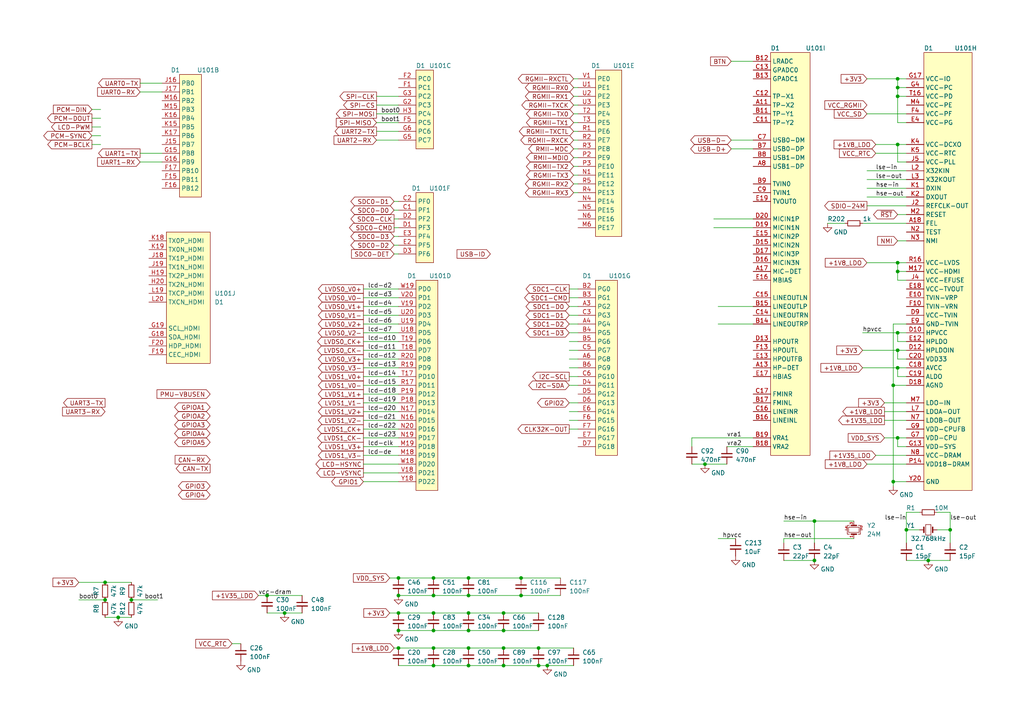
<source format=kicad_sch>
(kicad_sch (version 20211123) (generator eeschema)
  (paper "A4")
  (lib_symbols
    (symbol "D1_1"
      (property "Reference" "U" (at -1.27 2.54 0))
      (property "Value" "D1_1" (at 1.27 2.54 0))
      (symbol "D1_1_1_0"
        (pin passive line (at 12.7 -54.61 180) (length 5.08) (name "SCS0") (number "R12"))
        (pin passive line (at 12.7 -57.15 180) (length 5.08) (name "SCS1") (number "R13"))
        (pin passive line (at 12.7 -36.83 180) (length 5.08) (name "SA13") (number "R15"))
        (pin passive line (at -13.97 -41.91 0) (length 5.08) (name "SDQ15") (number "R6"))
        (pin passive line (at -13.97 -36.83 0) (length 5.08) (name "SDQ13") (number "R7"))
        (pin passive line (at 12.7 -107.95 180) (length 5.08) (name "SWE") (number "R9"))
        (pin passive line (at 12.7 -86.36 180) (length 5.08) (name "SCK") (number "T10"))
        (pin passive line (at 12.7 -74.93 180) (length 5.08) (name "ODT0") (number "T12"))
        (pin passive line (at 12.7 -41.91 180) (length 5.08) (name "SA15") (number "T15"))
        (pin passive line (at -13.97 -39.37 0) (length 5.08) (name "SDQ14") (number "T4"))
        (pin passive line (at -13.97 -31.75 0) (length 5.08) (name "SDQ11") (number "T6"))
        (pin passive line (at 12.7 -105.41 180) (length 5.08) (name "SCAS") (number "T9"))
        (pin passive line (at 12.7 -83.82 180) (length 5.08) (name "~{SCK}") (number "U10"))
        (pin passive line (at 12.7 -77.47 180) (length 5.08) (name "ODT1") (number "U12"))
        (pin passive line (at 12.7 -11.43 180) (length 5.08) (name "SA3") (number "U13"))
        (pin passive line (at 12.7 -13.97 180) (length 5.08) (name "SA4") (number "U15"))
        (pin passive line (at 12.7 -62.23 180) (length 5.08) (name "SVREF0") (number "U16"))
        (pin passive line (at 12.7 -97.79 180) (length 5.08) (name "SZQ") (number "U17"))
        (pin passive line (at -13.97 -24.13 0) (length 5.08) (name "SDQ8") (number "U4"))
        (pin passive line (at -13.97 -29.21 0) (length 5.08) (name "SDQ10") (number "U5"))
        (pin passive line (at -13.97 -34.29 0) (length 5.08) (name "SDQ12") (number "U6"))
        (pin passive line (at -13.97 -26.67 0) (length 5.08) (name "SDQ9") (number "U7"))
        (pin passive line (at 12.7 -102.87 180) (length 5.08) (name "SRAS") (number "U9"))
        (pin passive line (at 12.7 -44.45 180) (length 5.08) (name "SBA0") (number "V10"))
        (pin passive line (at 12.7 -16.51 180) (length 5.08) (name "SA5") (number "V11"))
        (pin passive line (at 12.7 -3.81 180) (length 5.08) (name "SA0") (number "V13"))
        (pin passive line (at 12.7 -8.89 180) (length 5.08) (name "SA2") (number "V14"))
        (pin passive line (at 12.7 -39.37 180) (length 5.08) (name "SA14") (number "V16"))
        (pin passive line (at -13.97 -19.05 0) (length 5.08) (name "SDQ6") (number "V5"))
        (pin passive line (at -13.97 -6.35 0) (length 5.08) (name "SDQ1") (number "V7"))
        (pin passive line (at -13.97 -11.43 0) (length 5.08) (name "SDQ3") (number "V8"))
        (pin passive line (at 12.7 -46.99 180) (length 5.08) (name "SBA1") (number "W10"))
        (pin passive line (at 12.7 -19.05 180) (length 5.08) (name "SA6") (number "W11"))
        (pin passive line (at 12.7 -29.21 180) (length 5.08) (name "SA10") (number "W12"))
        (pin passive line (at 12.7 -6.35 180) (length 5.08) (name "SA1") (number "W13"))
        (pin passive line (at 12.7 -24.13 180) (length 5.08) (name "SA8") (number "W14"))
        (pin passive line (at 12.7 -31.75 180) (length 5.08) (name "SA11") (number "W15"))
        (pin passive line (at 12.7 -34.29 180) (length 5.08) (name "SA12") (number "W16"))
        (pin passive line (at -13.97 -102.87 0) (length 5.08) (name "SDQM1") (number "W2"))
        (pin passive line (at -13.97 -97.79 0) (length 5.08) (name "SDQS1") (number "W3"))
        (pin passive line (at -13.97 -13.97 0) (length 5.08) (name "SDQ4") (number "W4"))
        (pin passive line (at -13.97 -21.59 0) (length 5.08) (name "SDQ7") (number "W5"))
        (pin passive line (at -13.97 -88.9 0) (length 5.08) (name "SDQS0") (number "W6"))
        (pin passive line (at -13.97 -3.81 0) (length 5.08) (name "SDQ0") (number "W7"))
        (pin passive line (at -13.97 -8.89 0) (length 5.08) (name "SDQ2") (number "W8"))
        (pin passive line (at 12.7 -88.9 180) (length 5.08) (name "SCKE0") (number "W9"))
        (pin passive line (at 12.7 -49.53 180) (length 5.08) (name "SBA2") (number "Y11"))
        (pin passive line (at 12.7 -21.59 180) (length 5.08) (name "SA7") (number "Y13"))
        (pin passive line (at 12.7 -26.67 180) (length 5.08) (name "SA9") (number "Y15"))
        (pin passive line (at 12.7 -100.33 180) (length 5.08) (name "SRST") (number "Y17"))
        (pin passive line (at -13.97 -100.33 0) (length 5.08) (name "~{SDQS1}") (number "Y3"))
        (pin passive line (at -13.97 -16.51 0) (length 5.08) (name "SDQ5") (number "Y4"))
        (pin passive line (at -13.97 -91.44 0) (length 5.08) (name "~{SDQS0}") (number "Y6"))
        (pin passive line (at -13.97 -93.98 0) (length 5.08) (name "SDQM0") (number "Y8"))
        (pin passive line (at 12.7 -91.44 180) (length 5.08) (name "SCKE1") (number "Y9"))
      )
      (symbol "D1_1_2_0"
        (pin passive line (at -7.62 -30.48 0) (length 5.08) (name "PB11") (number "F15"))
        (pin passive line (at -7.62 -33.02 0) (length 5.08) (name "PB12") (number "F16"))
        (pin passive line (at -7.62 -27.94 0) (length 5.08) (name "PB10") (number "F17"))
        (pin passive line (at -7.62 -22.86 0) (length 5.08) (name "PB8") (number "G15"))
        (pin passive line (at -7.62 -25.4 0) (length 5.08) (name "PB9") (number "G16"))
        (pin passive line (at -7.62 -20.32 0) (length 5.08) (name "PB7") (number "J15"))
        (pin passive line (at -7.62 -2.54 0) (length 5.08) (name "PB0") (number "J16"))
        (pin passive line (at -7.62 -5.08 0) (length 5.08) (name "PB1") (number "J17"))
        (pin passive line (at -7.62 -15.24 0) (length 5.08) (name "PB5") (number "K15"))
        (pin passive line (at -7.62 -12.7 0) (length 5.08) (name "PB4") (number "K16"))
        (pin passive line (at -7.62 -17.78 0) (length 5.08) (name "PB6") (number "K17"))
        (pin passive line (at -7.62 -10.16 0) (length 5.08) (name "PB3") (number "M15"))
        (pin passive line (at -7.62 -7.62 0) (length 5.08) (name "PB2") (number "M16"))
      )
      (symbol "D1_1_3_0"
        (pin passive line (at -7.62 -5.08 0) (length 5.08) (name "PC1") (number "F1"))
        (pin passive line (at -7.62 -2.54 0) (length 5.08) (name "PC0") (number "F2"))
        (pin passive line (at -7.62 -15.24 0) (length 5.08) (name "PC5") (number "F5"))
        (pin passive line (at -7.62 -10.16 0) (length 5.08) (name "PC3") (number "G2"))
        (pin passive line (at -7.62 -7.62 0) (length 5.08) (name "PC2") (number "G3"))
        (pin passive line (at -7.62 -20.32 0) (length 5.08) (name "PC7") (number "G5"))
        (pin passive line (at -7.62 -17.78 0) (length 5.08) (name "PC6") (number "G6"))
        (pin passive line (at -7.62 -12.7 0) (length 5.08) (name "PC4") (number "H3"))
      )
      (symbol "D1_1_4_0"
        (pin passive line (at -8.89 -50.8 0) (length 5.08) (name "PD19") (number "M18"))
        (pin passive line (at -8.89 -48.26 0) (length 5.08) (name "PD18") (number "M19"))
        (pin passive line (at -8.89 -40.64 0) (length 5.08) (name "PD15") (number "N16"))
        (pin passive line (at -8.89 -38.1 0) (length 5.08) (name "PD14") (number "N17"))
        (pin passive line (at -8.89 -45.72 0) (length 5.08) (name "PD17") (number "N19"))
        (pin passive line (at -8.89 -43.18 0) (length 5.08) (name "PD16") (number "N20"))
        (pin passive line (at -8.89 -35.56 0) (length 5.08) (name "PD13") (number "P18"))
        (pin passive line (at -8.89 -33.02 0) (length 5.08) (name "PD12") (number "P19"))
        (pin passive line (at -8.89 -30.48 0) (length 5.08) (name "PD11") (number "R17"))
        (pin passive line (at -8.89 -25.4 0) (length 5.08) (name "PD9") (number "R19"))
        (pin passive line (at -8.89 -22.86 0) (length 5.08) (name "PD8") (number "R20"))
        (pin passive line (at -8.89 -27.94 0) (length 5.08) (name "PD10") (number "T17"))
        (pin passive line (at -8.89 -20.32 0) (length 5.08) (name "PD7") (number "T18"))
        (pin passive line (at -8.89 -17.78 0) (length 5.08) (name "PD6") (number "T19"))
        (pin passive line (at -8.89 -15.24 0) (length 5.08) (name "PD5") (number "U18"))
        (pin passive line (at -8.89 -12.7 0) (length 5.08) (name "PD4") (number "U19"))
        (pin passive line (at -8.89 -10.16 0) (length 5.08) (name "PD3") (number "U20"))
        (pin passive line (at -8.89 -55.88 0) (length 5.08) (name "PD21") (number "V18"))
        (pin passive line (at -8.89 -7.62 0) (length 5.08) (name "PD2") (number "V19"))
        (pin passive line (at -8.89 -5.08 0) (length 5.08) (name "PD1") (number "V20"))
        (pin passive line (at -8.89 -53.34 0) (length 5.08) (name "PD20") (number "W18"))
        (pin passive line (at -8.89 -2.54 0) (length 5.08) (name "PD0") (number "W19"))
        (pin passive line (at -8.89 -58.42 0) (length 5.08) (name "PD22") (number "Y18"))
      )
      (symbol "D1_1_5_0"
        (pin passive line (at -8.89 -45.72 0) (length 5.08) (name "PE17") (number "M6"))
        (pin passive line (at -8.89 -30.48 0) (length 5.08) (name "PE11") (number "N1"))
        (pin passive line (at -8.89 -38.1 0) (length 5.08) (name "PE14") (number "N4"))
        (pin passive line (at -8.89 -40.64 0) (length 5.08) (name "PE15") (number "N5"))
        (pin passive line (at -8.89 -43.18 0) (length 5.08) (name "PE16") (number "N6"))
        (pin passive line (at -8.89 -25.4 0) (length 5.08) (name "PE9") (number "P2"))
        (pin passive line (at -8.89 -27.94 0) (length 5.08) (name "PE10") (number "P3"))
        (pin passive line (at -8.89 -17.78 0) (length 5.08) (name "PE6") (number "R1"))
        (pin passive line (at -8.89 -20.32 0) (length 5.08) (name "PE7") (number "R2"))
        (pin passive line (at -8.89 -22.86 0) (length 5.08) (name "PE8") (number "R3"))
        (pin passive line (at -8.89 -35.56 0) (length 5.08) (name "PE13") (number "R4"))
        (pin passive line (at -8.89 -33.02 0) (length 5.08) (name "PE12") (number "R5"))
        (pin passive line (at -8.89 -12.7 0) (length 5.08) (name "PE4") (number "T2"))
        (pin passive line (at -8.89 -15.24 0) (length 5.08) (name "PE5") (number "T3"))
        (pin passive line (at -8.89 -5.08 0) (length 5.08) (name "PE1") (number "U1"))
        (pin passive line (at -8.89 -7.62 0) (length 5.08) (name "PE2") (number "U2"))
        (pin passive line (at -8.89 -10.16 0) (length 5.08) (name "PE3") (number "U3"))
        (pin passive line (at -8.89 -2.54 0) (length 5.08) (name "PE0") (number "V1"))
      )
      (symbol "D1_1_6_0"
        (pin passive line (at -7.62 -5.08 0) (length 5.08) (name "PF1") (number "C1"))
        (pin passive line (at -7.62 -2.54 0) (length 5.08) (name "PF0") (number "C2"))
        (pin passive line (at -7.62 -10.16 0) (length 5.08) (name "PF3") (number "D1"))
        (pin passive line (at -7.62 -7.62 0) (length 5.08) (name "PF2") (number "D2"))
        (pin passive line (at -7.62 -17.78 0) (length 5.08) (name "PF6") (number "D3"))
        (pin passive line (at -7.62 -15.24 0) (length 5.08) (name "PF5") (number "E2"))
        (pin passive line (at -7.62 -12.7 0) (length 5.08) (name "PF4") (number "E3"))
      )
      (symbol "D1_1_7_0"
        (pin passive line (at -8.89 -7.62 0) (length 5.08) (name "PG2") (number "A3"))
        (pin passive line (at -8.89 -12.7 0) (length 5.08) (name "PG4") (number "A4"))
        (pin passive line (at -8.89 -22.86 0) (length 5.08) (name "PG8") (number "A6"))
        (pin passive line (at -8.89 -2.54 0) (length 5.08) (name "PG0") (number "B2"))
        (pin passive line (at -8.89 -5.08 0) (length 5.08) (name "PG1") (number "B3"))
        (pin passive line (at -8.89 -15.24 0) (length 5.08) (name "PG5") (number "B4"))
        (pin passive line (at -8.89 -17.78 0) (length 5.08) (name "PG6") (number "B5"))
        (pin passive line (at -8.89 -25.4 0) (length 5.08) (name "PG9") (number "B6"))
        (pin passive line (at -8.89 -10.16 0) (length 5.08) (name "PG3") (number "C3"))
        (pin passive line (at -8.89 -20.32 0) (length 5.08) (name "PG7") (number "C5"))
        (pin passive line (at -8.89 -27.94 0) (length 5.08) (name "PG10") (number "C6"))
        (pin passive line (at -8.89 -30.48 0) (length 5.08) (name "PG11") (number "D4"))
      )
      (symbol "D1_1_7_1"
        (pin passive line (at -8.89 -33.02 0) (length 5.08) (name "PG12") (number "D5"))
        (pin passive line (at -8.89 -35.56 0) (length 5.08) (name "PG13") (number "D6"))
        (pin passive line (at -8.89 -48.26 0) (length 5.08) (name "PG18") (number "D7"))
        (pin passive line (at -8.89 -38.1 0) (length 5.08) (name "PG14") (number "E6"))
        (pin passive line (at -8.89 -45.72 0) (length 5.08) (name "PG17") (number "E7"))
        (pin passive line (at -8.89 -40.64 0) (length 5.08) (name "PG15") (number "F6"))
        (pin passive line (at -8.89 -43.18 0) (length 5.08) (name "PG16") (number "F7"))
      )
      (symbol "D1_1_8_1"
        (pin passive line (at -12.7 -124.46 0) (length 5.08) hide (name "GND") (number "A1"))
        (pin passive line (at -12.7 -124.46 0) (length 5.08) hide (name "GND") (number "A15"))
        (pin passive line (at -12.7 -49.53 0) (length 5.08) (name "FEL") (number "A18"))
        (pin passive line (at -12.7 -124.46 0) (length 5.08) hide (name "GND") (number "A19"))
        (pin passive line (at -12.7 -124.46 0) (length 5.08) hide (name "GND") (number "A2"))
        (pin passive line (at -12.7 -124.46 0) (length 5.08) hide (name "GND") (number "A20"))
        (pin passive line (at -12.7 -124.46 0) (length 5.08) hide (name "GND") (number "B1"))
        (pin passive line (at -12.7 -124.46 0) (length 5.08) hide (name "GND") (number "B10"))
        (pin passive line (at -12.7 -124.46 0) (length 5.08) hide (name "GND") (number "B20"))
        (pin passive line (at -12.7 -124.46 0) (length 5.08) hide (name "GND") (number "C10"))
        (pin passive line (at -12.7 -91.44 0) (length 5.08) (name "AVCC") (number "C18"))
        (pin passive line (at -12.7 -93.98 0) (length 5.08) (name "ALDO") (number "C19"))
        (pin passive line (at -12.7 -88.9 0) (length 5.08) (name "VDD33") (number "C20"))
        (pin passive line (at -12.7 -124.46 0) (length 5.08) hide (name "GND") (number "C4"))
        (pin passive line (at -12.7 -124.46 0) (length 5.08) hide (name "GND") (number "C8"))
        (pin passive line (at -12.7 -81.28 0) (length 5.08) (name "HPVCC") (number "D10"))
        (pin passive line (at -12.7 -86.36 0) (length 5.08) (name "HPLDOIN") (number "D12"))
        (pin passive line (at -12.7 -96.52 0) (length 5.08) (name "AGND") (number "D18"))
        (pin passive line (at -12.7 -76.2 0) (length 5.08) (name "VCC-TVIN") (number "D9"))
        (pin passive line (at -12.7 -71.12 0) (length 5.08) (name "TVIN-VRP") (number "E10"))
        (pin passive line (at -12.7 -83.82 0) (length 5.08) (name "HPLDO") (number "E12"))
        (pin passive line (at -12.7 -68.58 0) (length 5.08) (name "VCC-TVOUT") (number "E18"))
        (pin passive line (at -12.7 -20.32 0) (length 5.08) (name "VCC-PG") (number "E4"))
        (pin passive line (at -12.7 -124.46 0) (length 5.08) hide (name "GND") (number "E5"))
        (pin passive line (at -12.7 -78.74 0) (length 5.08) (name "GND-TVIN") (number "E9"))
        (pin passive line (at -12.7 -73.66 0) (length 5.08) (name "TVIN-VRN") (number "F10"))
        (pin passive line (at -12.7 -124.46 0) (length 5.08) hide (name "GND") (number "F12"))
        (pin passive line (at -12.7 -124.46 0) (length 5.08) hide (name "GND") (number "F18"))
        (pin passive line (at -12.7 -124.46 0) (length 5.08) hide (name "GND") (number "F3"))
        (pin passive line (at -12.7 -17.78 0) (length 5.08) (name "VCC-PF") (number "F4"))
        (pin passive line (at -12.7 -124.46 0) (length 5.08) hide (name "GND") (number "F9"))
        (pin passive line (at -12.7 -124.46 0) (length 5.08) hide (name "GND") (number "G10"))
        (pin passive line (at -12.7 -124.46 0) (length 5.08) hide (name "GND") (number "G11"))
        (pin passive line (at -12.7 -124.46 0) (length 5.08) hide (name "GND") (number "G12"))
        (pin passive line (at -12.7 -114.3 0) (length 5.08) (name "VDD-SYS") (number "G13"))
        (pin passive line (at -12.7 -114.3 0) (length 5.08) hide (name "VDD-SYS") (number "G14"))
        (pin passive line (at -12.7 -7.62 0) (length 5.08) (name "VCC-IO") (number "G17"))
        (pin passive line (at -12.7 -10.16 0) (length 5.08) (name "VCC-PC") (number "G4"))
        (pin passive line (at -12.7 -111.76 0) (length 5.08) (name "VDD-CPU") (number "G7"))
        (pin passive line (at -12.7 -111.76 0) (length 5.08) hide (name "VDD-CPU") (number "G8"))
        (pin passive line (at -12.7 -109.22 0) (length 5.08) (name "VDD-CPUFB") (number "G9"))
        (pin passive line (at -12.7 -124.46 0) (length 5.08) hide (name "GND") (number "H1"))
        (pin passive line (at -12.7 -124.46 0) (length 5.08) hide (name "GND") (number "H10"))
        (pin passive line (at -12.7 -124.46 0) (length 5.08) hide (name "GND") (number "H11"))
        (pin passive line (at -12.7 -124.46 0) (length 5.08) hide (name "GND") (number "H12"))
        (pin passive line (at -12.7 -114.3 0) (length 5.08) hide (name "VDD-SYS") (number "H13"))
        (pin passive line (at -12.7 -114.3 0) (length 5.08) hide (name "VDD-SYS") (number "H14"))
        (pin passive line (at -12.7 -124.46 0) (length 5.08) hide (name "GND") (number "H18"))
        (pin passive line (at -12.7 -124.46 0) (length 5.08) hide (name "GND") (number "H2"))
        (pin passive line (at -12.7 -111.76 0) (length 5.08) hide (name "VDD-CPU") (number "H7"))
        (pin passive line (at -12.7 -111.76 0) (length 5.08) hide (name "VDD-CPU") (number "H8"))
        (pin passive line (at -12.7 -111.76 0) (length 5.08) hide (name "VDD-CPU") (number "H9"))
        (pin passive line (at -12.7 -124.46 0) (length 5.08) hide (name "GND") (number "J10"))
        (pin passive line (at -12.7 -124.46 0) (length 5.08) hide (name "GND") (number "J11"))
        (pin passive line (at -12.7 -124.46 0) (length 5.08) hide (name "GND") (number "J12"))
        (pin passive line (at -12.7 -114.3 0) (length 5.08) hide (name "VDD-SYS") (number "J13"))
        (pin passive line (at -12.7 -114.3 0) (length 5.08) hide (name "VDD-SYS") (number "J14"))
        (pin passive line (at -12.7 -44.45 0) (length 5.08) (name "REFCLK-OUT") (number "J2"))
        (pin passive line (at -12.7 -124.46 0) (length 5.08) hide (name "GND") (number "J3"))
        (pin passive line (at -12.7 -66.04 0) (length 5.08) (name "VCC-EFUSE") (number "J4"))
        (pin passive line (at -12.7 -31.75 0) (length 5.08) (name "VCC-PLL") (number "J5"))
        (pin passive line (at -12.7 -124.46 0) (length 5.08) hide (name "GND") (number "J6"))
        (pin passive line (at -12.7 -124.46 0) (length 5.08) hide (name "GND") (number "J7"))
        (pin passive line (at -12.7 -124.46 0) (length 5.08) hide (name "GND") (number "J8"))
        (pin passive line (at -12.7 -124.46 0) (length 5.08) hide (name "GND") (number "J9"))
        (pin passive line (at -12.7 -39.37 0) (length 5.08) (name "DXIN") (number "K1"))
        (pin passive line (at -12.7 -124.46 0) (length 5.08) hide (name "GND") (number "K10"))
        (pin passive line (at -12.7 -124.46 0) (length 5.08) hide (name "GND") (number "K11"))
        (pin passive line (at -12.7 -124.46 0) (length 5.08) hide (name "GND") (number "K12"))
        (pin passive line (at -12.7 -124.46 0) (length 5.08) hide (name "GND") (number "K13"))
        (pin passive line (at -12.7 -124.46 0) (length 5.08) hide (name "GND") (number "K14"))
        (pin passive line (at -12.7 -41.91 0) (length 5.08) (name "DXOUT") (number "K2"))
        (pin passive line (at -12.7 -124.46 0) (length 5.08) hide (name "GND") (number "K3"))
        (pin passive line (at -12.7 -26.67 0) (length 5.08) (name "VCC-DCXO") (number "K4"))
        (pin passive line (at -12.7 -29.21 0) (length 5.08) (name "VCC-RTC") (number "K5"))
        (pin passive line (at -12.7 -124.46 0) (length 5.08) hide (name "GND") (number "K6"))
        (pin passive line (at -12.7 -124.46 0) (length 5.08) hide (name "GND") (number "K7"))
        (pin passive line (at -12.7 -124.46 0) (length 5.08) hide (name "GND") (number "K8"))
        (pin passive line (at -12.7 -124.46 0) (length 5.08) hide (name "GND") (number "K9"))
        (pin passive line (at -12.7 -124.46 0) (length 5.08) hide (name "GND") (number "L10"))
        (pin passive line (at -12.7 -124.46 0) (length 5.08) hide (name "GND") (number "L11"))
        (pin passive line (at -12.7 -124.46 0) (length 5.08) hide (name "GND") (number "L12"))
        (pin passive line (at -12.7 -124.46 0) (length 5.08) hide (name "GND") (number "L13"))
        (pin passive line (at -12.7 -124.46 0) (length 5.08) hide (name "GND") (number "L14"))
        (pin passive line (at -12.7 -124.46 0) (length 5.08) hide (name "GND") (number "L18"))
        (pin passive line (at -12.7 -34.29 0) (length 5.08) (name "X32KIN") (number "L2"))
        (pin passive line (at -12.7 -36.83 0) (length 5.08) (name "X32KOUT") (number "L3"))
        (pin passive line (at -12.7 -104.14 0) (length 5.08) (name "LDOA-OUT") (number "L7"))
        (pin passive line (at -12.7 -124.46 0) (length 5.08) hide (name "GND") (number "L8"))
        (pin passive line (at -12.7 -124.46 0) (length 5.08) hide (name "GND") (number "L9"))
        (pin passive line (at -12.7 -124.46 0) (length 5.08) hide (name "GND") (number "M10"))
        (pin passive line (at -12.7 -124.46 0) (length 5.08) hide (name "GND") (number "M11"))
        (pin passive line (at -12.7 -124.46 0) (length 5.08) hide (name "GND") (number "M12"))
        (pin passive line (at -12.7 -124.46 0) (length 5.08) hide (name "GND") (number "M13"))
        (pin passive line (at -12.7 -124.46 0) (length 5.08) hide (name "GND") (number "M14"))
        (pin passive line (at -12.7 -63.5 0) (length 5.08) (name "VCC-HDMI") (number "M17"))
        (pin passive line (at -12.7 -46.99 0) (length 5.08) (name "RESET") (number "M2"))
        (pin passive line (at -12.7 -124.46 0) (length 5.08) hide (name "GND") (number "M3"))
        (pin passive line (at -12.7 -15.24 0) (length 5.08) (name "VCC-PE") (number "M4"))
        (pin passive line (at -12.7 -124.46 0) (length 5.08) hide (name "GND") (number "M5"))
        (pin passive line (at -12.7 -101.6 0) (length 5.08) (name "LDO-IN") (number "M7"))
        (pin passive line (at -12.7 -124.46 0) (length 5.08) hide (name "GND") (number "M8"))
        (pin passive line (at -12.7 -124.46 0) (length 5.08) hide (name "GND") (number "M9"))
        (pin passive line (at -12.7 -116.84 0) (length 5.08) hide (name "VCC-DRAM") (number "N10"))
        (pin passive line (at -12.7 -124.46 0) (length 5.08) hide (name "GND") (number "N11"))
        (pin passive line (at -12.7 -124.46 0) (length 5.08) hide (name "GND") (number "N12"))
        (pin passive line (at -12.7 -124.46 0) (length 5.08) hide (name "GND") (number "N13"))
        (pin passive line (at -12.7 -124.46 0) (length 5.08) hide (name "GND") (number "N14"))
        (pin passive line (at -12.7 -124.46 0) (length 5.08) hide (name "GND") (number "N15"))
        (pin passive line (at -12.7 -124.46 0) (length 5.08) hide (name "GND") (number "N18"))
        (pin passive line (at -12.7 -52.07 0) (length 5.08) (name "TEST") (number "N2"))
        (pin passive line (at -12.7 -54.61 0) (length 5.08) (name "NMI") (number "N3"))
        (pin passive line (at -12.7 -106.68 0) (length 5.08) (name "LDOB-OUT") (number "N7"))
        (pin passive line (at -12.7 -116.84 0) (length 5.08) (name "VCC-DRAM") (number "N8"))
        (pin passive line (at -12.7 -116.84 0) (length 5.08) hide (name "VCC-DRAM") (number "N9"))
        (pin passive line (at -12.7 -116.84 0) (length 5.08) hide (name "VCC-DRAM") (number "P10"))
        (pin passive line (at -12.7 -124.46 0) (length 5.08) hide (name "GND") (number "P11"))
        (pin passive line (at -12.7 -124.46 0) (length 5.08) hide (name "GND") (number "P12"))
        (pin passive line (at -12.7 -124.46 0) (length 5.08) hide (name "GND") (number "P13"))
        (pin passive line (at -12.7 -119.38 0) (length 5.08) (name "VDD18-DRAM") (number "P14"))
        (pin passive line (at -12.7 -124.46 0) (length 5.08) hide (name "GND") (number "P7"))
        (pin passive line (at -12.7 -116.84 0) (length 5.08) hide (name "VCC-DRAM") (number "P8"))
        (pin passive line (at -12.7 -116.84 0) (length 5.08) hide (name "VCC-DRAM") (number "P9"))
        (pin passive line (at -12.7 -124.46 0) (length 5.08) hide (name "GND") (number "R10"))
        (pin passive line (at -12.7 -60.96 0) (length 5.08) (name "VCC-LVDS") (number "R16"))
        (pin passive line (at -12.7 -124.46 0) (length 5.08) hide (name "GND") (number "R18"))
        (pin passive line (at -12.7 -124.46 0) (length 5.08) hide (name "GND") (number "T13"))
        (pin passive line (at -12.7 -12.7 0) (length 5.08) (name "VCC-PD") (number "T16"))
        (pin passive line (at -12.7 -124.46 0) (length 5.08) hide (name "GND") (number "T5"))
        (pin passive line (at -12.7 -124.46 0) (length 5.08) hide (name "GND") (number "T7"))
        (pin passive line (at -12.7 -124.46 0) (length 5.08) hide (name "GND") (number "V12"))
        (pin passive line (at -12.7 -124.46 0) (length 5.08) hide (name "GND") (number "V15"))
        (pin passive line (at -12.7 -124.46 0) (length 5.08) hide (name "GND") (number "V17"))
        (pin passive line (at -12.7 -124.46 0) (length 5.08) hide (name "GND") (number "V2"))
        (pin passive line (at -12.7 -124.46 0) (length 5.08) hide (name "GND") (number "V3"))
        (pin passive line (at -12.7 -124.46 0) (length 5.08) hide (name "GND") (number "V4"))
        (pin passive line (at -12.7 -124.46 0) (length 5.08) hide (name "GND") (number "V6"))
        (pin passive line (at -12.7 -124.46 0) (length 5.08) hide (name "GND") (number "V9"))
        (pin passive line (at -12.7 -124.46 0) (length 5.08) hide (name "GND") (number "W1"))
        (pin passive line (at -12.7 -124.46 0) (length 5.08) hide (name "GND") (number "W17"))
        (pin passive line (at -12.7 -124.46 0) (length 5.08) hide (name "GND") (number "W20"))
        (pin passive line (at -12.7 -124.46 0) (length 5.08) hide (name "GND") (number "Y1"))
        (pin passive line (at -12.7 -124.46 0) (length 5.08) hide (name "GND") (number "Y19"))
        (pin passive line (at -12.7 -124.46 0) (length 5.08) hide (name "GND") (number "Y2"))
        (pin passive line (at -12.7 -124.46 0) (length 5.08) (name "GND") (number "Y20"))
      )
      (symbol "D1_1_9_1"
        (pin passive line (at -10.16 -15.24 0) (length 5.08) (name "TP-X2") (number "A11"))
        (pin passive line (at -10.16 -91.44 0) (length 5.08) (name "HP-DET") (number "A13"))
        (pin passive line (at -10.16 -63.5 0) (length 5.08) (name "MIC-DET") (number "A17"))
        (pin passive line (at -10.16 -33.02 0) (length 5.08) (name "USB1-DP") (number "A8"))
        (pin passive line (at -10.16 -17.78 0) (length 5.08) (name "TP-Y1") (number "B11"))
        (pin passive line (at -10.16 -2.54 0) (length 5.08) (name "LRADC") (number "B12"))
        (pin passive line (at -10.16 -7.62 0) (length 5.08) (name "GPADC1") (number "B13"))
        (pin passive line (at -10.16 -78.74 0) (length 5.08) (name "LINEOUTRP") (number "B14"))
        (pin passive line (at -10.16 -73.66 0) (length 5.08) (name "LINEOUTLP") (number "B15"))
        (pin passive line (at -10.16 -106.68 0) (length 5.08) (name "LINEINL") (number "B16"))
        (pin passive line (at -10.16 -101.6 0) (length 5.08) (name "FMINL") (number "B17"))
        (pin passive line (at -10.16 -114.3 0) (length 5.08) (name "VRA2") (number "B18"))
        (pin passive line (at -10.16 -111.76 0) (length 5.08) (name "VRA1") (number "B19"))
        (pin passive line (at -10.16 -27.94 0) (length 5.08) (name "USB0-DP") (number "B7"))
        (pin passive line (at -10.16 -30.48 0) (length 5.08) (name "USB1-DM") (number "B8"))
        (pin passive line (at -10.16 -38.1 0) (length 5.08) (name "TVIN0") (number "B9"))
        (pin passive line (at -10.16 -20.32 0) (length 5.08) (name "TP-Y2") (number "C11"))
        (pin passive line (at -10.16 -12.7 0) (length 5.08) (name "TP-X1") (number "C12"))
        (pin passive line (at -10.16 -5.08 0) (length 5.08) (name "GPADC0") (number "C13"))
        (pin passive line (at -10.16 -76.2 0) (length 5.08) (name "LINEOUTRN") (number "C14"))
        (pin passive line (at -10.16 -71.12 0) (length 5.08) (name "LINEOUTLN") (number "C15"))
        (pin passive line (at -10.16 -104.14 0) (length 5.08) (name "LINEINR") (number "C16"))
        (pin passive line (at -10.16 -99.06 0) (length 5.08) (name "FMINR") (number "C17"))
        (pin passive line (at -10.16 -25.4 0) (length 5.08) (name "USB0-DM") (number "C7"))
        (pin passive line (at -10.16 -40.64 0) (length 5.08) (name "TVIN1") (number "C9"))
        (pin passive line (at -10.16 -83.82 0) (length 5.08) (name "HPOUTR") (number "D13"))
        (pin passive line (at -10.16 -55.88 0) (length 5.08) (name "MICIN2N") (number "D15"))
        (pin passive line (at -10.16 -60.96 0) (length 5.08) (name "MICIN3N") (number "D16"))
        (pin passive line (at -10.16 -58.42 0) (length 5.08) (name "MICIN3P") (number "D17"))
        (pin passive line (at -10.16 -50.8 0) (length 5.08) (name "MICIN1N") (number "D19"))
        (pin passive line (at -10.16 -48.26 0) (length 5.08) (name "MICIN1P") (number "D20"))
        (pin passive line (at -10.16 -88.9 0) (length 5.08) (name "HPOUTFB") (number "E13"))
        (pin passive line (at -10.16 -53.34 0) (length 5.08) (name "MICIN2P") (number "E15"))
        (pin passive line (at -10.16 -66.04 0) (length 5.08) (name "MBIAS") (number "E16"))
        (pin passive line (at -10.16 -93.98 0) (length 5.08) (name "HBIAS") (number "E17"))
        (pin passive line (at -10.16 -43.18 0) (length 5.08) (name "TVOUT0") (number "E19"))
        (pin passive line (at -10.16 -86.36 0) (length 5.08) (name "HPOUTL") (number "F13"))
      )
      (symbol "D1_1_10_0"
        (pin passive line (at -13.97 -35.56 0) (length 5.08) (name "CEC_HDMI") (number "F19"))
        (pin passive line (at -13.97 -33.02 0) (length 5.08) (name "HDP_HDMI") (number "F20"))
        (pin passive line (at -13.97 -30.48 0) (length 5.08) (name "SDA_HDMI") (number "G18"))
        (pin passive line (at -13.97 -27.94 0) (length 5.08) (name "SCL_HDMI") (number "G19"))
        (pin passive line (at -13.97 -12.7 0) (length 5.08) (name "TX2P_HDMI") (number "H19"))
        (pin passive line (at -13.97 -15.24 0) (length 5.08) (name "TX2N_HDMI") (number "H20"))
        (pin passive line (at -13.97 -7.62 0) (length 5.08) (name "TX1P_HDMI") (number "J18"))
        (pin passive line (at -13.97 -10.16 0) (length 5.08) (name "TX1N_HDMI") (number "J19"))
        (pin passive line (at -13.97 -2.54 0) (length 5.08) (name "TX0P_HDMI") (number "K18"))
        (pin passive line (at -13.97 -5.08 0) (length 5.08) (name "TX0N_HDMI") (number "K19"))
        (pin passive line (at -13.97 -17.78 0) (length 5.08) (name "TXCP_HDMI") (number "L19"))
        (pin passive line (at -13.97 -20.32 0) (length 5.08) (name "TXCN_HDMI") (number "L20"))
      )
    )
    (symbol "D1_2"
      (property "Reference" "U" (at -1.27 2.54 0))
      (property "Value" "D1_2" (at 1.27 2.54 0))
      (symbol "D1_2_1_0"
        (pin passive line (at 12.7 -54.61 180) (length 5.08) (name "SCS0") (number "R12"))
        (pin passive line (at 12.7 -57.15 180) (length 5.08) (name "SCS1") (number "R13"))
        (pin passive line (at 12.7 -36.83 180) (length 5.08) (name "SA13") (number "R15"))
        (pin passive line (at -13.97 -41.91 0) (length 5.08) (name "SDQ15") (number "R6"))
        (pin passive line (at -13.97 -36.83 0) (length 5.08) (name "SDQ13") (number "R7"))
        (pin passive line (at 12.7 -107.95 180) (length 5.08) (name "SWE") (number "R9"))
        (pin passive line (at 12.7 -86.36 180) (length 5.08) (name "SCK") (number "T10"))
        (pin passive line (at 12.7 -74.93 180) (length 5.08) (name "ODT0") (number "T12"))
        (pin passive line (at 12.7 -41.91 180) (length 5.08) (name "SA15") (number "T15"))
        (pin passive line (at -13.97 -39.37 0) (length 5.08) (name "SDQ14") (number "T4"))
        (pin passive line (at -13.97 -31.75 0) (length 5.08) (name "SDQ11") (number "T6"))
        (pin passive line (at 12.7 -105.41 180) (length 5.08) (name "SCAS") (number "T9"))
        (pin passive line (at 12.7 -83.82 180) (length 5.08) (name "~{SCK}") (number "U10"))
        (pin passive line (at 12.7 -77.47 180) (length 5.08) (name "ODT1") (number "U12"))
        (pin passive line (at 12.7 -11.43 180) (length 5.08) (name "SA3") (number "U13"))
        (pin passive line (at 12.7 -13.97 180) (length 5.08) (name "SA4") (number "U15"))
        (pin passive line (at 12.7 -62.23 180) (length 5.08) (name "SVREF0") (number "U16"))
        (pin passive line (at 12.7 -97.79 180) (length 5.08) (name "SZQ") (number "U17"))
        (pin passive line (at -13.97 -24.13 0) (length 5.08) (name "SDQ8") (number "U4"))
        (pin passive line (at -13.97 -29.21 0) (length 5.08) (name "SDQ10") (number "U5"))
        (pin passive line (at -13.97 -34.29 0) (length 5.08) (name "SDQ12") (number "U6"))
        (pin passive line (at -13.97 -26.67 0) (length 5.08) (name "SDQ9") (number "U7"))
        (pin passive line (at 12.7 -102.87 180) (length 5.08) (name "SRAS") (number "U9"))
        (pin passive line (at 12.7 -44.45 180) (length 5.08) (name "SBA0") (number "V10"))
        (pin passive line (at 12.7 -16.51 180) (length 5.08) (name "SA5") (number "V11"))
        (pin passive line (at 12.7 -3.81 180) (length 5.08) (name "SA0") (number "V13"))
        (pin passive line (at 12.7 -8.89 180) (length 5.08) (name "SA2") (number "V14"))
        (pin passive line (at 12.7 -39.37 180) (length 5.08) (name "SA14") (number "V16"))
        (pin passive line (at -13.97 -19.05 0) (length 5.08) (name "SDQ6") (number "V5"))
        (pin passive line (at -13.97 -6.35 0) (length 5.08) (name "SDQ1") (number "V7"))
        (pin passive line (at -13.97 -11.43 0) (length 5.08) (name "SDQ3") (number "V8"))
        (pin passive line (at 12.7 -46.99 180) (length 5.08) (name "SBA1") (number "W10"))
        (pin passive line (at 12.7 -19.05 180) (length 5.08) (name "SA6") (number "W11"))
        (pin passive line (at 12.7 -29.21 180) (length 5.08) (name "SA10") (number "W12"))
        (pin passive line (at 12.7 -6.35 180) (length 5.08) (name "SA1") (number "W13"))
        (pin passive line (at 12.7 -24.13 180) (length 5.08) (name "SA8") (number "W14"))
        (pin passive line (at 12.7 -31.75 180) (length 5.08) (name "SA11") (number "W15"))
        (pin passive line (at 12.7 -34.29 180) (length 5.08) (name "SA12") (number "W16"))
        (pin passive line (at -13.97 -102.87 0) (length 5.08) (name "SDQM1") (number "W2"))
        (pin passive line (at -13.97 -97.79 0) (length 5.08) (name "SDQS1") (number "W3"))
        (pin passive line (at -13.97 -13.97 0) (length 5.08) (name "SDQ4") (number "W4"))
        (pin passive line (at -13.97 -21.59 0) (length 5.08) (name "SDQ7") (number "W5"))
        (pin passive line (at -13.97 -88.9 0) (length 5.08) (name "SDQS0") (number "W6"))
        (pin passive line (at -13.97 -3.81 0) (length 5.08) (name "SDQ0") (number "W7"))
        (pin passive line (at -13.97 -8.89 0) (length 5.08) (name "SDQ2") (number "W8"))
        (pin passive line (at 12.7 -88.9 180) (length 5.08) (name "SCKE0") (number "W9"))
        (pin passive line (at 12.7 -49.53 180) (length 5.08) (name "SBA2") (number "Y11"))
        (pin passive line (at 12.7 -21.59 180) (length 5.08) (name "SA7") (number "Y13"))
        (pin passive line (at 12.7 -26.67 180) (length 5.08) (name "SA9") (number "Y15"))
        (pin passive line (at 12.7 -100.33 180) (length 5.08) (name "SRST") (number "Y17"))
        (pin passive line (at -13.97 -100.33 0) (length 5.08) (name "~{SDQS1}") (number "Y3"))
        (pin passive line (at -13.97 -16.51 0) (length 5.08) (name "SDQ5") (number "Y4"))
        (pin passive line (at -13.97 -91.44 0) (length 5.08) (name "~{SDQS0}") (number "Y6"))
        (pin passive line (at -13.97 -93.98 0) (length 5.08) (name "SDQM0") (number "Y8"))
        (pin passive line (at 12.7 -91.44 180) (length 5.08) (name "SCKE1") (number "Y9"))
      )
      (symbol "D1_2_2_0"
        (pin passive line (at -7.62 -30.48 0) (length 5.08) (name "PB11") (number "F15"))
        (pin passive line (at -7.62 -33.02 0) (length 5.08) (name "PB12") (number "F16"))
        (pin passive line (at -7.62 -27.94 0) (length 5.08) (name "PB10") (number "F17"))
        (pin passive line (at -7.62 -22.86 0) (length 5.08) (name "PB8") (number "G15"))
        (pin passive line (at -7.62 -25.4 0) (length 5.08) (name "PB9") (number "G16"))
        (pin passive line (at -7.62 -20.32 0) (length 5.08) (name "PB7") (number "J15"))
        (pin passive line (at -7.62 -2.54 0) (length 5.08) (name "PB0") (number "J16"))
        (pin passive line (at -7.62 -5.08 0) (length 5.08) (name "PB1") (number "J17"))
        (pin passive line (at -7.62 -15.24 0) (length 5.08) (name "PB5") (number "K15"))
        (pin passive line (at -7.62 -12.7 0) (length 5.08) (name "PB4") (number "K16"))
        (pin passive line (at -7.62 -17.78 0) (length 5.08) (name "PB6") (number "K17"))
        (pin passive line (at -7.62 -10.16 0) (length 5.08) (name "PB3") (number "M15"))
        (pin passive line (at -7.62 -7.62 0) (length 5.08) (name "PB2") (number "M16"))
      )
      (symbol "D1_2_3_0"
        (pin passive line (at -7.62 -5.08 0) (length 5.08) (name "PC1") (number "F1"))
        (pin passive line (at -7.62 -2.54 0) (length 5.08) (name "PC0") (number "F2"))
        (pin passive line (at -7.62 -15.24 0) (length 5.08) (name "PC5") (number "F5"))
        (pin passive line (at -7.62 -10.16 0) (length 5.08) (name "PC3") (number "G2"))
        (pin passive line (at -7.62 -7.62 0) (length 5.08) (name "PC2") (number "G3"))
        (pin passive line (at -7.62 -20.32 0) (length 5.08) (name "PC7") (number "G5"))
        (pin passive line (at -7.62 -17.78 0) (length 5.08) (name "PC6") (number "G6"))
        (pin passive line (at -7.62 -12.7 0) (length 5.08) (name "PC4") (number "H3"))
      )
      (symbol "D1_2_4_0"
        (pin passive line (at -8.89 -50.8 0) (length 5.08) (name "PD19") (number "M18"))
        (pin passive line (at -8.89 -48.26 0) (length 5.08) (name "PD18") (number "M19"))
        (pin passive line (at -8.89 -40.64 0) (length 5.08) (name "PD15") (number "N16"))
        (pin passive line (at -8.89 -38.1 0) (length 5.08) (name "PD14") (number "N17"))
        (pin passive line (at -8.89 -45.72 0) (length 5.08) (name "PD17") (number "N19"))
        (pin passive line (at -8.89 -43.18 0) (length 5.08) (name "PD16") (number "N20"))
        (pin passive line (at -8.89 -35.56 0) (length 5.08) (name "PD13") (number "P18"))
        (pin passive line (at -8.89 -33.02 0) (length 5.08) (name "PD12") (number "P19"))
        (pin passive line (at -8.89 -30.48 0) (length 5.08) (name "PD11") (number "R17"))
        (pin passive line (at -8.89 -25.4 0) (length 5.08) (name "PD9") (number "R19"))
        (pin passive line (at -8.89 -22.86 0) (length 5.08) (name "PD8") (number "R20"))
        (pin passive line (at -8.89 -27.94 0) (length 5.08) (name "PD10") (number "T17"))
        (pin passive line (at -8.89 -20.32 0) (length 5.08) (name "PD7") (number "T18"))
        (pin passive line (at -8.89 -17.78 0) (length 5.08) (name "PD6") (number "T19"))
        (pin passive line (at -8.89 -15.24 0) (length 5.08) (name "PD5") (number "U18"))
        (pin passive line (at -8.89 -12.7 0) (length 5.08) (name "PD4") (number "U19"))
        (pin passive line (at -8.89 -10.16 0) (length 5.08) (name "PD3") (number "U20"))
        (pin passive line (at -8.89 -55.88 0) (length 5.08) (name "PD21") (number "V18"))
        (pin passive line (at -8.89 -7.62 0) (length 5.08) (name "PD2") (number "V19"))
        (pin passive line (at -8.89 -5.08 0) (length 5.08) (name "PD1") (number "V20"))
        (pin passive line (at -8.89 -53.34 0) (length 5.08) (name "PD20") (number "W18"))
        (pin passive line (at -8.89 -2.54 0) (length 5.08) (name "PD0") (number "W19"))
        (pin passive line (at -8.89 -58.42 0) (length 5.08) (name "PD22") (number "Y18"))
      )
      (symbol "D1_2_5_0"
        (pin passive line (at -8.89 -45.72 0) (length 5.08) (name "PE17") (number "M6"))
        (pin passive line (at -8.89 -30.48 0) (length 5.08) (name "PE11") (number "N1"))
        (pin passive line (at -8.89 -38.1 0) (length 5.08) (name "PE14") (number "N4"))
        (pin passive line (at -8.89 -40.64 0) (length 5.08) (name "PE15") (number "N5"))
        (pin passive line (at -8.89 -43.18 0) (length 5.08) (name "PE16") (number "N6"))
        (pin passive line (at -8.89 -25.4 0) (length 5.08) (name "PE9") (number "P2"))
        (pin passive line (at -8.89 -27.94 0) (length 5.08) (name "PE10") (number "P3"))
        (pin passive line (at -8.89 -17.78 0) (length 5.08) (name "PE6") (number "R1"))
        (pin passive line (at -8.89 -20.32 0) (length 5.08) (name "PE7") (number "R2"))
        (pin passive line (at -8.89 -22.86 0) (length 5.08) (name "PE8") (number "R3"))
        (pin passive line (at -8.89 -35.56 0) (length 5.08) (name "PE13") (number "R4"))
        (pin passive line (at -8.89 -33.02 0) (length 5.08) (name "PE12") (number "R5"))
        (pin passive line (at -8.89 -12.7 0) (length 5.08) (name "PE4") (number "T2"))
        (pin passive line (at -8.89 -15.24 0) (length 5.08) (name "PE5") (number "T3"))
        (pin passive line (at -8.89 -5.08 0) (length 5.08) (name "PE1") (number "U1"))
        (pin passive line (at -8.89 -7.62 0) (length 5.08) (name "PE2") (number "U2"))
        (pin passive line (at -8.89 -10.16 0) (length 5.08) (name "PE3") (number "U3"))
        (pin passive line (at -8.89 -2.54 0) (length 5.08) (name "PE0") (number "V1"))
      )
      (symbol "D1_2_6_0"
        (pin passive line (at -7.62 -5.08 0) (length 5.08) (name "PF1") (number "C1"))
        (pin passive line (at -7.62 -2.54 0) (length 5.08) (name "PF0") (number "C2"))
        (pin passive line (at -7.62 -10.16 0) (length 5.08) (name "PF3") (number "D1"))
        (pin passive line (at -7.62 -7.62 0) (length 5.08) (name "PF2") (number "D2"))
        (pin passive line (at -7.62 -17.78 0) (length 5.08) (name "PF6") (number "D3"))
        (pin passive line (at -7.62 -15.24 0) (length 5.08) (name "PF5") (number "E2"))
        (pin passive line (at -7.62 -12.7 0) (length 5.08) (name "PF4") (number "E3"))
      )
      (symbol "D1_2_7_0"
        (pin passive line (at -8.89 -7.62 0) (length 5.08) (name "PG2") (number "A3"))
        (pin passive line (at -8.89 -12.7 0) (length 5.08) (name "PG4") (number "A4"))
        (pin passive line (at -8.89 -22.86 0) (length 5.08) (name "PG8") (number "A6"))
        (pin passive line (at -8.89 -2.54 0) (length 5.08) (name "PG0") (number "B2"))
        (pin passive line (at -8.89 -5.08 0) (length 5.08) (name "PG1") (number "B3"))
        (pin passive line (at -8.89 -15.24 0) (length 5.08) (name "PG5") (number "B4"))
        (pin passive line (at -8.89 -17.78 0) (length 5.08) (name "PG6") (number "B5"))
        (pin passive line (at -8.89 -25.4 0) (length 5.08) (name "PG9") (number "B6"))
        (pin passive line (at -8.89 -10.16 0) (length 5.08) (name "PG3") (number "C3"))
        (pin passive line (at -8.89 -20.32 0) (length 5.08) (name "PG7") (number "C5"))
        (pin passive line (at -8.89 -27.94 0) (length 5.08) (name "PG10") (number "C6"))
        (pin passive line (at -8.89 -30.48 0) (length 5.08) (name "PG11") (number "D4"))
      )
      (symbol "D1_2_7_1"
        (pin passive line (at -8.89 -33.02 0) (length 5.08) (name "PG12") (number "D5"))
        (pin passive line (at -8.89 -35.56 0) (length 5.08) (name "PG13") (number "D6"))
        (pin passive line (at -8.89 -48.26 0) (length 5.08) (name "PG18") (number "D7"))
        (pin passive line (at -8.89 -38.1 0) (length 5.08) (name "PG14") (number "E6"))
        (pin passive line (at -8.89 -45.72 0) (length 5.08) (name "PG17") (number "E7"))
        (pin passive line (at -8.89 -40.64 0) (length 5.08) (name "PG15") (number "F6"))
        (pin passive line (at -8.89 -43.18 0) (length 5.08) (name "PG16") (number "F7"))
      )
      (symbol "D1_2_8_1"
        (pin passive line (at -12.7 -124.46 0) (length 5.08) hide (name "GND") (number "A1"))
        (pin passive line (at -12.7 -124.46 0) (length 5.08) hide (name "GND") (number "A15"))
        (pin passive line (at -12.7 -49.53 0) (length 5.08) (name "FEL") (number "A18"))
        (pin passive line (at -12.7 -124.46 0) (length 5.08) hide (name "GND") (number "A19"))
        (pin passive line (at -12.7 -124.46 0) (length 5.08) hide (name "GND") (number "A2"))
        (pin passive line (at -12.7 -124.46 0) (length 5.08) hide (name "GND") (number "A20"))
        (pin passive line (at -12.7 -124.46 0) (length 5.08) hide (name "GND") (number "B1"))
        (pin passive line (at -12.7 -124.46 0) (length 5.08) hide (name "GND") (number "B10"))
        (pin passive line (at -12.7 -124.46 0) (length 5.08) hide (name "GND") (number "B20"))
        (pin passive line (at -12.7 -124.46 0) (length 5.08) hide (name "GND") (number "C10"))
        (pin passive line (at -12.7 -91.44 0) (length 5.08) (name "AVCC") (number "C18"))
        (pin passive line (at -12.7 -93.98 0) (length 5.08) (name "ALDO") (number "C19"))
        (pin passive line (at -12.7 -88.9 0) (length 5.08) (name "VDD33") (number "C20"))
        (pin passive line (at -12.7 -124.46 0) (length 5.08) hide (name "GND") (number "C4"))
        (pin passive line (at -12.7 -124.46 0) (length 5.08) hide (name "GND") (number "C8"))
        (pin passive line (at -12.7 -81.28 0) (length 5.08) (name "HPVCC") (number "D10"))
        (pin passive line (at -12.7 -86.36 0) (length 5.08) (name "HPLDOIN") (number "D12"))
        (pin passive line (at -12.7 -96.52 0) (length 5.08) (name "AGND") (number "D18"))
        (pin passive line (at -12.7 -76.2 0) (length 5.08) (name "VCC-TVIN") (number "D9"))
        (pin passive line (at -12.7 -71.12 0) (length 5.08) (name "TVIN-VRP") (number "E10"))
        (pin passive line (at -12.7 -83.82 0) (length 5.08) (name "HPLDO") (number "E12"))
        (pin passive line (at -12.7 -68.58 0) (length 5.08) (name "VCC-TVOUT") (number "E18"))
        (pin passive line (at -12.7 -20.32 0) (length 5.08) (name "VCC-PG") (number "E4"))
        (pin passive line (at -12.7 -124.46 0) (length 5.08) hide (name "GND") (number "E5"))
        (pin passive line (at -12.7 -78.74 0) (length 5.08) (name "GND-TVIN") (number "E9"))
        (pin passive line (at -12.7 -73.66 0) (length 5.08) (name "TVIN-VRN") (number "F10"))
        (pin passive line (at -12.7 -124.46 0) (length 5.08) hide (name "GND") (number "F12"))
        (pin passive line (at -12.7 -124.46 0) (length 5.08) hide (name "GND") (number "F18"))
        (pin passive line (at -12.7 -124.46 0) (length 5.08) hide (name "GND") (number "F3"))
        (pin passive line (at -12.7 -17.78 0) (length 5.08) (name "VCC-PF") (number "F4"))
        (pin passive line (at -12.7 -124.46 0) (length 5.08) hide (name "GND") (number "F9"))
        (pin passive line (at -12.7 -124.46 0) (length 5.08) hide (name "GND") (number "G10"))
        (pin passive line (at -12.7 -124.46 0) (length 5.08) hide (name "GND") (number "G11"))
        (pin passive line (at -12.7 -124.46 0) (length 5.08) hide (name "GND") (number "G12"))
        (pin passive line (at -12.7 -114.3 0) (length 5.08) (name "VDD-SYS") (number "G13"))
        (pin passive line (at -12.7 -114.3 0) (length 5.08) hide (name "VDD-SYS") (number "G14"))
        (pin passive line (at -12.7 -7.62 0) (length 5.08) (name "VCC-IO") (number "G17"))
        (pin passive line (at -12.7 -10.16 0) (length 5.08) (name "VCC-PC") (number "G4"))
        (pin passive line (at -12.7 -111.76 0) (length 5.08) (name "VDD-CPU") (number "G7"))
        (pin passive line (at -12.7 -111.76 0) (length 5.08) hide (name "VDD-CPU") (number "G8"))
        (pin passive line (at -12.7 -109.22 0) (length 5.08) (name "VDD-CPUFB") (number "G9"))
        (pin passive line (at -12.7 -124.46 0) (length 5.08) hide (name "GND") (number "H1"))
        (pin passive line (at -12.7 -124.46 0) (length 5.08) hide (name "GND") (number "H10"))
        (pin passive line (at -12.7 -124.46 0) (length 5.08) hide (name "GND") (number "H11"))
        (pin passive line (at -12.7 -124.46 0) (length 5.08) hide (name "GND") (number "H12"))
        (pin passive line (at -12.7 -114.3 0) (length 5.08) hide (name "VDD-SYS") (number "H13"))
        (pin passive line (at -12.7 -114.3 0) (length 5.08) hide (name "VDD-SYS") (number "H14"))
        (pin passive line (at -12.7 -124.46 0) (length 5.08) hide (name "GND") (number "H18"))
        (pin passive line (at -12.7 -124.46 0) (length 5.08) hide (name "GND") (number "H2"))
        (pin passive line (at -12.7 -111.76 0) (length 5.08) hide (name "VDD-CPU") (number "H7"))
        (pin passive line (at -12.7 -111.76 0) (length 5.08) hide (name "VDD-CPU") (number "H8"))
        (pin passive line (at -12.7 -111.76 0) (length 5.08) hide (name "VDD-CPU") (number "H9"))
        (pin passive line (at -12.7 -124.46 0) (length 5.08) hide (name "GND") (number "J10"))
        (pin passive line (at -12.7 -124.46 0) (length 5.08) hide (name "GND") (number "J11"))
        (pin passive line (at -12.7 -124.46 0) (length 5.08) hide (name "GND") (number "J12"))
        (pin passive line (at -12.7 -114.3 0) (length 5.08) hide (name "VDD-SYS") (number "J13"))
        (pin passive line (at -12.7 -114.3 0) (length 5.08) hide (name "VDD-SYS") (number "J14"))
        (pin passive line (at -12.7 -44.45 0) (length 5.08) (name "REFCLK-OUT") (number "J2"))
        (pin passive line (at -12.7 -124.46 0) (length 5.08) hide (name "GND") (number "J3"))
        (pin passive line (at -12.7 -66.04 0) (length 5.08) (name "VCC-EFUSE") (number "J4"))
        (pin passive line (at -12.7 -31.75 0) (length 5.08) (name "VCC-PLL") (number "J5"))
        (pin passive line (at -12.7 -124.46 0) (length 5.08) hide (name "GND") (number "J6"))
        (pin passive line (at -12.7 -124.46 0) (length 5.08) hide (name "GND") (number "J7"))
        (pin passive line (at -12.7 -124.46 0) (length 5.08) hide (name "GND") (number "J8"))
        (pin passive line (at -12.7 -124.46 0) (length 5.08) hide (name "GND") (number "J9"))
        (pin passive line (at -12.7 -39.37 0) (length 5.08) (name "DXIN") (number "K1"))
        (pin passive line (at -12.7 -124.46 0) (length 5.08) hide (name "GND") (number "K10"))
        (pin passive line (at -12.7 -124.46 0) (length 5.08) hide (name "GND") (number "K11"))
        (pin passive line (at -12.7 -124.46 0) (length 5.08) hide (name "GND") (number "K12"))
        (pin passive line (at -12.7 -124.46 0) (length 5.08) hide (name "GND") (number "K13"))
        (pin passive line (at -12.7 -124.46 0) (length 5.08) hide (name "GND") (number "K14"))
        (pin passive line (at -12.7 -41.91 0) (length 5.08) (name "DXOUT") (number "K2"))
        (pin passive line (at -12.7 -124.46 0) (length 5.08) hide (name "GND") (number "K3"))
        (pin passive line (at -12.7 -26.67 0) (length 5.08) (name "VCC-DCXO") (number "K4"))
        (pin passive line (at -12.7 -29.21 0) (length 5.08) (name "VCC-RTC") (number "K5"))
        (pin passive line (at -12.7 -124.46 0) (length 5.08) hide (name "GND") (number "K6"))
        (pin passive line (at -12.7 -124.46 0) (length 5.08) hide (name "GND") (number "K7"))
        (pin passive line (at -12.7 -124.46 0) (length 5.08) hide (name "GND") (number "K8"))
        (pin passive line (at -12.7 -124.46 0) (length 5.08) hide (name "GND") (number "K9"))
        (pin passive line (at -12.7 -124.46 0) (length 5.08) hide (name "GND") (number "L10"))
        (pin passive line (at -12.7 -124.46 0) (length 5.08) hide (name "GND") (number "L11"))
        (pin passive line (at -12.7 -124.46 0) (length 5.08) hide (name "GND") (number "L12"))
        (pin passive line (at -12.7 -124.46 0) (length 5.08) hide (name "GND") (number "L13"))
        (pin passive line (at -12.7 -124.46 0) (length 5.08) hide (name "GND") (number "L14"))
        (pin passive line (at -12.7 -124.46 0) (length 5.08) hide (name "GND") (number "L18"))
        (pin passive line (at -12.7 -34.29 0) (length 5.08) (name "X32KIN") (number "L2"))
        (pin passive line (at -12.7 -36.83 0) (length 5.08) (name "X32KOUT") (number "L3"))
        (pin passive line (at -12.7 -104.14 0) (length 5.08) (name "LDOA-OUT") (number "L7"))
        (pin passive line (at -12.7 -124.46 0) (length 5.08) hide (name "GND") (number "L8"))
        (pin passive line (at -12.7 -124.46 0) (length 5.08) hide (name "GND") (number "L9"))
        (pin passive line (at -12.7 -124.46 0) (length 5.08) hide (name "GND") (number "M10"))
        (pin passive line (at -12.7 -124.46 0) (length 5.08) hide (name "GND") (number "M11"))
        (pin passive line (at -12.7 -124.46 0) (length 5.08) hide (name "GND") (number "M12"))
        (pin passive line (at -12.7 -124.46 0) (length 5.08) hide (name "GND") (number "M13"))
        (pin passive line (at -12.7 -124.46 0) (length 5.08) hide (name "GND") (number "M14"))
        (pin passive line (at -12.7 -63.5 0) (length 5.08) (name "VCC-HDMI") (number "M17"))
        (pin passive line (at -12.7 -46.99 0) (length 5.08) (name "RESET") (number "M2"))
        (pin passive line (at -12.7 -124.46 0) (length 5.08) hide (name "GND") (number "M3"))
        (pin passive line (at -12.7 -15.24 0) (length 5.08) (name "VCC-PE") (number "M4"))
        (pin passive line (at -12.7 -124.46 0) (length 5.08) hide (name "GND") (number "M5"))
        (pin passive line (at -12.7 -101.6 0) (length 5.08) (name "LDO-IN") (number "M7"))
        (pin passive line (at -12.7 -124.46 0) (length 5.08) hide (name "GND") (number "M8"))
        (pin passive line (at -12.7 -124.46 0) (length 5.08) hide (name "GND") (number "M9"))
        (pin passive line (at -12.7 -116.84 0) (length 5.08) hide (name "VCC-DRAM") (number "N10"))
        (pin passive line (at -12.7 -124.46 0) (length 5.08) hide (name "GND") (number "N11"))
        (pin passive line (at -12.7 -124.46 0) (length 5.08) hide (name "GND") (number "N12"))
        (pin passive line (at -12.7 -124.46 0) (length 5.08) hide (name "GND") (number "N13"))
        (pin passive line (at -12.7 -124.46 0) (length 5.08) hide (name "GND") (number "N14"))
        (pin passive line (at -12.7 -124.46 0) (length 5.08) hide (name "GND") (number "N15"))
        (pin passive line (at -12.7 -124.46 0) (length 5.08) hide (name "GND") (number "N18"))
        (pin passive line (at -12.7 -52.07 0) (length 5.08) (name "TEST") (number "N2"))
        (pin passive line (at -12.7 -54.61 0) (length 5.08) (name "NMI") (number "N3"))
        (pin passive line (at -12.7 -106.68 0) (length 5.08) (name "LDOB-OUT") (number "N7"))
        (pin passive line (at -12.7 -116.84 0) (length 5.08) (name "VCC-DRAM") (number "N8"))
        (pin passive line (at -12.7 -116.84 0) (length 5.08) hide (name "VCC-DRAM") (number "N9"))
        (pin passive line (at -12.7 -116.84 0) (length 5.08) hide (name "VCC-DRAM") (number "P10"))
        (pin passive line (at -12.7 -124.46 0) (length 5.08) hide (name "GND") (number "P11"))
        (pin passive line (at -12.7 -124.46 0) (length 5.08) hide (name "GND") (number "P12"))
        (pin passive line (at -12.7 -124.46 0) (length 5.08) hide (name "GND") (number "P13"))
        (pin passive line (at -12.7 -119.38 0) (length 5.08) (name "VDD18-DRAM") (number "P14"))
        (pin passive line (at -12.7 -124.46 0) (length 5.08) hide (name "GND") (number "P7"))
        (pin passive line (at -12.7 -116.84 0) (length 5.08) hide (name "VCC-DRAM") (number "P8"))
        (pin passive line (at -12.7 -116.84 0) (length 5.08) hide (name "VCC-DRAM") (number "P9"))
        (pin passive line (at -12.7 -124.46 0) (length 5.08) hide (name "GND") (number "R10"))
        (pin passive line (at -12.7 -60.96 0) (length 5.08) (name "VCC-LVDS") (number "R16"))
        (pin passive line (at -12.7 -124.46 0) (length 5.08) hide (name "GND") (number "R18"))
        (pin passive line (at -12.7 -124.46 0) (length 5.08) hide (name "GND") (number "T13"))
        (pin passive line (at -12.7 -12.7 0) (length 5.08) (name "VCC-PD") (number "T16"))
        (pin passive line (at -12.7 -124.46 0) (length 5.08) hide (name "GND") (number "T5"))
        (pin passive line (at -12.7 -124.46 0) (length 5.08) hide (name "GND") (number "T7"))
        (pin passive line (at -12.7 -124.46 0) (length 5.08) hide (name "GND") (number "V12"))
        (pin passive line (at -12.7 -124.46 0) (length 5.08) hide (name "GND") (number "V15"))
        (pin passive line (at -12.7 -124.46 0) (length 5.08) hide (name "GND") (number "V17"))
        (pin passive line (at -12.7 -124.46 0) (length 5.08) hide (name "GND") (number "V2"))
        (pin passive line (at -12.7 -124.46 0) (length 5.08) hide (name "GND") (number "V3"))
        (pin passive line (at -12.7 -124.46 0) (length 5.08) hide (name "GND") (number "V4"))
        (pin passive line (at -12.7 -124.46 0) (length 5.08) hide (name "GND") (number "V6"))
        (pin passive line (at -12.7 -124.46 0) (length 5.08) hide (name "GND") (number "V9"))
        (pin passive line (at -12.7 -124.46 0) (length 5.08) hide (name "GND") (number "W1"))
        (pin passive line (at -12.7 -124.46 0) (length 5.08) hide (name "GND") (number "W17"))
        (pin passive line (at -12.7 -124.46 0) (length 5.08) hide (name "GND") (number "W20"))
        (pin passive line (at -12.7 -124.46 0) (length 5.08) hide (name "GND") (number "Y1"))
        (pin passive line (at -12.7 -124.46 0) (length 5.08) hide (name "GND") (number "Y19"))
        (pin passive line (at -12.7 -124.46 0) (length 5.08) hide (name "GND") (number "Y2"))
        (pin passive line (at -12.7 -124.46 0) (length 5.08) (name "GND") (number "Y20"))
      )
      (symbol "D1_2_9_1"
        (pin passive line (at -10.16 -15.24 0) (length 5.08) (name "TP-X2") (number "A11"))
        (pin passive line (at -10.16 -91.44 0) (length 5.08) (name "HP-DET") (number "A13"))
        (pin passive line (at -10.16 -63.5 0) (length 5.08) (name "MIC-DET") (number "A17"))
        (pin passive line (at -10.16 -33.02 0) (length 5.08) (name "USB1-DP") (number "A8"))
        (pin passive line (at -10.16 -17.78 0) (length 5.08) (name "TP-Y1") (number "B11"))
        (pin passive line (at -10.16 -2.54 0) (length 5.08) (name "LRADC") (number "B12"))
        (pin passive line (at -10.16 -7.62 0) (length 5.08) (name "GPADC1") (number "B13"))
        (pin passive line (at -10.16 -78.74 0) (length 5.08) (name "LINEOUTRP") (number "B14"))
        (pin passive line (at -10.16 -73.66 0) (length 5.08) (name "LINEOUTLP") (number "B15"))
        (pin passive line (at -10.16 -106.68 0) (length 5.08) (name "LINEINL") (number "B16"))
        (pin passive line (at -10.16 -101.6 0) (length 5.08) (name "FMINL") (number "B17"))
        (pin passive line (at -10.16 -114.3 0) (length 5.08) (name "VRA2") (number "B18"))
        (pin passive line (at -10.16 -111.76 0) (length 5.08) (name "VRA1") (number "B19"))
        (pin passive line (at -10.16 -27.94 0) (length 5.08) (name "USB0-DP") (number "B7"))
        (pin passive line (at -10.16 -30.48 0) (length 5.08) (name "USB1-DM") (number "B8"))
        (pin passive line (at -10.16 -38.1 0) (length 5.08) (name "TVIN0") (number "B9"))
        (pin passive line (at -10.16 -20.32 0) (length 5.08) (name "TP-Y2") (number "C11"))
        (pin passive line (at -10.16 -12.7 0) (length 5.08) (name "TP-X1") (number "C12"))
        (pin passive line (at -10.16 -5.08 0) (length 5.08) (name "GPADC0") (number "C13"))
        (pin passive line (at -10.16 -76.2 0) (length 5.08) (name "LINEOUTRN") (number "C14"))
        (pin passive line (at -10.16 -71.12 0) (length 5.08) (name "LINEOUTLN") (number "C15"))
        (pin passive line (at -10.16 -104.14 0) (length 5.08) (name "LINEINR") (number "C16"))
        (pin passive line (at -10.16 -99.06 0) (length 5.08) (name "FMINR") (number "C17"))
        (pin passive line (at -10.16 -25.4 0) (length 5.08) (name "USB0-DM") (number "C7"))
        (pin passive line (at -10.16 -40.64 0) (length 5.08) (name "TVIN1") (number "C9"))
        (pin passive line (at -10.16 -83.82 0) (length 5.08) (name "HPOUTR") (number "D13"))
        (pin passive line (at -10.16 -55.88 0) (length 5.08) (name "MICIN2N") (number "D15"))
        (pin passive line (at -10.16 -60.96 0) (length 5.08) (name "MICIN3N") (number "D16"))
        (pin passive line (at -10.16 -58.42 0) (length 5.08) (name "MICIN3P") (number "D17"))
        (pin passive line (at -10.16 -50.8 0) (length 5.08) (name "MICIN1N") (number "D19"))
        (pin passive line (at -10.16 -48.26 0) (length 5.08) (name "MICIN1P") (number "D20"))
        (pin passive line (at -10.16 -88.9 0) (length 5.08) (name "HPOUTFB") (number "E13"))
        (pin passive line (at -10.16 -53.34 0) (length 5.08) (name "MICIN2P") (number "E15"))
        (pin passive line (at -10.16 -66.04 0) (length 5.08) (name "MBIAS") (number "E16"))
        (pin passive line (at -10.16 -93.98 0) (length 5.08) (name "HBIAS") (number "E17"))
        (pin passive line (at -10.16 -43.18 0) (length 5.08) (name "TVOUT0") (number "E19"))
        (pin passive line (at -10.16 -86.36 0) (length 5.08) (name "HPOUTL") (number "F13"))
      )
      (symbol "D1_2_10_0"
        (pin passive line (at -13.97 -35.56 0) (length 5.08) (name "CEC_HDMI") (number "F19"))
        (pin passive line (at -13.97 -33.02 0) (length 5.08) (name "HDP_HDMI") (number "F20"))
        (pin passive line (at -13.97 -30.48 0) (length 5.08) (name "SDA_HDMI") (number "G18"))
        (pin passive line (at -13.97 -27.94 0) (length 5.08) (name "SCL_HDMI") (number "G19"))
        (pin passive line (at -13.97 -12.7 0) (length 5.08) (name "TX2P_HDMI") (number "H19"))
        (pin passive line (at -13.97 -15.24 0) (length 5.08) (name "TX2N_HDMI") (number "H20"))
        (pin passive line (at -13.97 -7.62 0) (length 5.08) (name "TX1P_HDMI") (number "J18"))
        (pin passive line (at -13.97 -10.16 0) (length 5.08) (name "TX1N_HDMI") (number "J19"))
        (pin passive line (at -13.97 -2.54 0) (length 5.08) (name "TX0P_HDMI") (number "K18"))
        (pin passive line (at -13.97 -5.08 0) (length 5.08) (name "TX0N_HDMI") (number "K19"))
        (pin passive line (at -13.97 -17.78 0) (length 5.08) (name "TXCP_HDMI") (number "L19"))
        (pin passive line (at -13.97 -20.32 0) (length 5.08) (name "TXCN_HDMI") (number "L20"))
      )
    )
    (symbol "D1_3"
      (property "Reference" "U" (at -1.27 2.54 0))
      (property "Value" "D1_3" (at 1.27 2.54 0))
      (symbol "D1_3_1_0"
        (pin passive line (at 12.7 -54.61 180) (length 5.08) (name "SCS0") (number "R12"))
        (pin passive line (at 12.7 -57.15 180) (length 5.08) (name "SCS1") (number "R13"))
        (pin passive line (at 12.7 -36.83 180) (length 5.08) (name "SA13") (number "R15"))
        (pin passive line (at -13.97 -41.91 0) (length 5.08) (name "SDQ15") (number "R6"))
        (pin passive line (at -13.97 -36.83 0) (length 5.08) (name "SDQ13") (number "R7"))
        (pin passive line (at 12.7 -107.95 180) (length 5.08) (name "SWE") (number "R9"))
        (pin passive line (at 12.7 -86.36 180) (length 5.08) (name "SCK") (number "T10"))
        (pin passive line (at 12.7 -74.93 180) (length 5.08) (name "ODT0") (number "T12"))
        (pin passive line (at 12.7 -41.91 180) (length 5.08) (name "SA15") (number "T15"))
        (pin passive line (at -13.97 -39.37 0) (length 5.08) (name "SDQ14") (number "T4"))
        (pin passive line (at -13.97 -31.75 0) (length 5.08) (name "SDQ11") (number "T6"))
        (pin passive line (at 12.7 -105.41 180) (length 5.08) (name "SCAS") (number "T9"))
        (pin passive line (at 12.7 -83.82 180) (length 5.08) (name "~{SCK}") (number "U10"))
        (pin passive line (at 12.7 -77.47 180) (length 5.08) (name "ODT1") (number "U12"))
        (pin passive line (at 12.7 -11.43 180) (length 5.08) (name "SA3") (number "U13"))
        (pin passive line (at 12.7 -13.97 180) (length 5.08) (name "SA4") (number "U15"))
        (pin passive line (at 12.7 -62.23 180) (length 5.08) (name "SVREF0") (number "U16"))
        (pin passive line (at 12.7 -97.79 180) (length 5.08) (name "SZQ") (number "U17"))
        (pin passive line (at -13.97 -24.13 0) (length 5.08) (name "SDQ8") (number "U4"))
        (pin passive line (at -13.97 -29.21 0) (length 5.08) (name "SDQ10") (number "U5"))
        (pin passive line (at -13.97 -34.29 0) (length 5.08) (name "SDQ12") (number "U6"))
        (pin passive line (at -13.97 -26.67 0) (length 5.08) (name "SDQ9") (number "U7"))
        (pin passive line (at 12.7 -102.87 180) (length 5.08) (name "SRAS") (number "U9"))
        (pin passive line (at 12.7 -44.45 180) (length 5.08) (name "SBA0") (number "V10"))
        (pin passive line (at 12.7 -16.51 180) (length 5.08) (name "SA5") (number "V11"))
        (pin passive line (at 12.7 -3.81 180) (length 5.08) (name "SA0") (number "V13"))
        (pin passive line (at 12.7 -8.89 180) (length 5.08) (name "SA2") (number "V14"))
        (pin passive line (at 12.7 -39.37 180) (length 5.08) (name "SA14") (number "V16"))
        (pin passive line (at -13.97 -19.05 0) (length 5.08) (name "SDQ6") (number "V5"))
        (pin passive line (at -13.97 -6.35 0) (length 5.08) (name "SDQ1") (number "V7"))
        (pin passive line (at -13.97 -11.43 0) (length 5.08) (name "SDQ3") (number "V8"))
        (pin passive line (at 12.7 -46.99 180) (length 5.08) (name "SBA1") (number "W10"))
        (pin passive line (at 12.7 -19.05 180) (length 5.08) (name "SA6") (number "W11"))
        (pin passive line (at 12.7 -29.21 180) (length 5.08) (name "SA10") (number "W12"))
        (pin passive line (at 12.7 -6.35 180) (length 5.08) (name "SA1") (number "W13"))
        (pin passive line (at 12.7 -24.13 180) (length 5.08) (name "SA8") (number "W14"))
        (pin passive line (at 12.7 -31.75 180) (length 5.08) (name "SA11") (number "W15"))
        (pin passive line (at 12.7 -34.29 180) (length 5.08) (name "SA12") (number "W16"))
        (pin passive line (at -13.97 -102.87 0) (length 5.08) (name "SDQM1") (number "W2"))
        (pin passive line (at -13.97 -97.79 0) (length 5.08) (name "SDQS1") (number "W3"))
        (pin passive line (at -13.97 -13.97 0) (length 5.08) (name "SDQ4") (number "W4"))
        (pin passive line (at -13.97 -21.59 0) (length 5.08) (name "SDQ7") (number "W5"))
        (pin passive line (at -13.97 -88.9 0) (length 5.08) (name "SDQS0") (number "W6"))
        (pin passive line (at -13.97 -3.81 0) (length 5.08) (name "SDQ0") (number "W7"))
        (pin passive line (at -13.97 -8.89 0) (length 5.08) (name "SDQ2") (number "W8"))
        (pin passive line (at 12.7 -88.9 180) (length 5.08) (name "SCKE0") (number "W9"))
        (pin passive line (at 12.7 -49.53 180) (length 5.08) (name "SBA2") (number "Y11"))
        (pin passive line (at 12.7 -21.59 180) (length 5.08) (name "SA7") (number "Y13"))
        (pin passive line (at 12.7 -26.67 180) (length 5.08) (name "SA9") (number "Y15"))
        (pin passive line (at 12.7 -100.33 180) (length 5.08) (name "SRST") (number "Y17"))
        (pin passive line (at -13.97 -100.33 0) (length 5.08) (name "~{SDQS1}") (number "Y3"))
        (pin passive line (at -13.97 -16.51 0) (length 5.08) (name "SDQ5") (number "Y4"))
        (pin passive line (at -13.97 -91.44 0) (length 5.08) (name "~{SDQS0}") (number "Y6"))
        (pin passive line (at -13.97 -93.98 0) (length 5.08) (name "SDQM0") (number "Y8"))
        (pin passive line (at 12.7 -91.44 180) (length 5.08) (name "SCKE1") (number "Y9"))
      )
      (symbol "D1_3_2_0"
        (pin passive line (at -7.62 -30.48 0) (length 5.08) (name "PB11") (number "F15"))
        (pin passive line (at -7.62 -33.02 0) (length 5.08) (name "PB12") (number "F16"))
        (pin passive line (at -7.62 -27.94 0) (length 5.08) (name "PB10") (number "F17"))
        (pin passive line (at -7.62 -22.86 0) (length 5.08) (name "PB8") (number "G15"))
        (pin passive line (at -7.62 -25.4 0) (length 5.08) (name "PB9") (number "G16"))
        (pin passive line (at -7.62 -20.32 0) (length 5.08) (name "PB7") (number "J15"))
        (pin passive line (at -7.62 -2.54 0) (length 5.08) (name "PB0") (number "J16"))
        (pin passive line (at -7.62 -5.08 0) (length 5.08) (name "PB1") (number "J17"))
        (pin passive line (at -7.62 -15.24 0) (length 5.08) (name "PB5") (number "K15"))
        (pin passive line (at -7.62 -12.7 0) (length 5.08) (name "PB4") (number "K16"))
        (pin passive line (at -7.62 -17.78 0) (length 5.08) (name "PB6") (number "K17"))
        (pin passive line (at -7.62 -10.16 0) (length 5.08) (name "PB3") (number "M15"))
        (pin passive line (at -7.62 -7.62 0) (length 5.08) (name "PB2") (number "M16"))
      )
      (symbol "D1_3_3_0"
        (pin passive line (at -7.62 -5.08 0) (length 5.08) (name "PC1") (number "F1"))
        (pin passive line (at -7.62 -2.54 0) (length 5.08) (name "PC0") (number "F2"))
        (pin passive line (at -7.62 -15.24 0) (length 5.08) (name "PC5") (number "F5"))
        (pin passive line (at -7.62 -10.16 0) (length 5.08) (name "PC3") (number "G2"))
        (pin passive line (at -7.62 -7.62 0) (length 5.08) (name "PC2") (number "G3"))
        (pin passive line (at -7.62 -20.32 0) (length 5.08) (name "PC7") (number "G5"))
        (pin passive line (at -7.62 -17.78 0) (length 5.08) (name "PC6") (number "G6"))
        (pin passive line (at -7.62 -12.7 0) (length 5.08) (name "PC4") (number "H3"))
      )
      (symbol "D1_3_4_0"
        (pin passive line (at -8.89 -50.8 0) (length 5.08) (name "PD19") (number "M18"))
        (pin passive line (at -8.89 -48.26 0) (length 5.08) (name "PD18") (number "M19"))
        (pin passive line (at -8.89 -40.64 0) (length 5.08) (name "PD15") (number "N16"))
        (pin passive line (at -8.89 -38.1 0) (length 5.08) (name "PD14") (number "N17"))
        (pin passive line (at -8.89 -45.72 0) (length 5.08) (name "PD17") (number "N19"))
        (pin passive line (at -8.89 -43.18 0) (length 5.08) (name "PD16") (number "N20"))
        (pin passive line (at -8.89 -35.56 0) (length 5.08) (name "PD13") (number "P18"))
        (pin passive line (at -8.89 -33.02 0) (length 5.08) (name "PD12") (number "P19"))
        (pin passive line (at -8.89 -30.48 0) (length 5.08) (name "PD11") (number "R17"))
        (pin passive line (at -8.89 -25.4 0) (length 5.08) (name "PD9") (number "R19"))
        (pin passive line (at -8.89 -22.86 0) (length 5.08) (name "PD8") (number "R20"))
        (pin passive line (at -8.89 -27.94 0) (length 5.08) (name "PD10") (number "T17"))
        (pin passive line (at -8.89 -20.32 0) (length 5.08) (name "PD7") (number "T18"))
        (pin passive line (at -8.89 -17.78 0) (length 5.08) (name "PD6") (number "T19"))
        (pin passive line (at -8.89 -15.24 0) (length 5.08) (name "PD5") (number "U18"))
        (pin passive line (at -8.89 -12.7 0) (length 5.08) (name "PD4") (number "U19"))
        (pin passive line (at -8.89 -10.16 0) (length 5.08) (name "PD3") (number "U20"))
        (pin passive line (at -8.89 -55.88 0) (length 5.08) (name "PD21") (number "V18"))
        (pin passive line (at -8.89 -7.62 0) (length 5.08) (name "PD2") (number "V19"))
        (pin passive line (at -8.89 -5.08 0) (length 5.08) (name "PD1") (number "V20"))
        (pin passive line (at -8.89 -53.34 0) (length 5.08) (name "PD20") (number "W18"))
        (pin passive line (at -8.89 -2.54 0) (length 5.08) (name "PD0") (number "W19"))
        (pin passive line (at -8.89 -58.42 0) (length 5.08) (name "PD22") (number "Y18"))
      )
      (symbol "D1_3_5_0"
        (pin passive line (at -8.89 -45.72 0) (length 5.08) (name "PE17") (number "M6"))
        (pin passive line (at -8.89 -30.48 0) (length 5.08) (name "PE11") (number "N1"))
        (pin passive line (at -8.89 -38.1 0) (length 5.08) (name "PE14") (number "N4"))
        (pin passive line (at -8.89 -40.64 0) (length 5.08) (name "PE15") (number "N5"))
        (pin passive line (at -8.89 -43.18 0) (length 5.08) (name "PE16") (number "N6"))
        (pin passive line (at -8.89 -25.4 0) (length 5.08) (name "PE9") (number "P2"))
        (pin passive line (at -8.89 -27.94 0) (length 5.08) (name "PE10") (number "P3"))
        (pin passive line (at -8.89 -17.78 0) (length 5.08) (name "PE6") (number "R1"))
        (pin passive line (at -8.89 -20.32 0) (length 5.08) (name "PE7") (number "R2"))
        (pin passive line (at -8.89 -22.86 0) (length 5.08) (name "PE8") (number "R3"))
        (pin passive line (at -8.89 -35.56 0) (length 5.08) (name "PE13") (number "R4"))
        (pin passive line (at -8.89 -33.02 0) (length 5.08) (name "PE12") (number "R5"))
        (pin passive line (at -8.89 -12.7 0) (length 5.08) (name "PE4") (number "T2"))
        (pin passive line (at -8.89 -15.24 0) (length 5.08) (name "PE5") (number "T3"))
        (pin passive line (at -8.89 -5.08 0) (length 5.08) (name "PE1") (number "U1"))
        (pin passive line (at -8.89 -7.62 0) (length 5.08) (name "PE2") (number "U2"))
        (pin passive line (at -8.89 -10.16 0) (length 5.08) (name "PE3") (number "U3"))
        (pin passive line (at -8.89 -2.54 0) (length 5.08) (name "PE0") (number "V1"))
      )
      (symbol "D1_3_6_0"
        (pin passive line (at -7.62 -5.08 0) (length 5.08) (name "PF1") (number "C1"))
        (pin passive line (at -7.62 -2.54 0) (length 5.08) (name "PF0") (number "C2"))
        (pin passive line (at -7.62 -10.16 0) (length 5.08) (name "PF3") (number "D1"))
        (pin passive line (at -7.62 -7.62 0) (length 5.08) (name "PF2") (number "D2"))
        (pin passive line (at -7.62 -17.78 0) (length 5.08) (name "PF6") (number "D3"))
        (pin passive line (at -7.62 -15.24 0) (length 5.08) (name "PF5") (number "E2"))
        (pin passive line (at -7.62 -12.7 0) (length 5.08) (name "PF4") (number "E3"))
      )
      (symbol "D1_3_7_0"
        (pin passive line (at -8.89 -7.62 0) (length 5.08) (name "PG2") (number "A3"))
        (pin passive line (at -8.89 -12.7 0) (length 5.08) (name "PG4") (number "A4"))
        (pin passive line (at -8.89 -22.86 0) (length 5.08) (name "PG8") (number "A6"))
        (pin passive line (at -8.89 -2.54 0) (length 5.08) (name "PG0") (number "B2"))
        (pin passive line (at -8.89 -5.08 0) (length 5.08) (name "PG1") (number "B3"))
        (pin passive line (at -8.89 -15.24 0) (length 5.08) (name "PG5") (number "B4"))
        (pin passive line (at -8.89 -17.78 0) (length 5.08) (name "PG6") (number "B5"))
        (pin passive line (at -8.89 -25.4 0) (length 5.08) (name "PG9") (number "B6"))
        (pin passive line (at -8.89 -10.16 0) (length 5.08) (name "PG3") (number "C3"))
        (pin passive line (at -8.89 -20.32 0) (length 5.08) (name "PG7") (number "C5"))
        (pin passive line (at -8.89 -27.94 0) (length 5.08) (name "PG10") (number "C6"))
        (pin passive line (at -8.89 -30.48 0) (length 5.08) (name "PG11") (number "D4"))
      )
      (symbol "D1_3_7_1"
        (pin passive line (at -8.89 -33.02 0) (length 5.08) (name "PG12") (number "D5"))
        (pin passive line (at -8.89 -35.56 0) (length 5.08) (name "PG13") (number "D6"))
        (pin passive line (at -8.89 -48.26 0) (length 5.08) (name "PG18") (number "D7"))
        (pin passive line (at -8.89 -38.1 0) (length 5.08) (name "PG14") (number "E6"))
        (pin passive line (at -8.89 -45.72 0) (length 5.08) (name "PG17") (number "E7"))
        (pin passive line (at -8.89 -40.64 0) (length 5.08) (name "PG15") (number "F6"))
        (pin passive line (at -8.89 -43.18 0) (length 5.08) (name "PG16") (number "F7"))
      )
      (symbol "D1_3_8_1"
        (pin passive line (at -12.7 -124.46 0) (length 5.08) hide (name "GND") (number "A1"))
        (pin passive line (at -12.7 -124.46 0) (length 5.08) hide (name "GND") (number "A15"))
        (pin passive line (at -12.7 -49.53 0) (length 5.08) (name "FEL") (number "A18"))
        (pin passive line (at -12.7 -124.46 0) (length 5.08) hide (name "GND") (number "A19"))
        (pin passive line (at -12.7 -124.46 0) (length 5.08) hide (name "GND") (number "A2"))
        (pin passive line (at -12.7 -124.46 0) (length 5.08) hide (name "GND") (number "A20"))
        (pin passive line (at -12.7 -124.46 0) (length 5.08) hide (name "GND") (number "B1"))
        (pin passive line (at -12.7 -124.46 0) (length 5.08) hide (name "GND") (number "B10"))
        (pin passive line (at -12.7 -124.46 0) (length 5.08) hide (name "GND") (number "B20"))
        (pin passive line (at -12.7 -124.46 0) (length 5.08) hide (name "GND") (number "C10"))
        (pin passive line (at -12.7 -91.44 0) (length 5.08) (name "AVCC") (number "C18"))
        (pin passive line (at -12.7 -93.98 0) (length 5.08) (name "ALDO") (number "C19"))
        (pin passive line (at -12.7 -88.9 0) (length 5.08) (name "VDD33") (number "C20"))
        (pin passive line (at -12.7 -124.46 0) (length 5.08) hide (name "GND") (number "C4"))
        (pin passive line (at -12.7 -124.46 0) (length 5.08) hide (name "GND") (number "C8"))
        (pin passive line (at -12.7 -81.28 0) (length 5.08) (name "HPVCC") (number "D10"))
        (pin passive line (at -12.7 -86.36 0) (length 5.08) (name "HPLDOIN") (number "D12"))
        (pin passive line (at -12.7 -96.52 0) (length 5.08) (name "AGND") (number "D18"))
        (pin passive line (at -12.7 -76.2 0) (length 5.08) (name "VCC-TVIN") (number "D9"))
        (pin passive line (at -12.7 -71.12 0) (length 5.08) (name "TVIN-VRP") (number "E10"))
        (pin passive line (at -12.7 -83.82 0) (length 5.08) (name "HPLDO") (number "E12"))
        (pin passive line (at -12.7 -68.58 0) (length 5.08) (name "VCC-TVOUT") (number "E18"))
        (pin passive line (at -12.7 -20.32 0) (length 5.08) (name "VCC-PG") (number "E4"))
        (pin passive line (at -12.7 -124.46 0) (length 5.08) hide (name "GND") (number "E5"))
        (pin passive line (at -12.7 -78.74 0) (length 5.08) (name "GND-TVIN") (number "E9"))
        (pin passive line (at -12.7 -73.66 0) (length 5.08) (name "TVIN-VRN") (number "F10"))
        (pin passive line (at -12.7 -124.46 0) (length 5.08) hide (name "GND") (number "F12"))
        (pin passive line (at -12.7 -124.46 0) (length 5.08) hide (name "GND") (number "F18"))
        (pin passive line (at -12.7 -124.46 0) (length 5.08) hide (name "GND") (number "F3"))
        (pin passive line (at -12.7 -17.78 0) (length 5.08) (name "VCC-PF") (number "F4"))
        (pin passive line (at -12.7 -124.46 0) (length 5.08) hide (name "GND") (number "F9"))
        (pin passive line (at -12.7 -124.46 0) (length 5.08) hide (name "GND") (number "G10"))
        (pin passive line (at -12.7 -124.46 0) (length 5.08) hide (name "GND") (number "G11"))
        (pin passive line (at -12.7 -124.46 0) (length 5.08) hide (name "GND") (number "G12"))
        (pin passive line (at -12.7 -114.3 0) (length 5.08) (name "VDD-SYS") (number "G13"))
        (pin passive line (at -12.7 -114.3 0) (length 5.08) hide (name "VDD-SYS") (number "G14"))
        (pin passive line (at -12.7 -7.62 0) (length 5.08) (name "VCC-IO") (number "G17"))
        (pin passive line (at -12.7 -10.16 0) (length 5.08) (name "VCC-PC") (number "G4"))
        (pin passive line (at -12.7 -111.76 0) (length 5.08) (name "VDD-CPU") (number "G7"))
        (pin passive line (at -12.7 -111.76 0) (length 5.08) hide (name "VDD-CPU") (number "G8"))
        (pin passive line (at -12.7 -109.22 0) (length 5.08) (name "VDD-CPUFB") (number "G9"))
        (pin passive line (at -12.7 -124.46 0) (length 5.08) hide (name "GND") (number "H1"))
        (pin passive line (at -12.7 -124.46 0) (length 5.08) hide (name "GND") (number "H10"))
        (pin passive line (at -12.7 -124.46 0) (length 5.08) hide (name "GND") (number "H11"))
        (pin passive line (at -12.7 -124.46 0) (length 5.08) hide (name "GND") (number "H12"))
        (pin passive line (at -12.7 -114.3 0) (length 5.08) hide (name "VDD-SYS") (number "H13"))
        (pin passive line (at -12.7 -114.3 0) (length 5.08) hide (name "VDD-SYS") (number "H14"))
        (pin passive line (at -12.7 -124.46 0) (length 5.08) hide (name "GND") (number "H18"))
        (pin passive line (at -12.7 -124.46 0) (length 5.08) hide (name "GND") (number "H2"))
        (pin passive line (at -12.7 -111.76 0) (length 5.08) hide (name "VDD-CPU") (number "H7"))
        (pin passive line (at -12.7 -111.76 0) (length 5.08) hide (name "VDD-CPU") (number "H8"))
        (pin passive line (at -12.7 -111.76 0) (length 5.08) hide (name "VDD-CPU") (number "H9"))
        (pin passive line (at -12.7 -124.46 0) (length 5.08) hide (name "GND") (number "J10"))
        (pin passive line (at -12.7 -124.46 0) (length 5.08) hide (name "GND") (number "J11"))
        (pin passive line (at -12.7 -124.46 0) (length 5.08) hide (name "GND") (number "J12"))
        (pin passive line (at -12.7 -114.3 0) (length 5.08) hide (name "VDD-SYS") (number "J13"))
        (pin passive line (at -12.7 -114.3 0) (length 5.08) hide (name "VDD-SYS") (number "J14"))
        (pin passive line (at -12.7 -44.45 0) (length 5.08) (name "REFCLK-OUT") (number "J2"))
        (pin passive line (at -12.7 -124.46 0) (length 5.08) hide (name "GND") (number "J3"))
        (pin passive line (at -12.7 -66.04 0) (length 5.08) (name "VCC-EFUSE") (number "J4"))
        (pin passive line (at -12.7 -31.75 0) (length 5.08) (name "VCC-PLL") (number "J5"))
        (pin passive line (at -12.7 -124.46 0) (length 5.08) hide (name "GND") (number "J6"))
        (pin passive line (at -12.7 -124.46 0) (length 5.08) hide (name "GND") (number "J7"))
        (pin passive line (at -12.7 -124.46 0) (length 5.08) hide (name "GND") (number "J8"))
        (pin passive line (at -12.7 -124.46 0) (length 5.08) hide (name "GND") (number "J9"))
        (pin passive line (at -12.7 -39.37 0) (length 5.08) (name "DXIN") (number "K1"))
        (pin passive line (at -12.7 -124.46 0) (length 5.08) hide (name "GND") (number "K10"))
        (pin passive line (at -12.7 -124.46 0) (length 5.08) hide (name "GND") (number "K11"))
        (pin passive line (at -12.7 -124.46 0) (length 5.08) hide (name "GND") (number "K12"))
        (pin passive line (at -12.7 -124.46 0) (length 5.08) hide (name "GND") (number "K13"))
        (pin passive line (at -12.7 -124.46 0) (length 5.08) hide (name "GND") (number "K14"))
        (pin passive line (at -12.7 -41.91 0) (length 5.08) (name "DXOUT") (number "K2"))
        (pin passive line (at -12.7 -124.46 0) (length 5.08) hide (name "GND") (number "K3"))
        (pin passive line (at -12.7 -26.67 0) (length 5.08) (name "VCC-DCXO") (number "K4"))
        (pin passive line (at -12.7 -29.21 0) (length 5.08) (name "VCC-RTC") (number "K5"))
        (pin passive line (at -12.7 -124.46 0) (length 5.08) hide (name "GND") (number "K6"))
        (pin passive line (at -12.7 -124.46 0) (length 5.08) hide (name "GND") (number "K7"))
        (pin passive line (at -12.7 -124.46 0) (length 5.08) hide (name "GND") (number "K8"))
        (pin passive line (at -12.7 -124.46 0) (length 5.08) hide (name "GND") (number "K9"))
        (pin passive line (at -12.7 -124.46 0) (length 5.08) hide (name "GND") (number "L10"))
        (pin passive line (at -12.7 -124.46 0) (length 5.08) hide (name "GND") (number "L11"))
        (pin passive line (at -12.7 -124.46 0) (length 5.08) hide (name "GND") (number "L12"))
        (pin passive line (at -12.7 -124.46 0) (length 5.08) hide (name "GND") (number "L13"))
        (pin passive line (at -12.7 -124.46 0) (length 5.08) hide (name "GND") (number "L14"))
        (pin passive line (at -12.7 -124.46 0) (length 5.08) hide (name "GND") (number "L18"))
        (pin passive line (at -12.7 -34.29 0) (length 5.08) (name "X32KIN") (number "L2"))
        (pin passive line (at -12.7 -36.83 0) (length 5.08) (name "X32KOUT") (number "L3"))
        (pin passive line (at -12.7 -104.14 0) (length 5.08) (name "LDOA-OUT") (number "L7"))
        (pin passive line (at -12.7 -124.46 0) (length 5.08) hide (name "GND") (number "L8"))
        (pin passive line (at -12.7 -124.46 0) (length 5.08) hide (name "GND") (number "L9"))
        (pin passive line (at -12.7 -124.46 0) (length 5.08) hide (name "GND") (number "M10"))
        (pin passive line (at -12.7 -124.46 0) (length 5.08) hide (name "GND") (number "M11"))
        (pin passive line (at -12.7 -124.46 0) (length 5.08) hide (name "GND") (number "M12"))
        (pin passive line (at -12.7 -124.46 0) (length 5.08) hide (name "GND") (number "M13"))
        (pin passive line (at -12.7 -124.46 0) (length 5.08) hide (name "GND") (number "M14"))
        (pin passive line (at -12.7 -63.5 0) (length 5.08) (name "VCC-HDMI") (number "M17"))
        (pin passive line (at -12.7 -46.99 0) (length 5.08) (name "RESET") (number "M2"))
        (pin passive line (at -12.7 -124.46 0) (length 5.08) hide (name "GND") (number "M3"))
        (pin passive line (at -12.7 -15.24 0) (length 5.08) (name "VCC-PE") (number "M4"))
        (pin passive line (at -12.7 -124.46 0) (length 5.08) hide (name "GND") (number "M5"))
        (pin passive line (at -12.7 -101.6 0) (length 5.08) (name "LDO-IN") (number "M7"))
        (pin passive line (at -12.7 -124.46 0) (length 5.08) hide (name "GND") (number "M8"))
        (pin passive line (at -12.7 -124.46 0) (length 5.08) hide (name "GND") (number "M9"))
        (pin passive line (at -12.7 -116.84 0) (length 5.08) hide (name "VCC-DRAM") (number "N10"))
        (pin passive line (at -12.7 -124.46 0) (length 5.08) hide (name "GND") (number "N11"))
        (pin passive line (at -12.7 -124.46 0) (length 5.08) hide (name "GND") (number "N12"))
        (pin passive line (at -12.7 -124.46 0) (length 5.08) hide (name "GND") (number "N13"))
        (pin passive line (at -12.7 -124.46 0) (length 5.08) hide (name "GND") (number "N14"))
        (pin passive line (at -12.7 -124.46 0) (length 5.08) hide (name "GND") (number "N15"))
        (pin passive line (at -12.7 -124.46 0) (length 5.08) hide (name "GND") (number "N18"))
        (pin passive line (at -12.7 -52.07 0) (length 5.08) (name "TEST") (number "N2"))
        (pin passive line (at -12.7 -54.61 0) (length 5.08) (name "NMI") (number "N3"))
        (pin passive line (at -12.7 -106.68 0) (length 5.08) (name "LDOB-OUT") (number "N7"))
        (pin passive line (at -12.7 -116.84 0) (length 5.08) (name "VCC-DRAM") (number "N8"))
        (pin passive line (at -12.7 -116.84 0) (length 5.08) hide (name "VCC-DRAM") (number "N9"))
        (pin passive line (at -12.7 -116.84 0) (length 5.08) hide (name "VCC-DRAM") (number "P10"))
        (pin passive line (at -12.7 -124.46 0) (length 5.08) hide (name "GND") (number "P11"))
        (pin passive line (at -12.7 -124.46 0) (length 5.08) hide (name "GND") (number "P12"))
        (pin passive line (at -12.7 -124.46 0) (length 5.08) hide (name "GND") (number "P13"))
        (pin passive line (at -12.7 -119.38 0) (length 5.08) (name "VDD18-DRAM") (number "P14"))
        (pin passive line (at -12.7 -124.46 0) (length 5.08) hide (name "GND") (number "P7"))
        (pin passive line (at -12.7 -116.84 0) (length 5.08) hide (name "VCC-DRAM") (number "P8"))
        (pin passive line (at -12.7 -116.84 0) (length 5.08) hide (name "VCC-DRAM") (number "P9"))
        (pin passive line (at -12.7 -124.46 0) (length 5.08) hide (name "GND") (number "R10"))
        (pin passive line (at -12.7 -60.96 0) (length 5.08) (name "VCC-LVDS") (number "R16"))
        (pin passive line (at -12.7 -124.46 0) (length 5.08) hide (name "GND") (number "R18"))
        (pin passive line (at -12.7 -124.46 0) (length 5.08) hide (name "GND") (number "T13"))
        (pin passive line (at -12.7 -12.7 0) (length 5.08) (name "VCC-PD") (number "T16"))
        (pin passive line (at -12.7 -124.46 0) (length 5.08) hide (name "GND") (number "T5"))
        (pin passive line (at -12.7 -124.46 0) (length 5.08) hide (name "GND") (number "T7"))
        (pin passive line (at -12.7 -124.46 0) (length 5.08) hide (name "GND") (number "V12"))
        (pin passive line (at -12.7 -124.46 0) (length 5.08) hide (name "GND") (number "V15"))
        (pin passive line (at -12.7 -124.46 0) (length 5.08) hide (name "GND") (number "V17"))
        (pin passive line (at -12.7 -124.46 0) (length 5.08) hide (name "GND") (number "V2"))
        (pin passive line (at -12.7 -124.46 0) (length 5.08) hide (name "GND") (number "V3"))
        (pin passive line (at -12.7 -124.46 0) (length 5.08) hide (name "GND") (number "V4"))
        (pin passive line (at -12.7 -124.46 0) (length 5.08) hide (name "GND") (number "V6"))
        (pin passive line (at -12.7 -124.46 0) (length 5.08) hide (name "GND") (number "V9"))
        (pin passive line (at -12.7 -124.46 0) (length 5.08) hide (name "GND") (number "W1"))
        (pin passive line (at -12.7 -124.46 0) (length 5.08) hide (name "GND") (number "W17"))
        (pin passive line (at -12.7 -124.46 0) (length 5.08) hide (name "GND") (number "W20"))
        (pin passive line (at -12.7 -124.46 0) (length 5.08) hide (name "GND") (number "Y1"))
        (pin passive line (at -12.7 -124.46 0) (length 5.08) hide (name "GND") (number "Y19"))
        (pin passive line (at -12.7 -124.46 0) (length 5.08) hide (name "GND") (number "Y2"))
        (pin passive line (at -12.7 -124.46 0) (length 5.08) (name "GND") (number "Y20"))
      )
      (symbol "D1_3_9_1"
        (pin passive line (at -10.16 -15.24 0) (length 5.08) (name "TP-X2") (number "A11"))
        (pin passive line (at -10.16 -91.44 0) (length 5.08) (name "HP-DET") (number "A13"))
        (pin passive line (at -10.16 -63.5 0) (length 5.08) (name "MIC-DET") (number "A17"))
        (pin passive line (at -10.16 -33.02 0) (length 5.08) (name "USB1-DP") (number "A8"))
        (pin passive line (at -10.16 -17.78 0) (length 5.08) (name "TP-Y1") (number "B11"))
        (pin passive line (at -10.16 -2.54 0) (length 5.08) (name "LRADC") (number "B12"))
        (pin passive line (at -10.16 -7.62 0) (length 5.08) (name "GPADC1") (number "B13"))
        (pin passive line (at -10.16 -78.74 0) (length 5.08) (name "LINEOUTRP") (number "B14"))
        (pin passive line (at -10.16 -73.66 0) (length 5.08) (name "LINEOUTLP") (number "B15"))
        (pin passive line (at -10.16 -106.68 0) (length 5.08) (name "LINEINL") (number "B16"))
        (pin passive line (at -10.16 -101.6 0) (length 5.08) (name "FMINL") (number "B17"))
        (pin passive line (at -10.16 -114.3 0) (length 5.08) (name "VRA2") (number "B18"))
        (pin passive line (at -10.16 -111.76 0) (length 5.08) (name "VRA1") (number "B19"))
        (pin passive line (at -10.16 -27.94 0) (length 5.08) (name "USB0-DP") (number "B7"))
        (pin passive line (at -10.16 -30.48 0) (length 5.08) (name "USB1-DM") (number "B8"))
        (pin passive line (at -10.16 -38.1 0) (length 5.08) (name "TVIN0") (number "B9"))
        (pin passive line (at -10.16 -20.32 0) (length 5.08) (name "TP-Y2") (number "C11"))
        (pin passive line (at -10.16 -12.7 0) (length 5.08) (name "TP-X1") (number "C12"))
        (pin passive line (at -10.16 -5.08 0) (length 5.08) (name "GPADC0") (number "C13"))
        (pin passive line (at -10.16 -76.2 0) (length 5.08) (name "LINEOUTRN") (number "C14"))
        (pin passive line (at -10.16 -71.12 0) (length 5.08) (name "LINEOUTLN") (number "C15"))
        (pin passive line (at -10.16 -104.14 0) (length 5.08) (name "LINEINR") (number "C16"))
        (pin passive line (at -10.16 -99.06 0) (length 5.08) (name "FMINR") (number "C17"))
        (pin passive line (at -10.16 -25.4 0) (length 5.08) (name "USB0-DM") (number "C7"))
        (pin passive line (at -10.16 -40.64 0) (length 5.08) (name "TVIN1") (number "C9"))
        (pin passive line (at -10.16 -83.82 0) (length 5.08) (name "HPOUTR") (number "D13"))
        (pin passive line (at -10.16 -55.88 0) (length 5.08) (name "MICIN2N") (number "D15"))
        (pin passive line (at -10.16 -60.96 0) (length 5.08) (name "MICIN3N") (number "D16"))
        (pin passive line (at -10.16 -58.42 0) (length 5.08) (name "MICIN3P") (number "D17"))
        (pin passive line (at -10.16 -50.8 0) (length 5.08) (name "MICIN1N") (number "D19"))
        (pin passive line (at -10.16 -48.26 0) (length 5.08) (name "MICIN1P") (number "D20"))
        (pin passive line (at -10.16 -88.9 0) (length 5.08) (name "HPOUTFB") (number "E13"))
        (pin passive line (at -10.16 -53.34 0) (length 5.08) (name "MICIN2P") (number "E15"))
        (pin passive line (at -10.16 -66.04 0) (length 5.08) (name "MBIAS") (number "E16"))
        (pin passive line (at -10.16 -93.98 0) (length 5.08) (name "HBIAS") (number "E17"))
        (pin passive line (at -10.16 -43.18 0) (length 5.08) (name "TVOUT0") (number "E19"))
        (pin passive line (at -10.16 -86.36 0) (length 5.08) (name "HPOUTL") (number "F13"))
      )
      (symbol "D1_3_10_0"
        (pin passive line (at -13.97 -35.56 0) (length 5.08) (name "CEC_HDMI") (number "F19"))
        (pin passive line (at -13.97 -33.02 0) (length 5.08) (name "HDP_HDMI") (number "F20"))
        (pin passive line (at -13.97 -30.48 0) (length 5.08) (name "SDA_HDMI") (number "G18"))
        (pin passive line (at -13.97 -27.94 0) (length 5.08) (name "SCL_HDMI") (number "G19"))
        (pin passive line (at -13.97 -12.7 0) (length 5.08) (name "TX2P_HDMI") (number "H19"))
        (pin passive line (at -13.97 -15.24 0) (length 5.08) (name "TX2N_HDMI") (number "H20"))
        (pin passive line (at -13.97 -7.62 0) (length 5.08) (name "TX1P_HDMI") (number "J18"))
        (pin passive line (at -13.97 -10.16 0) (length 5.08) (name "TX1N_HDMI") (number "J19"))
        (pin passive line (at -13.97 -2.54 0) (length 5.08) (name "TX0P_HDMI") (number "K18"))
        (pin passive line (at -13.97 -5.08 0) (length 5.08) (name "TX0N_HDMI") (number "K19"))
        (pin passive line (at -13.97 -17.78 0) (length 5.08) (name "TXCP_HDMI") (number "L19"))
        (pin passive line (at -13.97 -20.32 0) (length 5.08) (name "TXCN_HDMI") (number "L20"))
      )
    )
    (symbol "D1_4"
      (property "Reference" "U" (at -1.27 2.54 0))
      (property "Value" "D1_4" (at 1.27 2.54 0))
      (symbol "D1_4_1_0"
        (pin passive line (at 12.7 -54.61 180) (length 5.08) (name "SCS0") (number "R12"))
        (pin passive line (at 12.7 -57.15 180) (length 5.08) (name "SCS1") (number "R13"))
        (pin passive line (at 12.7 -36.83 180) (length 5.08) (name "SA13") (number "R15"))
        (pin passive line (at -13.97 -41.91 0) (length 5.08) (name "SDQ15") (number "R6"))
        (pin passive line (at -13.97 -36.83 0) (length 5.08) (name "SDQ13") (number "R7"))
        (pin passive line (at 12.7 -107.95 180) (length 5.08) (name "SWE") (number "R9"))
        (pin passive line (at 12.7 -86.36 180) (length 5.08) (name "SCK") (number "T10"))
        (pin passive line (at 12.7 -74.93 180) (length 5.08) (name "ODT0") (number "T12"))
        (pin passive line (at 12.7 -41.91 180) (length 5.08) (name "SA15") (number "T15"))
        (pin passive line (at -13.97 -39.37 0) (length 5.08) (name "SDQ14") (number "T4"))
        (pin passive line (at -13.97 -31.75 0) (length 5.08) (name "SDQ11") (number "T6"))
        (pin passive line (at 12.7 -105.41 180) (length 5.08) (name "SCAS") (number "T9"))
        (pin passive line (at 12.7 -83.82 180) (length 5.08) (name "~{SCK}") (number "U10"))
        (pin passive line (at 12.7 -77.47 180) (length 5.08) (name "ODT1") (number "U12"))
        (pin passive line (at 12.7 -11.43 180) (length 5.08) (name "SA3") (number "U13"))
        (pin passive line (at 12.7 -13.97 180) (length 5.08) (name "SA4") (number "U15"))
        (pin passive line (at 12.7 -62.23 180) (length 5.08) (name "SVREF0") (number "U16"))
        (pin passive line (at 12.7 -97.79 180) (length 5.08) (name "SZQ") (number "U17"))
        (pin passive line (at -13.97 -24.13 0) (length 5.08) (name "SDQ8") (number "U4"))
        (pin passive line (at -13.97 -29.21 0) (length 5.08) (name "SDQ10") (number "U5"))
        (pin passive line (at -13.97 -34.29 0) (length 5.08) (name "SDQ12") (number "U6"))
        (pin passive line (at -13.97 -26.67 0) (length 5.08) (name "SDQ9") (number "U7"))
        (pin passive line (at 12.7 -102.87 180) (length 5.08) (name "SRAS") (number "U9"))
        (pin passive line (at 12.7 -44.45 180) (length 5.08) (name "SBA0") (number "V10"))
        (pin passive line (at 12.7 -16.51 180) (length 5.08) (name "SA5") (number "V11"))
        (pin passive line (at 12.7 -3.81 180) (length 5.08) (name "SA0") (number "V13"))
        (pin passive line (at 12.7 -8.89 180) (length 5.08) (name "SA2") (number "V14"))
        (pin passive line (at 12.7 -39.37 180) (length 5.08) (name "SA14") (number "V16"))
        (pin passive line (at -13.97 -19.05 0) (length 5.08) (name "SDQ6") (number "V5"))
        (pin passive line (at -13.97 -6.35 0) (length 5.08) (name "SDQ1") (number "V7"))
        (pin passive line (at -13.97 -11.43 0) (length 5.08) (name "SDQ3") (number "V8"))
        (pin passive line (at 12.7 -46.99 180) (length 5.08) (name "SBA1") (number "W10"))
        (pin passive line (at 12.7 -19.05 180) (length 5.08) (name "SA6") (number "W11"))
        (pin passive line (at 12.7 -29.21 180) (length 5.08) (name "SA10") (number "W12"))
        (pin passive line (at 12.7 -6.35 180) (length 5.08) (name "SA1") (number "W13"))
        (pin passive line (at 12.7 -24.13 180) (length 5.08) (name "SA8") (number "W14"))
        (pin passive line (at 12.7 -31.75 180) (length 5.08) (name "SA11") (number "W15"))
        (pin passive line (at 12.7 -34.29 180) (length 5.08) (name "SA12") (number "W16"))
        (pin passive line (at -13.97 -102.87 0) (length 5.08) (name "SDQM1") (number "W2"))
        (pin passive line (at -13.97 -97.79 0) (length 5.08) (name "SDQS1") (number "W3"))
        (pin passive line (at -13.97 -13.97 0) (length 5.08) (name "SDQ4") (number "W4"))
        (pin passive line (at -13.97 -21.59 0) (length 5.08) (name "SDQ7") (number "W5"))
        (pin passive line (at -13.97 -88.9 0) (length 5.08) (name "SDQS0") (number "W6"))
        (pin passive line (at -13.97 -3.81 0) (length 5.08) (name "SDQ0") (number "W7"))
        (pin passive line (at -13.97 -8.89 0) (length 5.08) (name "SDQ2") (number "W8"))
        (pin passive line (at 12.7 -88.9 180) (length 5.08) (name "SCKE0") (number "W9"))
        (pin passive line (at 12.7 -49.53 180) (length 5.08) (name "SBA2") (number "Y11"))
        (pin passive line (at 12.7 -21.59 180) (length 5.08) (name "SA7") (number "Y13"))
        (pin passive line (at 12.7 -26.67 180) (length 5.08) (name "SA9") (number "Y15"))
        (pin passive line (at 12.7 -100.33 180) (length 5.08) (name "SRST") (number "Y17"))
        (pin passive line (at -13.97 -100.33 0) (length 5.08) (name "~{SDQS1}") (number "Y3"))
        (pin passive line (at -13.97 -16.51 0) (length 5.08) (name "SDQ5") (number "Y4"))
        (pin passive line (at -13.97 -91.44 0) (length 5.08) (name "~{SDQS0}") (number "Y6"))
        (pin passive line (at -13.97 -93.98 0) (length 5.08) (name "SDQM0") (number "Y8"))
        (pin passive line (at 12.7 -91.44 180) (length 5.08) (name "SCKE1") (number "Y9"))
      )
      (symbol "D1_4_2_0"
        (pin passive line (at -7.62 -30.48 0) (length 5.08) (name "PB11") (number "F15"))
        (pin passive line (at -7.62 -33.02 0) (length 5.08) (name "PB12") (number "F16"))
        (pin passive line (at -7.62 -27.94 0) (length 5.08) (name "PB10") (number "F17"))
        (pin passive line (at -7.62 -22.86 0) (length 5.08) (name "PB8") (number "G15"))
        (pin passive line (at -7.62 -25.4 0) (length 5.08) (name "PB9") (number "G16"))
        (pin passive line (at -7.62 -20.32 0) (length 5.08) (name "PB7") (number "J15"))
        (pin passive line (at -7.62 -2.54 0) (length 5.08) (name "PB0") (number "J16"))
        (pin passive line (at -7.62 -5.08 0) (length 5.08) (name "PB1") (number "J17"))
        (pin passive line (at -7.62 -15.24 0) (length 5.08) (name "PB5") (number "K15"))
        (pin passive line (at -7.62 -12.7 0) (length 5.08) (name "PB4") (number "K16"))
        (pin passive line (at -7.62 -17.78 0) (length 5.08) (name "PB6") (number "K17"))
        (pin passive line (at -7.62 -10.16 0) (length 5.08) (name "PB3") (number "M15"))
        (pin passive line (at -7.62 -7.62 0) (length 5.08) (name "PB2") (number "M16"))
      )
      (symbol "D1_4_3_0"
        (pin passive line (at -7.62 -5.08 0) (length 5.08) (name "PC1") (number "F1"))
        (pin passive line (at -7.62 -2.54 0) (length 5.08) (name "PC0") (number "F2"))
        (pin passive line (at -7.62 -15.24 0) (length 5.08) (name "PC5") (number "F5"))
        (pin passive line (at -7.62 -10.16 0) (length 5.08) (name "PC3") (number "G2"))
        (pin passive line (at -7.62 -7.62 0) (length 5.08) (name "PC2") (number "G3"))
        (pin passive line (at -7.62 -20.32 0) (length 5.08) (name "PC7") (number "G5"))
        (pin passive line (at -7.62 -17.78 0) (length 5.08) (name "PC6") (number "G6"))
        (pin passive line (at -7.62 -12.7 0) (length 5.08) (name "PC4") (number "H3"))
      )
      (symbol "D1_4_4_0"
        (pin passive line (at -8.89 -50.8 0) (length 5.08) (name "PD19") (number "M18"))
        (pin passive line (at -8.89 -48.26 0) (length 5.08) (name "PD18") (number "M19"))
        (pin passive line (at -8.89 -40.64 0) (length 5.08) (name "PD15") (number "N16"))
        (pin passive line (at -8.89 -38.1 0) (length 5.08) (name "PD14") (number "N17"))
        (pin passive line (at -8.89 -45.72 0) (length 5.08) (name "PD17") (number "N19"))
        (pin passive line (at -8.89 -43.18 0) (length 5.08) (name "PD16") (number "N20"))
        (pin passive line (at -8.89 -35.56 0) (length 5.08) (name "PD13") (number "P18"))
        (pin passive line (at -8.89 -33.02 0) (length 5.08) (name "PD12") (number "P19"))
        (pin passive line (at -8.89 -30.48 0) (length 5.08) (name "PD11") (number "R17"))
        (pin passive line (at -8.89 -25.4 0) (length 5.08) (name "PD9") (number "R19"))
        (pin passive line (at -8.89 -22.86 0) (length 5.08) (name "PD8") (number "R20"))
        (pin passive line (at -8.89 -27.94 0) (length 5.08) (name "PD10") (number "T17"))
        (pin passive line (at -8.89 -20.32 0) (length 5.08) (name "PD7") (number "T18"))
        (pin passive line (at -8.89 -17.78 0) (length 5.08) (name "PD6") (number "T19"))
        (pin passive line (at -8.89 -15.24 0) (length 5.08) (name "PD5") (number "U18"))
        (pin passive line (at -8.89 -12.7 0) (length 5.08) (name "PD4") (number "U19"))
        (pin passive line (at -8.89 -10.16 0) (length 5.08) (name "PD3") (number "U20"))
        (pin passive line (at -8.89 -55.88 0) (length 5.08) (name "PD21") (number "V18"))
        (pin passive line (at -8.89 -7.62 0) (length 5.08) (name "PD2") (number "V19"))
        (pin passive line (at -8.89 -5.08 0) (length 5.08) (name "PD1") (number "V20"))
        (pin passive line (at -8.89 -53.34 0) (length 5.08) (name "PD20") (number "W18"))
        (pin passive line (at -8.89 -2.54 0) (length 5.08) (name "PD0") (number "W19"))
        (pin passive line (at -8.89 -58.42 0) (length 5.08) (name "PD22") (number "Y18"))
      )
      (symbol "D1_4_5_0"
        (pin passive line (at -8.89 -45.72 0) (length 5.08) (name "PE17") (number "M6"))
        (pin passive line (at -8.89 -30.48 0) (length 5.08) (name "PE11") (number "N1"))
        (pin passive line (at -8.89 -38.1 0) (length 5.08) (name "PE14") (number "N4"))
        (pin passive line (at -8.89 -40.64 0) (length 5.08) (name "PE15") (number "N5"))
        (pin passive line (at -8.89 -43.18 0) (length 5.08) (name "PE16") (number "N6"))
        (pin passive line (at -8.89 -25.4 0) (length 5.08) (name "PE9") (number "P2"))
        (pin passive line (at -8.89 -27.94 0) (length 5.08) (name "PE10") (number "P3"))
        (pin passive line (at -8.89 -17.78 0) (length 5.08) (name "PE6") (number "R1"))
        (pin passive line (at -8.89 -20.32 0) (length 5.08) (name "PE7") (number "R2"))
        (pin passive line (at -8.89 -22.86 0) (length 5.08) (name "PE8") (number "R3"))
        (pin passive line (at -8.89 -35.56 0) (length 5.08) (name "PE13") (number "R4"))
        (pin passive line (at -8.89 -33.02 0) (length 5.08) (name "PE12") (number "R5"))
        (pin passive line (at -8.89 -12.7 0) (length 5.08) (name "PE4") (number "T2"))
        (pin passive line (at -8.89 -15.24 0) (length 5.08) (name "PE5") (number "T3"))
        (pin passive line (at -8.89 -5.08 0) (length 5.08) (name "PE1") (number "U1"))
        (pin passive line (at -8.89 -7.62 0) (length 5.08) (name "PE2") (number "U2"))
        (pin passive line (at -8.89 -10.16 0) (length 5.08) (name "PE3") (number "U3"))
        (pin passive line (at -8.89 -2.54 0) (length 5.08) (name "PE0") (number "V1"))
      )
      (symbol "D1_4_6_0"
        (pin passive line (at -7.62 -5.08 0) (length 5.08) (name "PF1") (number "C1"))
        (pin passive line (at -7.62 -2.54 0) (length 5.08) (name "PF0") (number "C2"))
        (pin passive line (at -7.62 -10.16 0) (length 5.08) (name "PF3") (number "D1"))
        (pin passive line (at -7.62 -7.62 0) (length 5.08) (name "PF2") (number "D2"))
        (pin passive line (at -7.62 -17.78 0) (length 5.08) (name "PF6") (number "D3"))
        (pin passive line (at -7.62 -15.24 0) (length 5.08) (name "PF5") (number "E2"))
        (pin passive line (at -7.62 -12.7 0) (length 5.08) (name "PF4") (number "E3"))
      )
      (symbol "D1_4_7_0"
        (pin passive line (at -8.89 -7.62 0) (length 5.08) (name "PG2") (number "A3"))
        (pin passive line (at -8.89 -12.7 0) (length 5.08) (name "PG4") (number "A4"))
        (pin passive line (at -8.89 -22.86 0) (length 5.08) (name "PG8") (number "A6"))
        (pin passive line (at -8.89 -2.54 0) (length 5.08) (name "PG0") (number "B2"))
        (pin passive line (at -8.89 -5.08 0) (length 5.08) (name "PG1") (number "B3"))
        (pin passive line (at -8.89 -15.24 0) (length 5.08) (name "PG5") (number "B4"))
        (pin passive line (at -8.89 -17.78 0) (length 5.08) (name "PG6") (number "B5"))
        (pin passive line (at -8.89 -25.4 0) (length 5.08) (name "PG9") (number "B6"))
        (pin passive line (at -8.89 -10.16 0) (length 5.08) (name "PG3") (number "C3"))
        (pin passive line (at -8.89 -20.32 0) (length 5.08) (name "PG7") (number "C5"))
        (pin passive line (at -8.89 -27.94 0) (length 5.08) (name "PG10") (number "C6"))
        (pin passive line (at -8.89 -30.48 0) (length 5.08) (name "PG11") (number "D4"))
      )
      (symbol "D1_4_7_1"
        (pin passive line (at -8.89 -33.02 0) (length 5.08) (name "PG12") (number "D5"))
        (pin passive line (at -8.89 -35.56 0) (length 5.08) (name "PG13") (number "D6"))
        (pin passive line (at -8.89 -48.26 0) (length 5.08) (name "PG18") (number "D7"))
        (pin passive line (at -8.89 -38.1 0) (length 5.08) (name "PG14") (number "E6"))
        (pin passive line (at -8.89 -45.72 0) (length 5.08) (name "PG17") (number "E7"))
        (pin passive line (at -8.89 -40.64 0) (length 5.08) (name "PG15") (number "F6"))
        (pin passive line (at -8.89 -43.18 0) (length 5.08) (name "PG16") (number "F7"))
      )
      (symbol "D1_4_8_1"
        (pin passive line (at -12.7 -124.46 0) (length 5.08) hide (name "GND") (number "A1"))
        (pin passive line (at -12.7 -124.46 0) (length 5.08) hide (name "GND") (number "A15"))
        (pin passive line (at -12.7 -49.53 0) (length 5.08) (name "FEL") (number "A18"))
        (pin passive line (at -12.7 -124.46 0) (length 5.08) hide (name "GND") (number "A19"))
        (pin passive line (at -12.7 -124.46 0) (length 5.08) hide (name "GND") (number "A2"))
        (pin passive line (at -12.7 -124.46 0) (length 5.08) hide (name "GND") (number "A20"))
        (pin passive line (at -12.7 -124.46 0) (length 5.08) hide (name "GND") (number "B1"))
        (pin passive line (at -12.7 -124.46 0) (length 5.08) hide (name "GND") (number "B10"))
        (pin passive line (at -12.7 -124.46 0) (length 5.08) hide (name "GND") (number "B20"))
        (pin passive line (at -12.7 -124.46 0) (length 5.08) hide (name "GND") (number "C10"))
        (pin passive line (at -12.7 -91.44 0) (length 5.08) (name "AVCC") (number "C18"))
        (pin passive line (at -12.7 -93.98 0) (length 5.08) (name "ALDO") (number "C19"))
        (pin passive line (at -12.7 -88.9 0) (length 5.08) (name "VDD33") (number "C20"))
        (pin passive line (at -12.7 -124.46 0) (length 5.08) hide (name "GND") (number "C4"))
        (pin passive line (at -12.7 -124.46 0) (length 5.08) hide (name "GND") (number "C8"))
        (pin passive line (at -12.7 -81.28 0) (length 5.08) (name "HPVCC") (number "D10"))
        (pin passive line (at -12.7 -86.36 0) (length 5.08) (name "HPLDOIN") (number "D12"))
        (pin passive line (at -12.7 -96.52 0) (length 5.08) (name "AGND") (number "D18"))
        (pin passive line (at -12.7 -76.2 0) (length 5.08) (name "VCC-TVIN") (number "D9"))
        (pin passive line (at -12.7 -71.12 0) (length 5.08) (name "TVIN-VRP") (number "E10"))
        (pin passive line (at -12.7 -83.82 0) (length 5.08) (name "HPLDO") (number "E12"))
        (pin passive line (at -12.7 -68.58 0) (length 5.08) (name "VCC-TVOUT") (number "E18"))
        (pin passive line (at -12.7 -20.32 0) (length 5.08) (name "VCC-PG") (number "E4"))
        (pin passive line (at -12.7 -124.46 0) (length 5.08) hide (name "GND") (number "E5"))
        (pin passive line (at -12.7 -78.74 0) (length 5.08) (name "GND-TVIN") (number "E9"))
        (pin passive line (at -12.7 -73.66 0) (length 5.08) (name "TVIN-VRN") (number "F10"))
        (pin passive line (at -12.7 -124.46 0) (length 5.08) hide (name "GND") (number "F12"))
        (pin passive line (at -12.7 -124.46 0) (length 5.08) hide (name "GND") (number "F18"))
        (pin passive line (at -12.7 -124.46 0) (length 5.08) hide (name "GND") (number "F3"))
        (pin passive line (at -12.7 -17.78 0) (length 5.08) (name "VCC-PF") (number "F4"))
        (pin passive line (at -12.7 -124.46 0) (length 5.08) hide (name "GND") (number "F9"))
        (pin passive line (at -12.7 -124.46 0) (length 5.08) hide (name "GND") (number "G10"))
        (pin passive line (at -12.7 -124.46 0) (length 5.08) hide (name "GND") (number "G11"))
        (pin passive line (at -12.7 -124.46 0) (length 5.08) hide (name "GND") (number "G12"))
        (pin passive line (at -12.7 -114.3 0) (length 5.08) (name "VDD-SYS") (number "G13"))
        (pin passive line (at -12.7 -114.3 0) (length 5.08) hide (name "VDD-SYS") (number "G14"))
        (pin passive line (at -12.7 -7.62 0) (length 5.08) (name "VCC-IO") (number "G17"))
        (pin passive line (at -12.7 -10.16 0) (length 5.08) (name "VCC-PC") (number "G4"))
        (pin passive line (at -12.7 -111.76 0) (length 5.08) (name "VDD-CPU") (number "G7"))
        (pin passive line (at -12.7 -111.76 0) (length 5.08) hide (name "VDD-CPU") (number "G8"))
        (pin passive line (at -12.7 -109.22 0) (length 5.08) (name "VDD-CPUFB") (number "G9"))
        (pin passive line (at -12.7 -124.46 0) (length 5.08) hide (name "GND") (number "H1"))
        (pin passive line (at -12.7 -124.46 0) (length 5.08) hide (name "GND") (number "H10"))
        (pin passive line (at -12.7 -124.46 0) (length 5.08) hide (name "GND") (number "H11"))
        (pin passive line (at -12.7 -124.46 0) (length 5.08) hide (name "GND") (number "H12"))
        (pin passive line (at -12.7 -114.3 0) (length 5.08) hide (name "VDD-SYS") (number "H13"))
        (pin passive line (at -12.7 -114.3 0) (length 5.08) hide (name "VDD-SYS") (number "H14"))
        (pin passive line (at -12.7 -124.46 0) (length 5.08) hide (name "GND") (number "H18"))
        (pin passive line (at -12.7 -124.46 0) (length 5.08) hide (name "GND") (number "H2"))
        (pin passive line (at -12.7 -111.76 0) (length 5.08) hide (name "VDD-CPU") (number "H7"))
        (pin passive line (at -12.7 -111.76 0) (length 5.08) hide (name "VDD-CPU") (number "H8"))
        (pin passive line (at -12.7 -111.76 0) (length 5.08) hide (name "VDD-CPU") (number "H9"))
        (pin passive line (at -12.7 -124.46 0) (length 5.08) hide (name "GND") (number "J10"))
        (pin passive line (at -12.7 -124.46 0) (length 5.08) hide (name "GND") (number "J11"))
        (pin passive line (at -12.7 -124.46 0) (length 5.08) hide (name "GND") (number "J12"))
        (pin passive line (at -12.7 -114.3 0) (length 5.08) hide (name "VDD-SYS") (number "J13"))
        (pin passive line (at -12.7 -114.3 0) (length 5.08) hide (name "VDD-SYS") (number "J14"))
        (pin passive line (at -12.7 -44.45 0) (length 5.08) (name "REFCLK-OUT") (number "J2"))
        (pin passive line (at -12.7 -124.46 0) (length 5.08) hide (name "GND") (number "J3"))
        (pin passive line (at -12.7 -66.04 0) (length 5.08) (name "VCC-EFUSE") (number "J4"))
        (pin passive line (at -12.7 -31.75 0) (length 5.08) (name "VCC-PLL") (number "J5"))
        (pin passive line (at -12.7 -124.46 0) (length 5.08) hide (name "GND") (number "J6"))
        (pin passive line (at -12.7 -124.46 0) (length 5.08) hide (name "GND") (number "J7"))
        (pin passive line (at -12.7 -124.46 0) (length 5.08) hide (name "GND") (number "J8"))
        (pin passive line (at -12.7 -124.46 0) (length 5.08) hide (name "GND") (number "J9"))
        (pin passive line (at -12.7 -39.37 0) (length 5.08) (name "DXIN") (number "K1"))
        (pin passive line (at -12.7 -124.46 0) (length 5.08) hide (name "GND") (number "K10"))
        (pin passive line (at -12.7 -124.46 0) (length 5.08) hide (name "GND") (number "K11"))
        (pin passive line (at -12.7 -124.46 0) (length 5.08) hide (name "GND") (number "K12"))
        (pin passive line (at -12.7 -124.46 0) (length 5.08) hide (name "GND") (number "K13"))
        (pin passive line (at -12.7 -124.46 0) (length 5.08) hide (name "GND") (number "K14"))
        (pin passive line (at -12.7 -41.91 0) (length 5.08) (name "DXOUT") (number "K2"))
        (pin passive line (at -12.7 -124.46 0) (length 5.08) hide (name "GND") (number "K3"))
        (pin passive line (at -12.7 -26.67 0) (length 5.08) (name "VCC-DCXO") (number "K4"))
        (pin passive line (at -12.7 -29.21 0) (length 5.08) (name "VCC-RTC") (number "K5"))
        (pin passive line (at -12.7 -124.46 0) (length 5.08) hide (name "GND") (number "K6"))
        (pin passive line (at -12.7 -124.46 0) (length 5.08) hide (name "GND") (number "K7"))
        (pin passive line (at -12.7 -124.46 0) (length 5.08) hide (name "GND") (number "K8"))
        (pin passive line (at -12.7 -124.46 0) (length 5.08) hide (name "GND") (number "K9"))
        (pin passive line (at -12.7 -124.46 0) (length 5.08) hide (name "GND") (number "L10"))
        (pin passive line (at -12.7 -124.46 0) (length 5.08) hide (name "GND") (number "L11"))
        (pin passive line (at -12.7 -124.46 0) (length 5.08) hide (name "GND") (number "L12"))
        (pin passive line (at -12.7 -124.46 0) (length 5.08) hide (name "GND") (number "L13"))
        (pin passive line (at -12.7 -124.46 0) (length 5.08) hide (name "GND") (number "L14"))
        (pin passive line (at -12.7 -124.46 0) (length 5.08) hide (name "GND") (number "L18"))
        (pin passive line (at -12.7 -34.29 0) (length 5.08) (name "X32KIN") (number "L2"))
        (pin passive line (at -12.7 -36.83 0) (length 5.08) (name "X32KOUT") (number "L3"))
        (pin passive line (at -12.7 -104.14 0) (length 5.08) (name "LDOA-OUT") (number "L7"))
        (pin passive line (at -12.7 -124.46 0) (length 5.08) hide (name "GND") (number "L8"))
        (pin passive line (at -12.7 -124.46 0) (length 5.08) hide (name "GND") (number "L9"))
        (pin passive line (at -12.7 -124.46 0) (length 5.08) hide (name "GND") (number "M10"))
        (pin passive line (at -12.7 -124.46 0) (length 5.08) hide (name "GND") (number "M11"))
        (pin passive line (at -12.7 -124.46 0) (length 5.08) hide (name "GND") (number "M12"))
        (pin passive line (at -12.7 -124.46 0) (length 5.08) hide (name "GND") (number "M13"))
        (pin passive line (at -12.7 -124.46 0) (length 5.08) hide (name "GND") (number "M14"))
        (pin passive line (at -12.7 -63.5 0) (length 5.08) (name "VCC-HDMI") (number "M17"))
        (pin passive line (at -12.7 -46.99 0) (length 5.08) (name "RESET") (number "M2"))
        (pin passive line (at -12.7 -124.46 0) (length 5.08) hide (name "GND") (number "M3"))
        (pin passive line (at -12.7 -15.24 0) (length 5.08) (name "VCC-PE") (number "M4"))
        (pin passive line (at -12.7 -124.46 0) (length 5.08) hide (name "GND") (number "M5"))
        (pin passive line (at -12.7 -101.6 0) (length 5.08) (name "LDO-IN") (number "M7"))
        (pin passive line (at -12.7 -124.46 0) (length 5.08) hide (name "GND") (number "M8"))
        (pin passive line (at -12.7 -124.46 0) (length 5.08) hide (name "GND") (number "M9"))
        (pin passive line (at -12.7 -116.84 0) (length 5.08) hide (name "VCC-DRAM") (number "N10"))
        (pin passive line (at -12.7 -124.46 0) (length 5.08) hide (name "GND") (number "N11"))
        (pin passive line (at -12.7 -124.46 0) (length 5.08) hide (name "GND") (number "N12"))
        (pin passive line (at -12.7 -124.46 0) (length 5.08) hide (name "GND") (number "N13"))
        (pin passive line (at -12.7 -124.46 0) (length 5.08) hide (name "GND") (number "N14"))
        (pin passive line (at -12.7 -124.46 0) (length 5.08) hide (name "GND") (number "N15"))
        (pin passive line (at -12.7 -124.46 0) (length 5.08) hide (name "GND") (number "N18"))
        (pin passive line (at -12.7 -52.07 0) (length 5.08) (name "TEST") (number "N2"))
        (pin passive line (at -12.7 -54.61 0) (length 5.08) (name "NMI") (number "N3"))
        (pin passive line (at -12.7 -106.68 0) (length 5.08) (name "LDOB-OUT") (number "N7"))
        (pin passive line (at -12.7 -116.84 0) (length 5.08) (name "VCC-DRAM") (number "N8"))
        (pin passive line (at -12.7 -116.84 0) (length 5.08) hide (name "VCC-DRAM") (number "N9"))
        (pin passive line (at -12.7 -116.84 0) (length 5.08) hide (name "VCC-DRAM") (number "P10"))
        (pin passive line (at -12.7 -124.46 0) (length 5.08) hide (name "GND") (number "P11"))
        (pin passive line (at -12.7 -124.46 0) (length 5.08) hide (name "GND") (number "P12"))
        (pin passive line (at -12.7 -124.46 0) (length 5.08) hide (name "GND") (number "P13"))
        (pin passive line (at -12.7 -119.38 0) (length 5.08) (name "VDD18-DRAM") (number "P14"))
        (pin passive line (at -12.7 -124.46 0) (length 5.08) hide (name "GND") (number "P7"))
        (pin passive line (at -12.7 -116.84 0) (length 5.08) hide (name "VCC-DRAM") (number "P8"))
        (pin passive line (at -12.7 -116.84 0) (length 5.08) hide (name "VCC-DRAM") (number "P9"))
        (pin passive line (at -12.7 -124.46 0) (length 5.08) hide (name "GND") (number "R10"))
        (pin passive line (at -12.7 -60.96 0) (length 5.08) (name "VCC-LVDS") (number "R16"))
        (pin passive line (at -12.7 -124.46 0) (length 5.08) hide (name "GND") (number "R18"))
        (pin passive line (at -12.7 -124.46 0) (length 5.08) hide (name "GND") (number "T13"))
        (pin passive line (at -12.7 -12.7 0) (length 5.08) (name "VCC-PD") (number "T16"))
        (pin passive line (at -12.7 -124.46 0) (length 5.08) hide (name "GND") (number "T5"))
        (pin passive line (at -12.7 -124.46 0) (length 5.08) hide (name "GND") (number "T7"))
        (pin passive line (at -12.7 -124.46 0) (length 5.08) hide (name "GND") (number "V12"))
        (pin passive line (at -12.7 -124.46 0) (length 5.08) hide (name "GND") (number "V15"))
        (pin passive line (at -12.7 -124.46 0) (length 5.08) hide (name "GND") (number "V17"))
        (pin passive line (at -12.7 -124.46 0) (length 5.08) hide (name "GND") (number "V2"))
        (pin passive line (at -12.7 -124.46 0) (length 5.08) hide (name "GND") (number "V3"))
        (pin passive line (at -12.7 -124.46 0) (length 5.08) hide (name "GND") (number "V4"))
        (pin passive line (at -12.7 -124.46 0) (length 5.08) hide (name "GND") (number "V6"))
        (pin passive line (at -12.7 -124.46 0) (length 5.08) hide (name "GND") (number "V9"))
        (pin passive line (at -12.7 -124.46 0) (length 5.08) hide (name "GND") (number "W1"))
        (pin passive line (at -12.7 -124.46 0) (length 5.08) hide (name "GND") (number "W17"))
        (pin passive line (at -12.7 -124.46 0) (length 5.08) hide (name "GND") (number "W20"))
        (pin passive line (at -12.7 -124.46 0) (length 5.08) hide (name "GND") (number "Y1"))
        (pin passive line (at -12.7 -124.46 0) (length 5.08) hide (name "GND") (number "Y19"))
        (pin passive line (at -12.7 -124.46 0) (length 5.08) hide (name "GND") (number "Y2"))
        (pin passive line (at -12.7 -124.46 0) (length 5.08) (name "GND") (number "Y20"))
      )
      (symbol "D1_4_9_1"
        (pin passive line (at -10.16 -15.24 0) (length 5.08) (name "TP-X2") (number "A11"))
        (pin passive line (at -10.16 -91.44 0) (length 5.08) (name "HP-DET") (number "A13"))
        (pin passive line (at -10.16 -63.5 0) (length 5.08) (name "MIC-DET") (number "A17"))
        (pin passive line (at -10.16 -33.02 0) (length 5.08) (name "USB1-DP") (number "A8"))
        (pin passive line (at -10.16 -17.78 0) (length 5.08) (name "TP-Y1") (number "B11"))
        (pin passive line (at -10.16 -2.54 0) (length 5.08) (name "LRADC") (number "B12"))
        (pin passive line (at -10.16 -7.62 0) (length 5.08) (name "GPADC1") (number "B13"))
        (pin passive line (at -10.16 -78.74 0) (length 5.08) (name "LINEOUTRP") (number "B14"))
        (pin passive line (at -10.16 -73.66 0) (length 5.08) (name "LINEOUTLP") (number "B15"))
        (pin passive line (at -10.16 -106.68 0) (length 5.08) (name "LINEINL") (number "B16"))
        (pin passive line (at -10.16 -101.6 0) (length 5.08) (name "FMINL") (number "B17"))
        (pin passive line (at -10.16 -114.3 0) (length 5.08) (name "VRA2") (number "B18"))
        (pin passive line (at -10.16 -111.76 0) (length 5.08) (name "VRA1") (number "B19"))
        (pin passive line (at -10.16 -27.94 0) (length 5.08) (name "USB0-DP") (number "B7"))
        (pin passive line (at -10.16 -30.48 0) (length 5.08) (name "USB1-DM") (number "B8"))
        (pin passive line (at -10.16 -38.1 0) (length 5.08) (name "TVIN0") (number "B9"))
        (pin passive line (at -10.16 -20.32 0) (length 5.08) (name "TP-Y2") (number "C11"))
        (pin passive line (at -10.16 -12.7 0) (length 5.08) (name "TP-X1") (number "C12"))
        (pin passive line (at -10.16 -5.08 0) (length 5.08) (name "GPADC0") (number "C13"))
        (pin passive line (at -10.16 -76.2 0) (length 5.08) (name "LINEOUTRN") (number "C14"))
        (pin passive line (at -10.16 -71.12 0) (length 5.08) (name "LINEOUTLN") (number "C15"))
        (pin passive line (at -10.16 -104.14 0) (length 5.08) (name "LINEINR") (number "C16"))
        (pin passive line (at -10.16 -99.06 0) (length 5.08) (name "FMINR") (number "C17"))
        (pin passive line (at -10.16 -25.4 0) (length 5.08) (name "USB0-DM") (number "C7"))
        (pin passive line (at -10.16 -40.64 0) (length 5.08) (name "TVIN1") (number "C9"))
        (pin passive line (at -10.16 -83.82 0) (length 5.08) (name "HPOUTR") (number "D13"))
        (pin passive line (at -10.16 -55.88 0) (length 5.08) (name "MICIN2N") (number "D15"))
        (pin passive line (at -10.16 -60.96 0) (length 5.08) (name "MICIN3N") (number "D16"))
        (pin passive line (at -10.16 -58.42 0) (length 5.08) (name "MICIN3P") (number "D17"))
        (pin passive line (at -10.16 -50.8 0) (length 5.08) (name "MICIN1N") (number "D19"))
        (pin passive line (at -10.16 -48.26 0) (length 5.08) (name "MICIN1P") (number "D20"))
        (pin passive line (at -10.16 -88.9 0) (length 5.08) (name "HPOUTFB") (number "E13"))
        (pin passive line (at -10.16 -53.34 0) (length 5.08) (name "MICIN2P") (number "E15"))
        (pin passive line (at -10.16 -66.04 0) (length 5.08) (name "MBIAS") (number "E16"))
        (pin passive line (at -10.16 -93.98 0) (length 5.08) (name "HBIAS") (number "E17"))
        (pin passive line (at -10.16 -43.18 0) (length 5.08) (name "TVOUT0") (number "E19"))
        (pin passive line (at -10.16 -86.36 0) (length 5.08) (name "HPOUTL") (number "F13"))
      )
      (symbol "D1_4_10_0"
        (pin passive line (at -13.97 -35.56 0) (length 5.08) (name "CEC_HDMI") (number "F19"))
        (pin passive line (at -13.97 -33.02 0) (length 5.08) (name "HDP_HDMI") (number "F20"))
        (pin passive line (at -13.97 -30.48 0) (length 5.08) (name "SDA_HDMI") (number "G18"))
        (pin passive line (at -13.97 -27.94 0) (length 5.08) (name "SCL_HDMI") (number "G19"))
        (pin passive line (at -13.97 -12.7 0) (length 5.08) (name "TX2P_HDMI") (number "H19"))
        (pin passive line (at -13.97 -15.24 0) (length 5.08) (name "TX2N_HDMI") (number "H20"))
        (pin passive line (at -13.97 -7.62 0) (length 5.08) (name "TX1P_HDMI") (number "J18"))
        (pin passive line (at -13.97 -10.16 0) (length 5.08) (name "TX1N_HDMI") (number "J19"))
        (pin passive line (at -13.97 -2.54 0) (length 5.08) (name "TX0P_HDMI") (number "K18"))
        (pin passive line (at -13.97 -5.08 0) (length 5.08) (name "TX0N_HDMI") (number "K19"))
        (pin passive line (at -13.97 -17.78 0) (length 5.08) (name "TXCP_HDMI") (number "L19"))
        (pin passive line (at -13.97 -20.32 0) (length 5.08) (name "TXCN_HDMI") (number "L20"))
      )
    )
    (symbol "D1_5"
      (property "Reference" "U" (at -1.27 2.54 0))
      (property "Value" "D1_5" (at 1.27 2.54 0))
      (symbol "D1_5_1_0"
        (pin passive line (at 12.7 -54.61 180) (length 5.08) (name "SCS0") (number "R12"))
        (pin passive line (at 12.7 -57.15 180) (length 5.08) (name "SCS1") (number "R13"))
        (pin passive line (at 12.7 -36.83 180) (length 5.08) (name "SA13") (number "R15"))
        (pin passive line (at -13.97 -41.91 0) (length 5.08) (name "SDQ15") (number "R6"))
        (pin passive line (at -13.97 -36.83 0) (length 5.08) (name "SDQ13") (number "R7"))
        (pin passive line (at 12.7 -107.95 180) (length 5.08) (name "SWE") (number "R9"))
        (pin passive line (at 12.7 -86.36 180) (length 5.08) (name "SCK") (number "T10"))
        (pin passive line (at 12.7 -74.93 180) (length 5.08) (name "ODT0") (number "T12"))
        (pin passive line (at 12.7 -41.91 180) (length 5.08) (name "SA15") (number "T15"))
        (pin passive line (at -13.97 -39.37 0) (length 5.08) (name "SDQ14") (number "T4"))
        (pin passive line (at -13.97 -31.75 0) (length 5.08) (name "SDQ11") (number "T6"))
        (pin passive line (at 12.7 -105.41 180) (length 5.08) (name "SCAS") (number "T9"))
        (pin passive line (at 12.7 -83.82 180) (length 5.08) (name "~{SCK}") (number "U10"))
        (pin passive line (at 12.7 -77.47 180) (length 5.08) (name "ODT1") (number "U12"))
        (pin passive line (at 12.7 -11.43 180) (length 5.08) (name "SA3") (number "U13"))
        (pin passive line (at 12.7 -13.97 180) (length 5.08) (name "SA4") (number "U15"))
        (pin passive line (at 12.7 -62.23 180) (length 5.08) (name "SVREF0") (number "U16"))
        (pin passive line (at 12.7 -97.79 180) (length 5.08) (name "SZQ") (number "U17"))
        (pin passive line (at -13.97 -24.13 0) (length 5.08) (name "SDQ8") (number "U4"))
        (pin passive line (at -13.97 -29.21 0) (length 5.08) (name "SDQ10") (number "U5"))
        (pin passive line (at -13.97 -34.29 0) (length 5.08) (name "SDQ12") (number "U6"))
        (pin passive line (at -13.97 -26.67 0) (length 5.08) (name "SDQ9") (number "U7"))
        (pin passive line (at 12.7 -102.87 180) (length 5.08) (name "SRAS") (number "U9"))
        (pin passive line (at 12.7 -44.45 180) (length 5.08) (name "SBA0") (number "V10"))
        (pin passive line (at 12.7 -16.51 180) (length 5.08) (name "SA5") (number "V11"))
        (pin passive line (at 12.7 -3.81 180) (length 5.08) (name "SA0") (number "V13"))
        (pin passive line (at 12.7 -8.89 180) (length 5.08) (name "SA2") (number "V14"))
        (pin passive line (at 12.7 -39.37 180) (length 5.08) (name "SA14") (number "V16"))
        (pin passive line (at -13.97 -19.05 0) (length 5.08) (name "SDQ6") (number "V5"))
        (pin passive line (at -13.97 -6.35 0) (length 5.08) (name "SDQ1") (number "V7"))
        (pin passive line (at -13.97 -11.43 0) (length 5.08) (name "SDQ3") (number "V8"))
        (pin passive line (at 12.7 -46.99 180) (length 5.08) (name "SBA1") (number "W10"))
        (pin passive line (at 12.7 -19.05 180) (length 5.08) (name "SA6") (number "W11"))
        (pin passive line (at 12.7 -29.21 180) (length 5.08) (name "SA10") (number "W12"))
        (pin passive line (at 12.7 -6.35 180) (length 5.08) (name "SA1") (number "W13"))
        (pin passive line (at 12.7 -24.13 180) (length 5.08) (name "SA8") (number "W14"))
        (pin passive line (at 12.7 -31.75 180) (length 5.08) (name "SA11") (number "W15"))
        (pin passive line (at 12.7 -34.29 180) (length 5.08) (name "SA12") (number "W16"))
        (pin passive line (at -13.97 -102.87 0) (length 5.08) (name "SDQM1") (number "W2"))
        (pin passive line (at -13.97 -97.79 0) (length 5.08) (name "SDQS1") (number "W3"))
        (pin passive line (at -13.97 -13.97 0) (length 5.08) (name "SDQ4") (number "W4"))
        (pin passive line (at -13.97 -21.59 0) (length 5.08) (name "SDQ7") (number "W5"))
        (pin passive line (at -13.97 -88.9 0) (length 5.08) (name "SDQS0") (number "W6"))
        (pin passive line (at -13.97 -3.81 0) (length 5.08) (name "SDQ0") (number "W7"))
        (pin passive line (at -13.97 -8.89 0) (length 5.08) (name "SDQ2") (number "W8"))
        (pin passive line (at 12.7 -88.9 180) (length 5.08) (name "SCKE0") (number "W9"))
        (pin passive line (at 12.7 -49.53 180) (length 5.08) (name "SBA2") (number "Y11"))
        (pin passive line (at 12.7 -21.59 180) (length 5.08) (name "SA7") (number "Y13"))
        (pin passive line (at 12.7 -26.67 180) (length 5.08) (name "SA9") (number "Y15"))
        (pin passive line (at 12.7 -100.33 180) (length 5.08) (name "SRST") (number "Y17"))
        (pin passive line (at -13.97 -100.33 0) (length 5.08) (name "~{SDQS1}") (number "Y3"))
        (pin passive line (at -13.97 -16.51 0) (length 5.08) (name "SDQ5") (number "Y4"))
        (pin passive line (at -13.97 -91.44 0) (length 5.08) (name "~{SDQS0}") (number "Y6"))
        (pin passive line (at -13.97 -93.98 0) (length 5.08) (name "SDQM0") (number "Y8"))
        (pin passive line (at 12.7 -91.44 180) (length 5.08) (name "SCKE1") (number "Y9"))
      )
      (symbol "D1_5_2_0"
        (pin passive line (at -7.62 -30.48 0) (length 5.08) (name "PB11") (number "F15"))
        (pin passive line (at -7.62 -33.02 0) (length 5.08) (name "PB12") (number "F16"))
        (pin passive line (at -7.62 -27.94 0) (length 5.08) (name "PB10") (number "F17"))
        (pin passive line (at -7.62 -22.86 0) (length 5.08) (name "PB8") (number "G15"))
        (pin passive line (at -7.62 -25.4 0) (length 5.08) (name "PB9") (number "G16"))
        (pin passive line (at -7.62 -20.32 0) (length 5.08) (name "PB7") (number "J15"))
        (pin passive line (at -7.62 -2.54 0) (length 5.08) (name "PB0") (number "J16"))
        (pin passive line (at -7.62 -5.08 0) (length 5.08) (name "PB1") (number "J17"))
        (pin passive line (at -7.62 -15.24 0) (length 5.08) (name "PB5") (number "K15"))
        (pin passive line (at -7.62 -12.7 0) (length 5.08) (name "PB4") (number "K16"))
        (pin passive line (at -7.62 -17.78 0) (length 5.08) (name "PB6") (number "K17"))
        (pin passive line (at -7.62 -10.16 0) (length 5.08) (name "PB3") (number "M15"))
        (pin passive line (at -7.62 -7.62 0) (length 5.08) (name "PB2") (number "M16"))
      )
      (symbol "D1_5_3_0"
        (pin passive line (at -7.62 -5.08 0) (length 5.08) (name "PC1") (number "F1"))
        (pin passive line (at -7.62 -2.54 0) (length 5.08) (name "PC0") (number "F2"))
        (pin passive line (at -7.62 -15.24 0) (length 5.08) (name "PC5") (number "F5"))
        (pin passive line (at -7.62 -10.16 0) (length 5.08) (name "PC3") (number "G2"))
        (pin passive line (at -7.62 -7.62 0) (length 5.08) (name "PC2") (number "G3"))
        (pin passive line (at -7.62 -20.32 0) (length 5.08) (name "PC7") (number "G5"))
        (pin passive line (at -7.62 -17.78 0) (length 5.08) (name "PC6") (number "G6"))
        (pin passive line (at -7.62 -12.7 0) (length 5.08) (name "PC4") (number "H3"))
      )
      (symbol "D1_5_4_0"
        (pin passive line (at -8.89 -50.8 0) (length 5.08) (name "PD19") (number "M18"))
        (pin passive line (at -8.89 -48.26 0) (length 5.08) (name "PD18") (number "M19"))
        (pin passive line (at -8.89 -40.64 0) (length 5.08) (name "PD15") (number "N16"))
        (pin passive line (at -8.89 -38.1 0) (length 5.08) (name "PD14") (number "N17"))
        (pin passive line (at -8.89 -45.72 0) (length 5.08) (name "PD17") (number "N19"))
        (pin passive line (at -8.89 -43.18 0) (length 5.08) (name "PD16") (number "N20"))
        (pin passive line (at -8.89 -35.56 0) (length 5.08) (name "PD13") (number "P18"))
        (pin passive line (at -8.89 -33.02 0) (length 5.08) (name "PD12") (number "P19"))
        (pin passive line (at -8.89 -30.48 0) (length 5.08) (name "PD11") (number "R17"))
        (pin passive line (at -8.89 -25.4 0) (length 5.08) (name "PD9") (number "R19"))
        (pin passive line (at -8.89 -22.86 0) (length 5.08) (name "PD8") (number "R20"))
        (pin passive line (at -8.89 -27.94 0) (length 5.08) (name "PD10") (number "T17"))
        (pin passive line (at -8.89 -20.32 0) (length 5.08) (name "PD7") (number "T18"))
        (pin passive line (at -8.89 -17.78 0) (length 5.08) (name "PD6") (number "T19"))
        (pin passive line (at -8.89 -15.24 0) (length 5.08) (name "PD5") (number "U18"))
        (pin passive line (at -8.89 -12.7 0) (length 5.08) (name "PD4") (number "U19"))
        (pin passive line (at -8.89 -10.16 0) (length 5.08) (name "PD3") (number "U20"))
        (pin passive line (at -8.89 -55.88 0) (length 5.08) (name "PD21") (number "V18"))
        (pin passive line (at -8.89 -7.62 0) (length 5.08) (name "PD2") (number "V19"))
        (pin passive line (at -8.89 -5.08 0) (length 5.08) (name "PD1") (number "V20"))
        (pin passive line (at -8.89 -53.34 0) (length 5.08) (name "PD20") (number "W18"))
        (pin passive line (at -8.89 -2.54 0) (length 5.08) (name "PD0") (number "W19"))
        (pin passive line (at -8.89 -58.42 0) (length 5.08) (name "PD22") (number "Y18"))
      )
      (symbol "D1_5_5_0"
        (pin passive line (at -8.89 -45.72 0) (length 5.08) (name "PE17") (number "M6"))
        (pin passive line (at -8.89 -30.48 0) (length 5.08) (name "PE11") (number "N1"))
        (pin passive line (at -8.89 -38.1 0) (length 5.08) (name "PE14") (number "N4"))
        (pin passive line (at -8.89 -40.64 0) (length 5.08) (name "PE15") (number "N5"))
        (pin passive line (at -8.89 -43.18 0) (length 5.08) (name "PE16") (number "N6"))
        (pin passive line (at -8.89 -25.4 0) (length 5.08) (name "PE9") (number "P2"))
        (pin passive line (at -8.89 -27.94 0) (length 5.08) (name "PE10") (number "P3"))
        (pin passive line (at -8.89 -17.78 0) (length 5.08) (name "PE6") (number "R1"))
        (pin passive line (at -8.89 -20.32 0) (length 5.08) (name "PE7") (number "R2"))
        (pin passive line (at -8.89 -22.86 0) (length 5.08) (name "PE8") (number "R3"))
        (pin passive line (at -8.89 -35.56 0) (length 5.08) (name "PE13") (number "R4"))
        (pin passive line (at -8.89 -33.02 0) (length 5.08) (name "PE12") (number "R5"))
        (pin passive line (at -8.89 -12.7 0) (length 5.08) (name "PE4") (number "T2"))
        (pin passive line (at -8.89 -15.24 0) (length 5.08) (name "PE5") (number "T3"))
        (pin passive line (at -8.89 -5.08 0) (length 5.08) (name "PE1") (number "U1"))
        (pin passive line (at -8.89 -7.62 0) (length 5.08) (name "PE2") (number "U2"))
        (pin passive line (at -8.89 -10.16 0) (length 5.08) (name "PE3") (number "U3"))
        (pin passive line (at -8.89 -2.54 0) (length 5.08) (name "PE0") (number "V1"))
      )
      (symbol "D1_5_6_0"
        (pin passive line (at -7.62 -5.08 0) (length 5.08) (name "PF1") (number "C1"))
        (pin passive line (at -7.62 -2.54 0) (length 5.08) (name "PF0") (number "C2"))
        (pin passive line (at -7.62 -10.16 0) (length 5.08) (name "PF3") (number "D1"))
        (pin passive line (at -7.62 -7.62 0) (length 5.08) (name "PF2") (number "D2"))
        (pin passive line (at -7.62 -17.78 0) (length 5.08) (name "PF6") (number "D3"))
        (pin passive line (at -7.62 -15.24 0) (length 5.08) (name "PF5") (number "E2"))
        (pin passive line (at -7.62 -12.7 0) (length 5.08) (name "PF4") (number "E3"))
      )
      (symbol "D1_5_7_0"
        (pin passive line (at -8.89 -7.62 0) (length 5.08) (name "PG2") (number "A3"))
        (pin passive line (at -8.89 -12.7 0) (length 5.08) (name "PG4") (number "A4"))
        (pin passive line (at -8.89 -22.86 0) (length 5.08) (name "PG8") (number "A6"))
        (pin passive line (at -8.89 -2.54 0) (length 5.08) (name "PG0") (number "B2"))
        (pin passive line (at -8.89 -5.08 0) (length 5.08) (name "PG1") (number "B3"))
        (pin passive line (at -8.89 -15.24 0) (length 5.08) (name "PG5") (number "B4"))
        (pin passive line (at -8.89 -17.78 0) (length 5.08) (name "PG6") (number "B5"))
        (pin passive line (at -8.89 -25.4 0) (length 5.08) (name "PG9") (number "B6"))
        (pin passive line (at -8.89 -10.16 0) (length 5.08) (name "PG3") (number "C3"))
        (pin passive line (at -8.89 -20.32 0) (length 5.08) (name "PG7") (number "C5"))
        (pin passive line (at -8.89 -27.94 0) (length 5.08) (name "PG10") (number "C6"))
        (pin passive line (at -8.89 -30.48 0) (length 5.08) (name "PG11") (number "D4"))
      )
      (symbol "D1_5_7_1"
        (pin passive line (at -8.89 -33.02 0) (length 5.08) (name "PG12") (number "D5"))
        (pin passive line (at -8.89 -35.56 0) (length 5.08) (name "PG13") (number "D6"))
        (pin passive line (at -8.89 -48.26 0) (length 5.08) (name "PG18") (number "D7"))
        (pin passive line (at -8.89 -38.1 0) (length 5.08) (name "PG14") (number "E6"))
        (pin passive line (at -8.89 -45.72 0) (length 5.08) (name "PG17") (number "E7"))
        (pin passive line (at -8.89 -40.64 0) (length 5.08) (name "PG15") (number "F6"))
        (pin passive line (at -8.89 -43.18 0) (length 5.08) (name "PG16") (number "F7"))
      )
      (symbol "D1_5_8_1"
        (pin passive line (at -12.7 -124.46 0) (length 5.08) hide (name "GND") (number "A1"))
        (pin passive line (at -12.7 -124.46 0) (length 5.08) hide (name "GND") (number "A15"))
        (pin passive line (at -12.7 -49.53 0) (length 5.08) (name "FEL") (number "A18"))
        (pin passive line (at -12.7 -124.46 0) (length 5.08) hide (name "GND") (number "A19"))
        (pin passive line (at -12.7 -124.46 0) (length 5.08) hide (name "GND") (number "A2"))
        (pin passive line (at -12.7 -124.46 0) (length 5.08) hide (name "GND") (number "A20"))
        (pin passive line (at -12.7 -124.46 0) (length 5.08) hide (name "GND") (number "B1"))
        (pin passive line (at -12.7 -124.46 0) (length 5.08) hide (name "GND") (number "B10"))
        (pin passive line (at -12.7 -124.46 0) (length 5.08) hide (name "GND") (number "B20"))
        (pin passive line (at -12.7 -124.46 0) (length 5.08) hide (name "GND") (number "C10"))
        (pin passive line (at -12.7 -91.44 0) (length 5.08) (name "AVCC") (number "C18"))
        (pin passive line (at -12.7 -93.98 0) (length 5.08) (name "ALDO") (number "C19"))
        (pin passive line (at -12.7 -88.9 0) (length 5.08) (name "VDD33") (number "C20"))
        (pin passive line (at -12.7 -124.46 0) (length 5.08) hide (name "GND") (number "C4"))
        (pin passive line (at -12.7 -124.46 0) (length 5.08) hide (name "GND") (number "C8"))
        (pin passive line (at -12.7 -81.28 0) (length 5.08) (name "HPVCC") (number "D10"))
        (pin passive line (at -12.7 -86.36 0) (length 5.08) (name "HPLDOIN") (number "D12"))
        (pin passive line (at -12.7 -96.52 0) (length 5.08) (name "AGND") (number "D18"))
        (pin passive line (at -12.7 -76.2 0) (length 5.08) (name "VCC-TVIN") (number "D9"))
        (pin passive line (at -12.7 -71.12 0) (length 5.08) (name "TVIN-VRP") (number "E10"))
        (pin passive line (at -12.7 -83.82 0) (length 5.08) (name "HPLDO") (number "E12"))
        (pin passive line (at -12.7 -68.58 0) (length 5.08) (name "VCC-TVOUT") (number "E18"))
        (pin passive line (at -12.7 -20.32 0) (length 5.08) (name "VCC-PG") (number "E4"))
        (pin passive line (at -12.7 -124.46 0) (length 5.08) hide (name "GND") (number "E5"))
        (pin passive line (at -12.7 -78.74 0) (length 5.08) (name "GND-TVIN") (number "E9"))
        (pin passive line (at -12.7 -73.66 0) (length 5.08) (name "TVIN-VRN") (number "F10"))
        (pin passive line (at -12.7 -124.46 0) (length 5.08) hide (name "GND") (number "F12"))
        (pin passive line (at -12.7 -124.46 0) (length 5.08) hide (name "GND") (number "F18"))
        (pin passive line (at -12.7 -124.46 0) (length 5.08) hide (name "GND") (number "F3"))
        (pin passive line (at -12.7 -17.78 0) (length 5.08) (name "VCC-PF") (number "F4"))
        (pin passive line (at -12.7 -124.46 0) (length 5.08) hide (name "GND") (number "F9"))
        (pin passive line (at -12.7 -124.46 0) (length 5.08) hide (name "GND") (number "G10"))
        (pin passive line (at -12.7 -124.46 0) (length 5.08) hide (name "GND") (number "G11"))
        (pin passive line (at -12.7 -124.46 0) (length 5.08) hide (name "GND") (number "G12"))
        (pin passive line (at -12.7 -114.3 0) (length 5.08) (name "VDD-SYS") (number "G13"))
        (pin passive line (at -12.7 -114.3 0) (length 5.08) hide (name "VDD-SYS") (number "G14"))
        (pin passive line (at -12.7 -7.62 0) (length 5.08) (name "VCC-IO") (number "G17"))
        (pin passive line (at -12.7 -10.16 0) (length 5.08) (name "VCC-PC") (number "G4"))
        (pin passive line (at -12.7 -111.76 0) (length 5.08) (name "VDD-CPU") (number "G7"))
        (pin passive line (at -12.7 -111.76 0) (length 5.08) hide (name "VDD-CPU") (number "G8"))
        (pin passive line (at -12.7 -109.22 0) (length 5.08) (name "VDD-CPUFB") (number "G9"))
        (pin passive line (at -12.7 -124.46 0) (length 5.08) hide (name "GND") (number "H1"))
        (pin passive line (at -12.7 -124.46 0) (length 5.08) hide (name "GND") (number "H10"))
        (pin passive line (at -12.7 -124.46 0) (length 5.08) hide (name "GND") (number "H11"))
        (pin passive line (at -12.7 -124.46 0) (length 5.08) hide (name "GND") (number "H12"))
        (pin passive line (at -12.7 -114.3 0) (length 5.08) hide (name "VDD-SYS") (number "H13"))
        (pin passive line (at -12.7 -114.3 0) (length 5.08) hide (name "VDD-SYS") (number "H14"))
        (pin passive line (at -12.7 -124.46 0) (length 5.08) hide (name "GND") (number "H18"))
        (pin passive line (at -12.7 -124.46 0) (length 5.08) hide (name "GND") (number "H2"))
        (pin passive line (at -12.7 -111.76 0) (length 5.08) hide (name "VDD-CPU") (number "H7"))
        (pin passive line (at -12.7 -111.76 0) (length 5.08) hide (name "VDD-CPU") (number "H8"))
        (pin passive line (at -12.7 -111.76 0) (length 5.08) hide (name "VDD-CPU") (number "H9"))
        (pin passive line (at -12.7 -124.46 0) (length 5.08) hide (name "GND") (number "J10"))
        (pin passive line (at -12.7 -124.46 0) (length 5.08) hide (name "GND") (number "J11"))
        (pin passive line (at -12.7 -124.46 0) (length 5.08) hide (name "GND") (number "J12"))
        (pin passive line (at -12.7 -114.3 0) (length 5.08) hide (name "VDD-SYS") (number "J13"))
        (pin passive line (at -12.7 -114.3 0) (length 5.08) hide (name "VDD-SYS") (number "J14"))
        (pin passive line (at -12.7 -44.45 0) (length 5.08) (name "REFCLK-OUT") (number "J2"))
        (pin passive line (at -12.7 -124.46 0) (length 5.08) hide (name "GND") (number "J3"))
        (pin passive line (at -12.7 -66.04 0) (length 5.08) (name "VCC-EFUSE") (number "J4"))
        (pin passive line (at -12.7 -31.75 0) (length 5.08) (name "VCC-PLL") (number "J5"))
        (pin passive line (at -12.7 -124.46 0) (length 5.08) hide (name "GND") (number "J6"))
        (pin passive line (at -12.7 -124.46 0) (length 5.08) hide (name "GND") (number "J7"))
        (pin passive line (at -12.7 -124.46 0) (length 5.08) hide (name "GND") (number "J8"))
        (pin passive line (at -12.7 -124.46 0) (length 5.08) hide (name "GND") (number "J9"))
        (pin passive line (at -12.7 -39.37 0) (length 5.08) (name "DXIN") (number "K1"))
        (pin passive line (at -12.7 -124.46 0) (length 5.08) hide (name "GND") (number "K10"))
        (pin passive line (at -12.7 -124.46 0) (length 5.08) hide (name "GND") (number "K11"))
        (pin passive line (at -12.7 -124.46 0) (length 5.08) hide (name "GND") (number "K12"))
        (pin passive line (at -12.7 -124.46 0) (length 5.08) hide (name "GND") (number "K13"))
        (pin passive line (at -12.7 -124.46 0) (length 5.08) hide (name "GND") (number "K14"))
        (pin passive line (at -12.7 -41.91 0) (length 5.08) (name "DXOUT") (number "K2"))
        (pin passive line (at -12.7 -124.46 0) (length 5.08) hide (name "GND") (number "K3"))
        (pin passive line (at -12.7 -26.67 0) (length 5.08) (name "VCC-DCXO") (number "K4"))
        (pin passive line (at -12.7 -29.21 0) (length 5.08) (name "VCC-RTC") (number "K5"))
        (pin passive line (at -12.7 -124.46 0) (length 5.08) hide (name "GND") (number "K6"))
        (pin passive line (at -12.7 -124.46 0) (length 5.08) hide (name "GND") (number "K7"))
        (pin passive line (at -12.7 -124.46 0) (length 5.08) hide (name "GND") (number "K8"))
        (pin passive line (at -12.7 -124.46 0) (length 5.08) hide (name "GND") (number "K9"))
        (pin passive line (at -12.7 -124.46 0) (length 5.08) hide (name "GND") (number "L10"))
        (pin passive line (at -12.7 -124.46 0) (length 5.08) hide (name "GND") (number "L11"))
        (pin passive line (at -12.7 -124.46 0) (length 5.08) hide (name "GND") (number "L12"))
        (pin passive line (at -12.7 -124.46 0) (length 5.08) hide (name "GND") (number "L13"))
        (pin passive line (at -12.7 -124.46 0) (length 5.08) hide (name "GND") (number "L14"))
        (pin passive line (at -12.7 -124.46 0) (length 5.08) hide (name "GND") (number "L18"))
        (pin passive line (at -12.7 -34.29 0) (length 5.08) (name "X32KIN") (number "L2"))
        (pin passive line (at -12.7 -36.83 0) (length 5.08) (name "X32KOUT") (number "L3"))
        (pin passive line (at -12.7 -104.14 0) (length 5.08) (name "LDOA-OUT") (number "L7"))
        (pin passive line (at -12.7 -124.46 0) (length 5.08) hide (name "GND") (number "L8"))
        (pin passive line (at -12.7 -124.46 0) (length 5.08) hide (name "GND") (number "L9"))
        (pin passive line (at -12.7 -124.46 0) (length 5.08) hide (name "GND") (number "M10"))
        (pin passive line (at -12.7 -124.46 0) (length 5.08) hide (name "GND") (number "M11"))
        (pin passive line (at -12.7 -124.46 0) (length 5.08) hide (name "GND") (number "M12"))
        (pin passive line (at -12.7 -124.46 0) (length 5.08) hide (name "GND") (number "M13"))
        (pin passive line (at -12.7 -124.46 0) (length 5.08) hide (name "GND") (number "M14"))
        (pin passive line (at -12.7 -63.5 0) (length 5.08) (name "VCC-HDMI") (number "M17"))
        (pin passive line (at -12.7 -46.99 0) (length 5.08) (name "RESET") (number "M2"))
        (pin passive line (at -12.7 -124.46 0) (length 5.08) hide (name "GND") (number "M3"))
        (pin passive line (at -12.7 -15.24 0) (length 5.08) (name "VCC-PE") (number "M4"))
        (pin passive line (at -12.7 -124.46 0) (length 5.08) hide (name "GND") (number "M5"))
        (pin passive line (at -12.7 -101.6 0) (length 5.08) (name "LDO-IN") (number "M7"))
        (pin passive line (at -12.7 -124.46 0) (length 5.08) hide (name "GND") (number "M8"))
        (pin passive line (at -12.7 -124.46 0) (length 5.08) hide (name "GND") (number "M9"))
        (pin passive line (at -12.7 -116.84 0) (length 5.08) hide (name "VCC-DRAM") (number "N10"))
        (pin passive line (at -12.7 -124.46 0) (length 5.08) hide (name "GND") (number "N11"))
        (pin passive line (at -12.7 -124.46 0) (length 5.08) hide (name "GND") (number "N12"))
        (pin passive line (at -12.7 -124.46 0) (length 5.08) hide (name "GND") (number "N13"))
        (pin passive line (at -12.7 -124.46 0) (length 5.08) hide (name "GND") (number "N14"))
        (pin passive line (at -12.7 -124.46 0) (length 5.08) hide (name "GND") (number "N15"))
        (pin passive line (at -12.7 -124.46 0) (length 5.08) hide (name "GND") (number "N18"))
        (pin passive line (at -12.7 -52.07 0) (length 5.08) (name "TEST") (number "N2"))
        (pin passive line (at -12.7 -54.61 0) (length 5.08) (name "NMI") (number "N3"))
        (pin passive line (at -12.7 -106.68 0) (length 5.08) (name "LDOB-OUT") (number "N7"))
        (pin passive line (at -12.7 -116.84 0) (length 5.08) (name "VCC-DRAM") (number "N8"))
        (pin passive line (at -12.7 -116.84 0) (length 5.08) hide (name "VCC-DRAM") (number "N9"))
        (pin passive line (at -12.7 -116.84 0) (length 5.08) hide (name "VCC-DRAM") (number "P10"))
        (pin passive line (at -12.7 -124.46 0) (length 5.08) hide (name "GND") (number "P11"))
        (pin passive line (at -12.7 -124.46 0) (length 5.08) hide (name "GND") (number "P12"))
        (pin passive line (at -12.7 -124.46 0) (length 5.08) hide (name "GND") (number "P13"))
        (pin passive line (at -12.7 -119.38 0) (length 5.08) (name "VDD18-DRAM") (number "P14"))
        (pin passive line (at -12.7 -124.46 0) (length 5.08) hide (name "GND") (number "P7"))
        (pin passive line (at -12.7 -116.84 0) (length 5.08) hide (name "VCC-DRAM") (number "P8"))
        (pin passive line (at -12.7 -116.84 0) (length 5.08) hide (name "VCC-DRAM") (number "P9"))
        (pin passive line (at -12.7 -124.46 0) (length 5.08) hide (name "GND") (number "R10"))
        (pin passive line (at -12.7 -60.96 0) (length 5.08) (name "VCC-LVDS") (number "R16"))
        (pin passive line (at -12.7 -124.46 0) (length 5.08) hide (name "GND") (number "R18"))
        (pin passive line (at -12.7 -124.46 0) (length 5.08) hide (name "GND") (number "T13"))
        (pin passive line (at -12.7 -12.7 0) (length 5.08) (name "VCC-PD") (number "T16"))
        (pin passive line (at -12.7 -124.46 0) (length 5.08) hide (name "GND") (number "T5"))
        (pin passive line (at -12.7 -124.46 0) (length 5.08) hide (name "GND") (number "T7"))
        (pin passive line (at -12.7 -124.46 0) (length 5.08) hide (name "GND") (number "V12"))
        (pin passive line (at -12.7 -124.46 0) (length 5.08) hide (name "GND") (number "V15"))
        (pin passive line (at -12.7 -124.46 0) (length 5.08) hide (name "GND") (number "V17"))
        (pin passive line (at -12.7 -124.46 0) (length 5.08) hide (name "GND") (number "V2"))
        (pin passive line (at -12.7 -124.46 0) (length 5.08) hide (name "GND") (number "V3"))
        (pin passive line (at -12.7 -124.46 0) (length 5.08) hide (name "GND") (number "V4"))
        (pin passive line (at -12.7 -124.46 0) (length 5.08) hide (name "GND") (number "V6"))
        (pin passive line (at -12.7 -124.46 0) (length 5.08) hide (name "GND") (number "V9"))
        (pin passive line (at -12.7 -124.46 0) (length 5.08) hide (name "GND") (number "W1"))
        (pin passive line (at -12.7 -124.46 0) (length 5.08) hide (name "GND") (number "W17"))
        (pin passive line (at -12.7 -124.46 0) (length 5.08) hide (name "GND") (number "W20"))
        (pin passive line (at -12.7 -124.46 0) (length 5.08) hide (name "GND") (number "Y1"))
        (pin passive line (at -12.7 -124.46 0) (length 5.08) hide (name "GND") (number "Y19"))
        (pin passive line (at -12.7 -124.46 0) (length 5.08) hide (name "GND") (number "Y2"))
        (pin passive line (at -12.7 -124.46 0) (length 5.08) (name "GND") (number "Y20"))
      )
      (symbol "D1_5_9_1"
        (pin passive line (at -10.16 -15.24 0) (length 5.08) (name "TP-X2") (number "A11"))
        (pin passive line (at -10.16 -91.44 0) (length 5.08) (name "HP-DET") (number "A13"))
        (pin passive line (at -10.16 -63.5 0) (length 5.08) (name "MIC-DET") (number "A17"))
        (pin passive line (at -10.16 -33.02 0) (length 5.08) (name "USB1-DP") (number "A8"))
        (pin passive line (at -10.16 -17.78 0) (length 5.08) (name "TP-Y1") (number "B11"))
        (pin passive line (at -10.16 -2.54 0) (length 5.08) (name "LRADC") (number "B12"))
        (pin passive line (at -10.16 -7.62 0) (length 5.08) (name "GPADC1") (number "B13"))
        (pin passive line (at -10.16 -78.74 0) (length 5.08) (name "LINEOUTRP") (number "B14"))
        (pin passive line (at -10.16 -73.66 0) (length 5.08) (name "LINEOUTLP") (number "B15"))
        (pin passive line (at -10.16 -106.68 0) (length 5.08) (name "LINEINL") (number "B16"))
        (pin passive line (at -10.16 -101.6 0) (length 5.08) (name "FMINL") (number "B17"))
        (pin passive line (at -10.16 -114.3 0) (length 5.08) (name "VRA2") (number "B18"))
        (pin passive line (at -10.16 -111.76 0) (length 5.08) (name "VRA1") (number "B19"))
        (pin passive line (at -10.16 -27.94 0) (length 5.08) (name "USB0-DP") (number "B7"))
        (pin passive line (at -10.16 -30.48 0) (length 5.08) (name "USB1-DM") (number "B8"))
        (pin passive line (at -10.16 -38.1 0) (length 5.08) (name "TVIN0") (number "B9"))
        (pin passive line (at -10.16 -20.32 0) (length 5.08) (name "TP-Y2") (number "C11"))
        (pin passive line (at -10.16 -12.7 0) (length 5.08) (name "TP-X1") (number "C12"))
        (pin passive line (at -10.16 -5.08 0) (length 5.08) (name "GPADC0") (number "C13"))
        (pin passive line (at -10.16 -76.2 0) (length 5.08) (name "LINEOUTRN") (number "C14"))
        (pin passive line (at -10.16 -71.12 0) (length 5.08) (name "LINEOUTLN") (number "C15"))
        (pin passive line (at -10.16 -104.14 0) (length 5.08) (name "LINEINR") (number "C16"))
        (pin passive line (at -10.16 -99.06 0) (length 5.08) (name "FMINR") (number "C17"))
        (pin passive line (at -10.16 -25.4 0) (length 5.08) (name "USB0-DM") (number "C7"))
        (pin passive line (at -10.16 -40.64 0) (length 5.08) (name "TVIN1") (number "C9"))
        (pin passive line (at -10.16 -83.82 0) (length 5.08) (name "HPOUTR") (number "D13"))
        (pin passive line (at -10.16 -55.88 0) (length 5.08) (name "MICIN2N") (number "D15"))
        (pin passive line (at -10.16 -60.96 0) (length 5.08) (name "MICIN3N") (number "D16"))
        (pin passive line (at -10.16 -58.42 0) (length 5.08) (name "MICIN3P") (number "D17"))
        (pin passive line (at -10.16 -50.8 0) (length 5.08) (name "MICIN1N") (number "D19"))
        (pin passive line (at -10.16 -48.26 0) (length 5.08) (name "MICIN1P") (number "D20"))
        (pin passive line (at -10.16 -88.9 0) (length 5.08) (name "HPOUTFB") (number "E13"))
        (pin passive line (at -10.16 -53.34 0) (length 5.08) (name "MICIN2P") (number "E15"))
        (pin passive line (at -10.16 -66.04 0) (length 5.08) (name "MBIAS") (number "E16"))
        (pin passive line (at -10.16 -93.98 0) (length 5.08) (name "HBIAS") (number "E17"))
        (pin passive line (at -10.16 -43.18 0) (length 5.08) (name "TVOUT0") (number "E19"))
        (pin passive line (at -10.16 -86.36 0) (length 5.08) (name "HPOUTL") (number "F13"))
      )
      (symbol "D1_5_10_0"
        (pin passive line (at -13.97 -35.56 0) (length 5.08) (name "CEC_HDMI") (number "F19"))
        (pin passive line (at -13.97 -33.02 0) (length 5.08) (name "HDP_HDMI") (number "F20"))
        (pin passive line (at -13.97 -30.48 0) (length 5.08) (name "SDA_HDMI") (number "G18"))
        (pin passive line (at -13.97 -27.94 0) (length 5.08) (name "SCL_HDMI") (number "G19"))
        (pin passive line (at -13.97 -12.7 0) (length 5.08) (name "TX2P_HDMI") (number "H19"))
        (pin passive line (at -13.97 -15.24 0) (length 5.08) (name "TX2N_HDMI") (number "H20"))
        (pin passive line (at -13.97 -7.62 0) (length 5.08) (name "TX1P_HDMI") (number "J18"))
        (pin passive line (at -13.97 -10.16 0) (length 5.08) (name "TX1N_HDMI") (number "J19"))
        (pin passive line (at -13.97 -2.54 0) (length 5.08) (name "TX0P_HDMI") (number "K18"))
        (pin passive line (at -13.97 -5.08 0) (length 5.08) (name "TX0N_HDMI") (number "K19"))
        (pin passive line (at -13.97 -17.78 0) (length 5.08) (name "TXCP_HDMI") (number "L19"))
        (pin passive line (at -13.97 -20.32 0) (length 5.08) (name "TXCN_HDMI") (number "L20"))
      )
    )
    (symbol "D1_6"
      (property "Reference" "U" (at -1.27 2.54 0))
      (property "Value" "D1_6" (at 1.27 2.54 0))
      (symbol "D1_6_1_0"
        (pin passive line (at 12.7 -54.61 180) (length 5.08) (name "SCS0") (number "R12"))
        (pin passive line (at 12.7 -57.15 180) (length 5.08) (name "SCS1") (number "R13"))
        (pin passive line (at 12.7 -36.83 180) (length 5.08) (name "SA13") (number "R15"))
        (pin passive line (at -13.97 -41.91 0) (length 5.08) (name "SDQ15") (number "R6"))
        (pin passive line (at -13.97 -36.83 0) (length 5.08) (name "SDQ13") (number "R7"))
        (pin passive line (at 12.7 -107.95 180) (length 5.08) (name "SWE") (number "R9"))
        (pin passive line (at 12.7 -86.36 180) (length 5.08) (name "SCK") (number "T10"))
        (pin passive line (at 12.7 -74.93 180) (length 5.08) (name "ODT0") (number "T12"))
        (pin passive line (at 12.7 -41.91 180) (length 5.08) (name "SA15") (number "T15"))
        (pin passive line (at -13.97 -39.37 0) (length 5.08) (name "SDQ14") (number "T4"))
        (pin passive line (at -13.97 -31.75 0) (length 5.08) (name "SDQ11") (number "T6"))
        (pin passive line (at 12.7 -105.41 180) (length 5.08) (name "SCAS") (number "T9"))
        (pin passive line (at 12.7 -83.82 180) (length 5.08) (name "~{SCK}") (number "U10"))
        (pin passive line (at 12.7 -77.47 180) (length 5.08) (name "ODT1") (number "U12"))
        (pin passive line (at 12.7 -11.43 180) (length 5.08) (name "SA3") (number "U13"))
        (pin passive line (at 12.7 -13.97 180) (length 5.08) (name "SA4") (number "U15"))
        (pin passive line (at 12.7 -62.23 180) (length 5.08) (name "SVREF0") (number "U16"))
        (pin passive line (at 12.7 -97.79 180) (length 5.08) (name "SZQ") (number "U17"))
        (pin passive line (at -13.97 -24.13 0) (length 5.08) (name "SDQ8") (number "U4"))
        (pin passive line (at -13.97 -29.21 0) (length 5.08) (name "SDQ10") (number "U5"))
        (pin passive line (at -13.97 -34.29 0) (length 5.08) (name "SDQ12") (number "U6"))
        (pin passive line (at -13.97 -26.67 0) (length 5.08) (name "SDQ9") (number "U7"))
        (pin passive line (at 12.7 -102.87 180) (length 5.08) (name "SRAS") (number "U9"))
        (pin passive line (at 12.7 -44.45 180) (length 5.08) (name "SBA0") (number "V10"))
        (pin passive line (at 12.7 -16.51 180) (length 5.08) (name "SA5") (number "V11"))
        (pin passive line (at 12.7 -3.81 180) (length 5.08) (name "SA0") (number "V13"))
        (pin passive line (at 12.7 -8.89 180) (length 5.08) (name "SA2") (number "V14"))
        (pin passive line (at 12.7 -39.37 180) (length 5.08) (name "SA14") (number "V16"))
        (pin passive line (at -13.97 -19.05 0) (length 5.08) (name "SDQ6") (number "V5"))
        (pin passive line (at -13.97 -6.35 0) (length 5.08) (name "SDQ1") (number "V7"))
        (pin passive line (at -13.97 -11.43 0) (length 5.08) (name "SDQ3") (number "V8"))
        (pin passive line (at 12.7 -46.99 180) (length 5.08) (name "SBA1") (number "W10"))
        (pin passive line (at 12.7 -19.05 180) (length 5.08) (name "SA6") (number "W11"))
        (pin passive line (at 12.7 -29.21 180) (length 5.08) (name "SA10") (number "W12"))
        (pin passive line (at 12.7 -6.35 180) (length 5.08) (name "SA1") (number "W13"))
        (pin passive line (at 12.7 -24.13 180) (length 5.08) (name "SA8") (number "W14"))
        (pin passive line (at 12.7 -31.75 180) (length 5.08) (name "SA11") (number "W15"))
        (pin passive line (at 12.7 -34.29 180) (length 5.08) (name "SA12") (number "W16"))
        (pin passive line (at -13.97 -102.87 0) (length 5.08) (name "SDQM1") (number "W2"))
        (pin passive line (at -13.97 -97.79 0) (length 5.08) (name "SDQS1") (number "W3"))
        (pin passive line (at -13.97 -13.97 0) (length 5.08) (name "SDQ4") (number "W4"))
        (pin passive line (at -13.97 -21.59 0) (length 5.08) (name "SDQ7") (number "W5"))
        (pin passive line (at -13.97 -88.9 0) (length 5.08) (name "SDQS0") (number "W6"))
        (pin passive line (at -13.97 -3.81 0) (length 5.08) (name "SDQ0") (number "W7"))
        (pin passive line (at -13.97 -8.89 0) (length 5.08) (name "SDQ2") (number "W8"))
        (pin passive line (at 12.7 -88.9 180) (length 5.08) (name "SCKE0") (number "W9"))
        (pin passive line (at 12.7 -49.53 180) (length 5.08) (name "SBA2") (number "Y11"))
        (pin passive line (at 12.7 -21.59 180) (length 5.08) (name "SA7") (number "Y13"))
        (pin passive line (at 12.7 -26.67 180) (length 5.08) (name "SA9") (number "Y15"))
        (pin passive line (at 12.7 -100.33 180) (length 5.08) (name "SRST") (number "Y17"))
        (pin passive line (at -13.97 -100.33 0) (length 5.08) (name "~{SDQS1}") (number "Y3"))
        (pin passive line (at -13.97 -16.51 0) (length 5.08) (name "SDQ5") (number "Y4"))
        (pin passive line (at -13.97 -91.44 0) (length 5.08) (name "~{SDQS0}") (number "Y6"))
        (pin passive line (at -13.97 -93.98 0) (length 5.08) (name "SDQM0") (number "Y8"))
        (pin passive line (at 12.7 -91.44 180) (length 5.08) (name "SCKE1") (number "Y9"))
      )
      (symbol "D1_6_2_0"
        (pin passive line (at -7.62 -30.48 0) (length 5.08) (name "PB11") (number "F15"))
        (pin passive line (at -7.62 -33.02 0) (length 5.08) (name "PB12") (number "F16"))
        (pin passive line (at -7.62 -27.94 0) (length 5.08) (name "PB10") (number "F17"))
        (pin passive line (at -7.62 -22.86 0) (length 5.08) (name "PB8") (number "G15"))
        (pin passive line (at -7.62 -25.4 0) (length 5.08) (name "PB9") (number "G16"))
        (pin passive line (at -7.62 -20.32 0) (length 5.08) (name "PB7") (number "J15"))
        (pin passive line (at -7.62 -2.54 0) (length 5.08) (name "PB0") (number "J16"))
        (pin passive line (at -7.62 -5.08 0) (length 5.08) (name "PB1") (number "J17"))
        (pin passive line (at -7.62 -15.24 0) (length 5.08) (name "PB5") (number "K15"))
        (pin passive line (at -7.62 -12.7 0) (length 5.08) (name "PB4") (number "K16"))
        (pin passive line (at -7.62 -17.78 0) (length 5.08) (name "PB6") (number "K17"))
        (pin passive line (at -7.62 -10.16 0) (length 5.08) (name "PB3") (number "M15"))
        (pin passive line (at -7.62 -7.62 0) (length 5.08) (name "PB2") (number "M16"))
      )
      (symbol "D1_6_3_0"
        (pin passive line (at -7.62 -5.08 0) (length 5.08) (name "PC1") (number "F1"))
        (pin passive line (at -7.62 -2.54 0) (length 5.08) (name "PC0") (number "F2"))
        (pin passive line (at -7.62 -15.24 0) (length 5.08) (name "PC5") (number "F5"))
        (pin passive line (at -7.62 -10.16 0) (length 5.08) (name "PC3") (number "G2"))
        (pin passive line (at -7.62 -7.62 0) (length 5.08) (name "PC2") (number "G3"))
        (pin passive line (at -7.62 -20.32 0) (length 5.08) (name "PC7") (number "G5"))
        (pin passive line (at -7.62 -17.78 0) (length 5.08) (name "PC6") (number "G6"))
        (pin passive line (at -7.62 -12.7 0) (length 5.08) (name "PC4") (number "H3"))
      )
      (symbol "D1_6_4_0"
        (pin passive line (at -8.89 -50.8 0) (length 5.08) (name "PD19") (number "M18"))
        (pin passive line (at -8.89 -48.26 0) (length 5.08) (name "PD18") (number "M19"))
        (pin passive line (at -8.89 -40.64 0) (length 5.08) (name "PD15") (number "N16"))
        (pin passive line (at -8.89 -38.1 0) (length 5.08) (name "PD14") (number "N17"))
        (pin passive line (at -8.89 -45.72 0) (length 5.08) (name "PD17") (number "N19"))
        (pin passive line (at -8.89 -43.18 0) (length 5.08) (name "PD16") (number "N20"))
        (pin passive line (at -8.89 -35.56 0) (length 5.08) (name "PD13") (number "P18"))
        (pin passive line (at -8.89 -33.02 0) (length 5.08) (name "PD12") (number "P19"))
        (pin passive line (at -8.89 -30.48 0) (length 5.08) (name "PD11") (number "R17"))
        (pin passive line (at -8.89 -25.4 0) (length 5.08) (name "PD9") (number "R19"))
        (pin passive line (at -8.89 -22.86 0) (length 5.08) (name "PD8") (number "R20"))
        (pin passive line (at -8.89 -27.94 0) (length 5.08) (name "PD10") (number "T17"))
        (pin passive line (at -8.89 -20.32 0) (length 5.08) (name "PD7") (number "T18"))
        (pin passive line (at -8.89 -17.78 0) (length 5.08) (name "PD6") (number "T19"))
        (pin passive line (at -8.89 -15.24 0) (length 5.08) (name "PD5") (number "U18"))
        (pin passive line (at -8.89 -12.7 0) (length 5.08) (name "PD4") (number "U19"))
        (pin passive line (at -8.89 -10.16 0) (length 5.08) (name "PD3") (number "U20"))
        (pin passive line (at -8.89 -55.88 0) (length 5.08) (name "PD21") (number "V18"))
        (pin passive line (at -8.89 -7.62 0) (length 5.08) (name "PD2") (number "V19"))
        (pin passive line (at -8.89 -5.08 0) (length 5.08) (name "PD1") (number "V20"))
        (pin passive line (at -8.89 -53.34 0) (length 5.08) (name "PD20") (number "W18"))
        (pin passive line (at -8.89 -2.54 0) (length 5.08) (name "PD0") (number "W19"))
        (pin passive line (at -8.89 -58.42 0) (length 5.08) (name "PD22") (number "Y18"))
      )
      (symbol "D1_6_5_0"
        (pin passive line (at -8.89 -45.72 0) (length 5.08) (name "PE17") (number "M6"))
        (pin passive line (at -8.89 -30.48 0) (length 5.08) (name "PE11") (number "N1"))
        (pin passive line (at -8.89 -38.1 0) (length 5.08) (name "PE14") (number "N4"))
        (pin passive line (at -8.89 -40.64 0) (length 5.08) (name "PE15") (number "N5"))
        (pin passive line (at -8.89 -43.18 0) (length 5.08) (name "PE16") (number "N6"))
        (pin passive line (at -8.89 -25.4 0) (length 5.08) (name "PE9") (number "P2"))
        (pin passive line (at -8.89 -27.94 0) (length 5.08) (name "PE10") (number "P3"))
        (pin passive line (at -8.89 -17.78 0) (length 5.08) (name "PE6") (number "R1"))
        (pin passive line (at -8.89 -20.32 0) (length 5.08) (name "PE7") (number "R2"))
        (pin passive line (at -8.89 -22.86 0) (length 5.08) (name "PE8") (number "R3"))
        (pin passive line (at -8.89 -35.56 0) (length 5.08) (name "PE13") (number "R4"))
        (pin passive line (at -8.89 -33.02 0) (length 5.08) (name "PE12") (number "R5"))
        (pin passive line (at -8.89 -12.7 0) (length 5.08) (name "PE4") (number "T2"))
        (pin passive line (at -8.89 -15.24 0) (length 5.08) (name "PE5") (number "T3"))
        (pin passive line (at -8.89 -5.08 0) (length 5.08) (name "PE1") (number "U1"))
        (pin passive line (at -8.89 -7.62 0) (length 5.08) (name "PE2") (number "U2"))
        (pin passive line (at -8.89 -10.16 0) (length 5.08) (name "PE3") (number "U3"))
        (pin passive line (at -8.89 -2.54 0) (length 5.08) (name "PE0") (number "V1"))
      )
      (symbol "D1_6_6_0"
        (pin passive line (at -7.62 -5.08 0) (length 5.08) (name "PF1") (number "C1"))
        (pin passive line (at -7.62 -2.54 0) (length 5.08) (name "PF0") (number "C2"))
        (pin passive line (at -7.62 -10.16 0) (length 5.08) (name "PF3") (number "D1"))
        (pin passive line (at -7.62 -7.62 0) (length 5.08) (name "PF2") (number "D2"))
        (pin passive line (at -7.62 -17.78 0) (length 5.08) (name "PF6") (number "D3"))
        (pin passive line (at -7.62 -15.24 0) (length 5.08) (name "PF5") (number "E2"))
        (pin passive line (at -7.62 -12.7 0) (length 5.08) (name "PF4") (number "E3"))
      )
      (symbol "D1_6_7_0"
        (pin passive line (at -8.89 -7.62 0) (length 5.08) (name "PG2") (number "A3"))
        (pin passive line (at -8.89 -12.7 0) (length 5.08) (name "PG4") (number "A4"))
        (pin passive line (at -8.89 -22.86 0) (length 5.08) (name "PG8") (number "A6"))
        (pin passive line (at -8.89 -2.54 0) (length 5.08) (name "PG0") (number "B2"))
        (pin passive line (at -8.89 -5.08 0) (length 5.08) (name "PG1") (number "B3"))
        (pin passive line (at -8.89 -15.24 0) (length 5.08) (name "PG5") (number "B4"))
        (pin passive line (at -8.89 -17.78 0) (length 5.08) (name "PG6") (number "B5"))
        (pin passive line (at -8.89 -25.4 0) (length 5.08) (name "PG9") (number "B6"))
        (pin passive line (at -8.89 -10.16 0) (length 5.08) (name "PG3") (number "C3"))
        (pin passive line (at -8.89 -20.32 0) (length 5.08) (name "PG7") (number "C5"))
        (pin passive line (at -8.89 -27.94 0) (length 5.08) (name "PG10") (number "C6"))
        (pin passive line (at -8.89 -30.48 0) (length 5.08) (name "PG11") (number "D4"))
      )
      (symbol "D1_6_7_1"
        (pin passive line (at -8.89 -33.02 0) (length 5.08) (name "PG12") (number "D5"))
        (pin passive line (at -8.89 -35.56 0) (length 5.08) (name "PG13") (number "D6"))
        (pin passive line (at -8.89 -48.26 0) (length 5.08) (name "PG18") (number "D7"))
        (pin passive line (at -8.89 -38.1 0) (length 5.08) (name "PG14") (number "E6"))
        (pin passive line (at -8.89 -45.72 0) (length 5.08) (name "PG17") (number "E7"))
        (pin passive line (at -8.89 -40.64 0) (length 5.08) (name "PG15") (number "F6"))
        (pin passive line (at -8.89 -43.18 0) (length 5.08) (name "PG16") (number "F7"))
      )
      (symbol "D1_6_8_1"
        (pin passive line (at -12.7 -124.46 0) (length 5.08) hide (name "GND") (number "A1"))
        (pin passive line (at -12.7 -124.46 0) (length 5.08) hide (name "GND") (number "A15"))
        (pin passive line (at -12.7 -49.53 0) (length 5.08) (name "FEL") (number "A18"))
        (pin passive line (at -12.7 -124.46 0) (length 5.08) hide (name "GND") (number "A19"))
        (pin passive line (at -12.7 -124.46 0) (length 5.08) hide (name "GND") (number "A2"))
        (pin passive line (at -12.7 -124.46 0) (length 5.08) hide (name "GND") (number "A20"))
        (pin passive line (at -12.7 -124.46 0) (length 5.08) hide (name "GND") (number "B1"))
        (pin passive line (at -12.7 -124.46 0) (length 5.08) hide (name "GND") (number "B10"))
        (pin passive line (at -12.7 -124.46 0) (length 5.08) hide (name "GND") (number "B20"))
        (pin passive line (at -12.7 -124.46 0) (length 5.08) hide (name "GND") (number "C10"))
        (pin passive line (at -12.7 -91.44 0) (length 5.08) (name "AVCC") (number "C18"))
        (pin passive line (at -12.7 -93.98 0) (length 5.08) (name "ALDO") (number "C19"))
        (pin passive line (at -12.7 -88.9 0) (length 5.08) (name "VDD33") (number "C20"))
        (pin passive line (at -12.7 -124.46 0) (length 5.08) hide (name "GND") (number "C4"))
        (pin passive line (at -12.7 -124.46 0) (length 5.08) hide (name "GND") (number "C8"))
        (pin passive line (at -12.7 -81.28 0) (length 5.08) (name "HPVCC") (number "D10"))
        (pin passive line (at -12.7 -86.36 0) (length 5.08) (name "HPLDOIN") (number "D12"))
        (pin passive line (at -12.7 -96.52 0) (length 5.08) (name "AGND") (number "D18"))
        (pin passive line (at -12.7 -76.2 0) (length 5.08) (name "VCC-TVIN") (number "D9"))
        (pin passive line (at -12.7 -71.12 0) (length 5.08) (name "TVIN-VRP") (number "E10"))
        (pin passive line (at -12.7 -83.82 0) (length 5.08) (name "HPLDO") (number "E12"))
        (pin passive line (at -12.7 -68.58 0) (length 5.08) (name "VCC-TVOUT") (number "E18"))
        (pin passive line (at -12.7 -20.32 0) (length 5.08) (name "VCC-PG") (number "E4"))
        (pin passive line (at -12.7 -124.46 0) (length 5.08) hide (name "GND") (number "E5"))
        (pin passive line (at -12.7 -78.74 0) (length 5.08) (name "GND-TVIN") (number "E9"))
        (pin passive line (at -12.7 -73.66 0) (length 5.08) (name "TVIN-VRN") (number "F10"))
        (pin passive line (at -12.7 -124.46 0) (length 5.08) hide (name "GND") (number "F12"))
        (pin passive line (at -12.7 -124.46 0) (length 5.08) hide (name "GND") (number "F18"))
        (pin passive line (at -12.7 -124.46 0) (length 5.08) hide (name "GND") (number "F3"))
        (pin passive line (at -12.7 -17.78 0) (length 5.08) (name "VCC-PF") (number "F4"))
        (pin passive line (at -12.7 -124.46 0) (length 5.08) hide (name "GND") (number "F9"))
        (pin passive line (at -12.7 -124.46 0) (length 5.08) hide (name "GND") (number "G10"))
        (pin passive line (at -12.7 -124.46 0) (length 5.08) hide (name "GND") (number "G11"))
        (pin passive line (at -12.7 -124.46 0) (length 5.08) hide (name "GND") (number "G12"))
        (pin passive line (at -12.7 -114.3 0) (length 5.08) (name "VDD-SYS") (number "G13"))
        (pin passive line (at -12.7 -114.3 0) (length 5.08) hide (name "VDD-SYS") (number "G14"))
        (pin passive line (at -12.7 -7.62 0) (length 5.08) (name "VCC-IO") (number "G17"))
        (pin passive line (at -12.7 -10.16 0) (length 5.08) (name "VCC-PC") (number "G4"))
        (pin passive line (at -12.7 -111.76 0) (length 5.08) (name "VDD-CPU") (number "G7"))
        (pin passive line (at -12.7 -111.76 0) (length 5.08) hide (name "VDD-CPU") (number "G8"))
        (pin passive line (at -12.7 -109.22 0) (length 5.08) (name "VDD-CPUFB") (number "G9"))
        (pin passive line (at -12.7 -124.46 0) (length 5.08) hide (name "GND") (number "H1"))
        (pin passive line (at -12.7 -124.46 0) (length 5.08) hide (name "GND") (number "H10"))
        (pin passive line (at -12.7 -124.46 0) (length 5.08) hide (name "GND") (number "H11"))
        (pin passive line (at -12.7 -124.46 0) (length 5.08) hide (name "GND") (number "H12"))
        (pin passive line (at -12.7 -114.3 0) (length 5.08) hide (name "VDD-SYS") (number "H13"))
        (pin passive line (at -12.7 -114.3 0) (length 5.08) hide (name "VDD-SYS") (number "H14"))
        (pin passive line (at -12.7 -124.46 0) (length 5.08) hide (name "GND") (number "H18"))
        (pin passive line (at -12.7 -124.46 0) (length 5.08) hide (name "GND") (number "H2"))
        (pin passive line (at -12.7 -111.76 0) (length 5.08) hide (name "VDD-CPU") (number "H7"))
        (pin passive line (at -12.7 -111.76 0) (length 5.08) hide (name "VDD-CPU") (number "H8"))
        (pin passive line (at -12.7 -111.76 0) (length 5.08) hide (name "VDD-CPU") (number "H9"))
        (pin passive line (at -12.7 -124.46 0) (length 5.08) hide (name "GND") (number "J10"))
        (pin passive line (at -12.7 -124.46 0) (length 5.08) hide (name "GND") (number "J11"))
        (pin passive line (at -12.7 -124.46 0) (length 5.08) hide (name "GND") (number "J12"))
        (pin passive line (at -12.7 -114.3 0) (length 5.08) hide (name "VDD-SYS") (number "J13"))
        (pin passive line (at -12.7 -114.3 0) (length 5.08) hide (name "VDD-SYS") (number "J14"))
        (pin passive line (at -12.7 -44.45 0) (length 5.08) (name "REFCLK-OUT") (number "J2"))
        (pin passive line (at -12.7 -124.46 0) (length 5.08) hide (name "GND") (number "J3"))
        (pin passive line (at -12.7 -66.04 0) (length 5.08) (name "VCC-EFUSE") (number "J4"))
        (pin passive line (at -12.7 -31.75 0) (length 5.08) (name "VCC-PLL") (number "J5"))
        (pin passive line (at -12.7 -124.46 0) (length 5.08) hide (name "GND") (number "J6"))
        (pin passive line (at -12.7 -124.46 0) (length 5.08) hide (name "GND") (number "J7"))
        (pin passive line (at -12.7 -124.46 0) (length 5.08) hide (name "GND") (number "J8"))
        (pin passive line (at -12.7 -124.46 0) (length 5.08) hide (name "GND") (number "J9"))
        (pin passive line (at -12.7 -39.37 0) (length 5.08) (name "DXIN") (number "K1"))
        (pin passive line (at -12.7 -124.46 0) (length 5.08) hide (name "GND") (number "K10"))
        (pin passive line (at -12.7 -124.46 0) (length 5.08) hide (name "GND") (number "K11"))
        (pin passive line (at -12.7 -124.46 0) (length 5.08) hide (name "GND") (number "K12"))
        (pin passive line (at -12.7 -124.46 0) (length 5.08) hide (name "GND") (number "K13"))
        (pin passive line (at -12.7 -124.46 0) (length 5.08) hide (name "GND") (number "K14"))
        (pin passive line (at -12.7 -41.91 0) (length 5.08) (name "DXOUT") (number "K2"))
        (pin passive line (at -12.7 -124.46 0) (length 5.08) hide (name "GND") (number "K3"))
        (pin passive line (at -12.7 -26.67 0) (length 5.08) (name "VCC-DCXO") (number "K4"))
        (pin passive line (at -12.7 -29.21 0) (length 5.08) (name "VCC-RTC") (number "K5"))
        (pin passive line (at -12.7 -124.46 0) (length 5.08) hide (name "GND") (number "K6"))
        (pin passive line (at -12.7 -124.46 0) (length 5.08) hide (name "GND") (number "K7"))
        (pin passive line (at -12.7 -124.46 0) (length 5.08) hide (name "GND") (number "K8"))
        (pin passive line (at -12.7 -124.46 0) (length 5.08) hide (name "GND") (number "K9"))
        (pin passive line (at -12.7 -124.46 0) (length 5.08) hide (name "GND") (number "L10"))
        (pin passive line (at -12.7 -124.46 0) (length 5.08) hide (name "GND") (number "L11"))
        (pin passive line (at -12.7 -124.46 0) (length 5.08) hide (name "GND") (number "L12"))
        (pin passive line (at -12.7 -124.46 0) (length 5.08) hide (name "GND") (number "L13"))
        (pin passive line (at -12.7 -124.46 0) (length 5.08) hide (name "GND") (number "L14"))
        (pin passive line (at -12.7 -124.46 0) (length 5.08) hide (name "GND") (number "L18"))
        (pin passive line (at -12.7 -34.29 0) (length 5.08) (name "X32KIN") (number "L2"))
        (pin passive line (at -12.7 -36.83 0) (length 5.08) (name "X32KOUT") (number "L3"))
        (pin passive line (at -12.7 -104.14 0) (length 5.08) (name "LDOA-OUT") (number "L7"))
        (pin passive line (at -12.7 -124.46 0) (length 5.08) hide (name "GND") (number "L8"))
        (pin passive line (at -12.7 -124.46 0) (length 5.08) hide (name "GND") (number "L9"))
        (pin passive line (at -12.7 -124.46 0) (length 5.08) hide (name "GND") (number "M10"))
        (pin passive line (at -12.7 -124.46 0) (length 5.08) hide (name "GND") (number "M11"))
        (pin passive line (at -12.7 -124.46 0) (length 5.08) hide (name "GND") (number "M12"))
        (pin passive line (at -12.7 -124.46 0) (length 5.08) hide (name "GND") (number "M13"))
        (pin passive line (at -12.7 -124.46 0) (length 5.08) hide (name "GND") (number "M14"))
        (pin passive line (at -12.7 -63.5 0) (length 5.08) (name "VCC-HDMI") (number "M17"))
        (pin passive line (at -12.7 -46.99 0) (length 5.08) (name "RESET") (number "M2"))
        (pin passive line (at -12.7 -124.46 0) (length 5.08) hide (name "GND") (number "M3"))
        (pin passive line (at -12.7 -15.24 0) (length 5.08) (name "VCC-PE") (number "M4"))
        (pin passive line (at -12.7 -124.46 0) (length 5.08) hide (name "GND") (number "M5"))
        (pin passive line (at -12.7 -101.6 0) (length 5.08) (name "LDO-IN") (number "M7"))
        (pin passive line (at -12.7 -124.46 0) (length 5.08) hide (name "GND") (number "M8"))
        (pin passive line (at -12.7 -124.46 0) (length 5.08) hide (name "GND") (number "M9"))
        (pin passive line (at -12.7 -116.84 0) (length 5.08) hide (name "VCC-DRAM") (number "N10"))
        (pin passive line (at -12.7 -124.46 0) (length 5.08) hide (name "GND") (number "N11"))
        (pin passive line (at -12.7 -124.46 0) (length 5.08) hide (name "GND") (number "N12"))
        (pin passive line (at -12.7 -124.46 0) (length 5.08) hide (name "GND") (number "N13"))
        (pin passive line (at -12.7 -124.46 0) (length 5.08) hide (name "GND") (number "N14"))
        (pin passive line (at -12.7 -124.46 0) (length 5.08) hide (name "GND") (number "N15"))
        (pin passive line (at -12.7 -124.46 0) (length 5.08) hide (name "GND") (number "N18"))
        (pin passive line (at -12.7 -52.07 0) (length 5.08) (name "TEST") (number "N2"))
        (pin passive line (at -12.7 -54.61 0) (length 5.08) (name "NMI") (number "N3"))
        (pin passive line (at -12.7 -106.68 0) (length 5.08) (name "LDOB-OUT") (number "N7"))
        (pin passive line (at -12.7 -116.84 0) (length 5.08) (name "VCC-DRAM") (number "N8"))
        (pin passive line (at -12.7 -116.84 0) (length 5.08) hide (name "VCC-DRAM") (number "N9"))
        (pin passive line (at -12.7 -116.84 0) (length 5.08) hide (name "VCC-DRAM") (number "P10"))
        (pin passive line (at -12.7 -124.46 0) (length 5.08) hide (name "GND") (number "P11"))
        (pin passive line (at -12.7 -124.46 0) (length 5.08) hide (name "GND") (number "P12"))
        (pin passive line (at -12.7 -124.46 0) (length 5.08) hide (name "GND") (number "P13"))
        (pin passive line (at -12.7 -119.38 0) (length 5.08) (name "VDD18-DRAM") (number "P14"))
        (pin passive line (at -12.7 -124.46 0) (length 5.08) hide (name "GND") (number "P7"))
        (pin passive line (at -12.7 -116.84 0) (length 5.08) hide (name "VCC-DRAM") (number "P8"))
        (pin passive line (at -12.7 -116.84 0) (length 5.08) hide (name "VCC-DRAM") (number "P9"))
        (pin passive line (at -12.7 -124.46 0) (length 5.08) hide (name "GND") (number "R10"))
        (pin passive line (at -12.7 -60.96 0) (length 5.08) (name "VCC-LVDS") (number "R16"))
        (pin passive line (at -12.7 -124.46 0) (length 5.08) hide (name "GND") (number "R18"))
        (pin passive line (at -12.7 -124.46 0) (length 5.08) hide (name "GND") (number "T13"))
        (pin passive line (at -12.7 -12.7 0) (length 5.08) (name "VCC-PD") (number "T16"))
        (pin passive line (at -12.7 -124.46 0) (length 5.08) hide (name "GND") (number "T5"))
        (pin passive line (at -12.7 -124.46 0) (length 5.08) hide (name "GND") (number "T7"))
        (pin passive line (at -12.7 -124.46 0) (length 5.08) hide (name "GND") (number "V12"))
        (pin passive line (at -12.7 -124.46 0) (length 5.08) hide (name "GND") (number "V15"))
        (pin passive line (at -12.7 -124.46 0) (length 5.08) hide (name "GND") (number "V17"))
        (pin passive line (at -12.7 -124.46 0) (length 5.08) hide (name "GND") (number "V2"))
        (pin passive line (at -12.7 -124.46 0) (length 5.08) hide (name "GND") (number "V3"))
        (pin passive line (at -12.7 -124.46 0) (length 5.08) hide (name "GND") (number "V4"))
        (pin passive line (at -12.7 -124.46 0) (length 5.08) hide (name "GND") (number "V6"))
        (pin passive line (at -12.7 -124.46 0) (length 5.08) hide (name "GND") (number "V9"))
        (pin passive line (at -12.7 -124.46 0) (length 5.08) hide (name "GND") (number "W1"))
        (pin passive line (at -12.7 -124.46 0) (length 5.08) hide (name "GND") (number "W17"))
        (pin passive line (at -12.7 -124.46 0) (length 5.08) hide (name "GND") (number "W20"))
        (pin passive line (at -12.7 -124.46 0) (length 5.08) hide (name "GND") (number "Y1"))
        (pin passive line (at -12.7 -124.46 0) (length 5.08) hide (name "GND") (number "Y19"))
        (pin passive line (at -12.7 -124.46 0) (length 5.08) hide (name "GND") (number "Y2"))
        (pin passive line (at -12.7 -124.46 0) (length 5.08) (name "GND") (number "Y20"))
      )
      (symbol "D1_6_9_1"
        (pin passive line (at -10.16 -15.24 0) (length 5.08) (name "TP-X2") (number "A11"))
        (pin passive line (at -10.16 -91.44 0) (length 5.08) (name "HP-DET") (number "A13"))
        (pin passive line (at -10.16 -63.5 0) (length 5.08) (name "MIC-DET") (number "A17"))
        (pin passive line (at -10.16 -33.02 0) (length 5.08) (name "USB1-DP") (number "A8"))
        (pin passive line (at -10.16 -17.78 0) (length 5.08) (name "TP-Y1") (number "B11"))
        (pin passive line (at -10.16 -2.54 0) (length 5.08) (name "LRADC") (number "B12"))
        (pin passive line (at -10.16 -7.62 0) (length 5.08) (name "GPADC1") (number "B13"))
        (pin passive line (at -10.16 -78.74 0) (length 5.08) (name "LINEOUTRP") (number "B14"))
        (pin passive line (at -10.16 -73.66 0) (length 5.08) (name "LINEOUTLP") (number "B15"))
        (pin passive line (at -10.16 -106.68 0) (length 5.08) (name "LINEINL") (number "B16"))
        (pin passive line (at -10.16 -101.6 0) (length 5.08) (name "FMINL") (number "B17"))
        (pin passive line (at -10.16 -114.3 0) (length 5.08) (name "VRA2") (number "B18"))
        (pin passive line (at -10.16 -111.76 0) (length 5.08) (name "VRA1") (number "B19"))
        (pin passive line (at -10.16 -27.94 0) (length 5.08) (name "USB0-DP") (number "B7"))
        (pin passive line (at -10.16 -30.48 0) (length 5.08) (name "USB1-DM") (number "B8"))
        (pin passive line (at -10.16 -38.1 0) (length 5.08) (name "TVIN0") (number "B9"))
        (pin passive line (at -10.16 -20.32 0) (length 5.08) (name "TP-Y2") (number "C11"))
        (pin passive line (at -10.16 -12.7 0) (length 5.08) (name "TP-X1") (number "C12"))
        (pin passive line (at -10.16 -5.08 0) (length 5.08) (name "GPADC0") (number "C13"))
        (pin passive line (at -10.16 -76.2 0) (length 5.08) (name "LINEOUTRN") (number "C14"))
        (pin passive line (at -10.16 -71.12 0) (length 5.08) (name "LINEOUTLN") (number "C15"))
        (pin passive line (at -10.16 -104.14 0) (length 5.08) (name "LINEINR") (number "C16"))
        (pin passive line (at -10.16 -99.06 0) (length 5.08) (name "FMINR") (number "C17"))
        (pin passive line (at -10.16 -25.4 0) (length 5.08) (name "USB0-DM") (number "C7"))
        (pin passive line (at -10.16 -40.64 0) (length 5.08) (name "TVIN1") (number "C9"))
        (pin passive line (at -10.16 -83.82 0) (length 5.08) (name "HPOUTR") (number "D13"))
        (pin passive line (at -10.16 -55.88 0) (length 5.08) (name "MICIN2N") (number "D15"))
        (pin passive line (at -10.16 -60.96 0) (length 5.08) (name "MICIN3N") (number "D16"))
        (pin passive line (at -10.16 -58.42 0) (length 5.08) (name "MICIN3P") (number "D17"))
        (pin passive line (at -10.16 -50.8 0) (length 5.08) (name "MICIN1N") (number "D19"))
        (pin passive line (at -10.16 -48.26 0) (length 5.08) (name "MICIN1P") (number "D20"))
        (pin passive line (at -10.16 -88.9 0) (length 5.08) (name "HPOUTFB") (number "E13"))
        (pin passive line (at -10.16 -53.34 0) (length 5.08) (name "MICIN2P") (number "E15"))
        (pin passive line (at -10.16 -66.04 0) (length 5.08) (name "MBIAS") (number "E16"))
        (pin passive line (at -10.16 -93.98 0) (length 5.08) (name "HBIAS") (number "E17"))
        (pin passive line (at -10.16 -43.18 0) (length 5.08) (name "TVOUT0") (number "E19"))
        (pin passive line (at -10.16 -86.36 0) (length 5.08) (name "HPOUTL") (number "F13"))
      )
      (symbol "D1_6_10_0"
        (pin passive line (at -13.97 -35.56 0) (length 5.08) (name "CEC_HDMI") (number "F19"))
        (pin passive line (at -13.97 -33.02 0) (length 5.08) (name "HDP_HDMI") (number "F20"))
        (pin passive line (at -13.97 -30.48 0) (length 5.08) (name "SDA_HDMI") (number "G18"))
        (pin passive line (at -13.97 -27.94 0) (length 5.08) (name "SCL_HDMI") (number "G19"))
        (pin passive line (at -13.97 -12.7 0) (length 5.08) (name "TX2P_HDMI") (number "H19"))
        (pin passive line (at -13.97 -15.24 0) (length 5.08) (name "TX2N_HDMI") (number "H20"))
        (pin passive line (at -13.97 -7.62 0) (length 5.08) (name "TX1P_HDMI") (number "J18"))
        (pin passive line (at -13.97 -10.16 0) (length 5.08) (name "TX1N_HDMI") (number "J19"))
        (pin passive line (at -13.97 -2.54 0) (length 5.08) (name "TX0P_HDMI") (number "K18"))
        (pin passive line (at -13.97 -5.08 0) (length 5.08) (name "TX0N_HDMI") (number "K19"))
        (pin passive line (at -13.97 -17.78 0) (length 5.08) (name "TXCP_HDMI") (number "L19"))
        (pin passive line (at -13.97 -20.32 0) (length 5.08) (name "TXCN_HDMI") (number "L20"))
      )
    )
    (symbol "D1_7"
      (property "Reference" "U" (at -1.27 2.54 0))
      (property "Value" "D1_7" (at 1.27 2.54 0))
      (symbol "D1_7_1_0"
        (pin passive line (at 12.7 -54.61 180) (length 5.08) (name "SCS0") (number "R12"))
        (pin passive line (at 12.7 -57.15 180) (length 5.08) (name "SCS1") (number "R13"))
        (pin passive line (at 12.7 -36.83 180) (length 5.08) (name "SA13") (number "R15"))
        (pin passive line (at -13.97 -41.91 0) (length 5.08) (name "SDQ15") (number "R6"))
        (pin passive line (at -13.97 -36.83 0) (length 5.08) (name "SDQ13") (number "R7"))
        (pin passive line (at 12.7 -107.95 180) (length 5.08) (name "SWE") (number "R9"))
        (pin passive line (at 12.7 -86.36 180) (length 5.08) (name "SCK") (number "T10"))
        (pin passive line (at 12.7 -74.93 180) (length 5.08) (name "ODT0") (number "T12"))
        (pin passive line (at 12.7 -41.91 180) (length 5.08) (name "SA15") (number "T15"))
        (pin passive line (at -13.97 -39.37 0) (length 5.08) (name "SDQ14") (number "T4"))
        (pin passive line (at -13.97 -31.75 0) (length 5.08) (name "SDQ11") (number "T6"))
        (pin passive line (at 12.7 -105.41 180) (length 5.08) (name "SCAS") (number "T9"))
        (pin passive line (at 12.7 -83.82 180) (length 5.08) (name "~{SCK}") (number "U10"))
        (pin passive line (at 12.7 -77.47 180) (length 5.08) (name "ODT1") (number "U12"))
        (pin passive line (at 12.7 -11.43 180) (length 5.08) (name "SA3") (number "U13"))
        (pin passive line (at 12.7 -13.97 180) (length 5.08) (name "SA4") (number "U15"))
        (pin passive line (at 12.7 -62.23 180) (length 5.08) (name "SVREF0") (number "U16"))
        (pin passive line (at 12.7 -97.79 180) (length 5.08) (name "SZQ") (number "U17"))
        (pin passive line (at -13.97 -24.13 0) (length 5.08) (name "SDQ8") (number "U4"))
        (pin passive line (at -13.97 -29.21 0) (length 5.08) (name "SDQ10") (number "U5"))
        (pin passive line (at -13.97 -34.29 0) (length 5.08) (name "SDQ12") (number "U6"))
        (pin passive line (at -13.97 -26.67 0) (length 5.08) (name "SDQ9") (number "U7"))
        (pin passive line (at 12.7 -102.87 180) (length 5.08) (name "SRAS") (number "U9"))
        (pin passive line (at 12.7 -44.45 180) (length 5.08) (name "SBA0") (number "V10"))
        (pin passive line (at 12.7 -16.51 180) (length 5.08) (name "SA5") (number "V11"))
        (pin passive line (at 12.7 -3.81 180) (length 5.08) (name "SA0") (number "V13"))
        (pin passive line (at 12.7 -8.89 180) (length 5.08) (name "SA2") (number "V14"))
        (pin passive line (at 12.7 -39.37 180) (length 5.08) (name "SA14") (number "V16"))
        (pin passive line (at -13.97 -19.05 0) (length 5.08) (name "SDQ6") (number "V5"))
        (pin passive line (at -13.97 -6.35 0) (length 5.08) (name "SDQ1") (number "V7"))
        (pin passive line (at -13.97 -11.43 0) (length 5.08) (name "SDQ3") (number "V8"))
        (pin passive line (at 12.7 -46.99 180) (length 5.08) (name "SBA1") (number "W10"))
        (pin passive line (at 12.7 -19.05 180) (length 5.08) (name "SA6") (number "W11"))
        (pin passive line (at 12.7 -29.21 180) (length 5.08) (name "SA10") (number "W12"))
        (pin passive line (at 12.7 -6.35 180) (length 5.08) (name "SA1") (number "W13"))
        (pin passive line (at 12.7 -24.13 180) (length 5.08) (name "SA8") (number "W14"))
        (pin passive line (at 12.7 -31.75 180) (length 5.08) (name "SA11") (number "W15"))
        (pin passive line (at 12.7 -34.29 180) (length 5.08) (name "SA12") (number "W16"))
        (pin passive line (at -13.97 -102.87 0) (length 5.08) (name "SDQM1") (number "W2"))
        (pin passive line (at -13.97 -97.79 0) (length 5.08) (name "SDQS1") (number "W3"))
        (pin passive line (at -13.97 -13.97 0) (length 5.08) (name "SDQ4") (number "W4"))
        (pin passive line (at -13.97 -21.59 0) (length 5.08) (name "SDQ7") (number "W5"))
        (pin passive line (at -13.97 -88.9 0) (length 5.08) (name "SDQS0") (number "W6"))
        (pin passive line (at -13.97 -3.81 0) (length 5.08) (name "SDQ0") (number "W7"))
        (pin passive line (at -13.97 -8.89 0) (length 5.08) (name "SDQ2") (number "W8"))
        (pin passive line (at 12.7 -88.9 180) (length 5.08) (name "SCKE0") (number "W9"))
        (pin passive line (at 12.7 -49.53 180) (length 5.08) (name "SBA2") (number "Y11"))
        (pin passive line (at 12.7 -21.59 180) (length 5.08) (name "SA7") (number "Y13"))
        (pin passive line (at 12.7 -26.67 180) (length 5.08) (name "SA9") (number "Y15"))
        (pin passive line (at 12.7 -100.33 180) (length 5.08) (name "SRST") (number "Y17"))
        (pin passive line (at -13.97 -100.33 0) (length 5.08) (name "~{SDQS1}") (number "Y3"))
        (pin passive line (at -13.97 -16.51 0) (length 5.08) (name "SDQ5") (number "Y4"))
        (pin passive line (at -13.97 -91.44 0) (length 5.08) (name "~{SDQS0}") (number "Y6"))
        (pin passive line (at -13.97 -93.98 0) (length 5.08) (name "SDQM0") (number "Y8"))
        (pin passive line (at 12.7 -91.44 180) (length 5.08) (name "SCKE1") (number "Y9"))
      )
      (symbol "D1_7_2_0"
        (pin passive line (at -7.62 -30.48 0) (length 5.08) (name "PB11") (number "F15"))
        (pin passive line (at -7.62 -33.02 0) (length 5.08) (name "PB12") (number "F16"))
        (pin passive line (at -7.62 -27.94 0) (length 5.08) (name "PB10") (number "F17"))
        (pin passive line (at -7.62 -22.86 0) (length 5.08) (name "PB8") (number "G15"))
        (pin passive line (at -7.62 -25.4 0) (length 5.08) (name "PB9") (number "G16"))
        (pin passive line (at -7.62 -20.32 0) (length 5.08) (name "PB7") (number "J15"))
        (pin passive line (at -7.62 -2.54 0) (length 5.08) (name "PB0") (number "J16"))
        (pin passive line (at -7.62 -5.08 0) (length 5.08) (name "PB1") (number "J17"))
        (pin passive line (at -7.62 -15.24 0) (length 5.08) (name "PB5") (number "K15"))
        (pin passive line (at -7.62 -12.7 0) (length 5.08) (name "PB4") (number "K16"))
        (pin passive line (at -7.62 -17.78 0) (length 5.08) (name "PB6") (number "K17"))
        (pin passive line (at -7.62 -10.16 0) (length 5.08) (name "PB3") (number "M15"))
        (pin passive line (at -7.62 -7.62 0) (length 5.08) (name "PB2") (number "M16"))
      )
      (symbol "D1_7_3_0"
        (pin passive line (at -7.62 -5.08 0) (length 5.08) (name "PC1") (number "F1"))
        (pin passive line (at -7.62 -2.54 0) (length 5.08) (name "PC0") (number "F2"))
        (pin passive line (at -7.62 -15.24 0) (length 5.08) (name "PC5") (number "F5"))
        (pin passive line (at -7.62 -10.16 0) (length 5.08) (name "PC3") (number "G2"))
        (pin passive line (at -7.62 -7.62 0) (length 5.08) (name "PC2") (number "G3"))
        (pin passive line (at -7.62 -20.32 0) (length 5.08) (name "PC7") (number "G5"))
        (pin passive line (at -7.62 -17.78 0) (length 5.08) (name "PC6") (number "G6"))
        (pin passive line (at -7.62 -12.7 0) (length 5.08) (name "PC4") (number "H3"))
      )
      (symbol "D1_7_4_0"
        (pin passive line (at -8.89 -50.8 0) (length 5.08) (name "PD19") (number "M18"))
        (pin passive line (at -8.89 -48.26 0) (length 5.08) (name "PD18") (number "M19"))
        (pin passive line (at -8.89 -40.64 0) (length 5.08) (name "PD15") (number "N16"))
        (pin passive line (at -8.89 -38.1 0) (length 5.08) (name "PD14") (number "N17"))
        (pin passive line (at -8.89 -45.72 0) (length 5.08) (name "PD17") (number "N19"))
        (pin passive line (at -8.89 -43.18 0) (length 5.08) (name "PD16") (number "N20"))
        (pin passive line (at -8.89 -35.56 0) (length 5.08) (name "PD13") (number "P18"))
        (pin passive line (at -8.89 -33.02 0) (length 5.08) (name "PD12") (number "P19"))
        (pin passive line (at -8.89 -30.48 0) (length 5.08) (name "PD11") (number "R17"))
        (pin passive line (at -8.89 -25.4 0) (length 5.08) (name "PD9") (number "R19"))
        (pin passive line (at -8.89 -22.86 0) (length 5.08) (name "PD8") (number "R20"))
        (pin passive line (at -8.89 -27.94 0) (length 5.08) (name "PD10") (number "T17"))
        (pin passive line (at -8.89 -20.32 0) (length 5.08) (name "PD7") (number "T18"))
        (pin passive line (at -8.89 -17.78 0) (length 5.08) (name "PD6") (number "T19"))
        (pin passive line (at -8.89 -15.24 0) (length 5.08) (name "PD5") (number "U18"))
        (pin passive line (at -8.89 -12.7 0) (length 5.08) (name "PD4") (number "U19"))
        (pin passive line (at -8.89 -10.16 0) (length 5.08) (name "PD3") (number "U20"))
        (pin passive line (at -8.89 -55.88 0) (length 5.08) (name "PD21") (number "V18"))
        (pin passive line (at -8.89 -7.62 0) (length 5.08) (name "PD2") (number "V19"))
        (pin passive line (at -8.89 -5.08 0) (length 5.08) (name "PD1") (number "V20"))
        (pin passive line (at -8.89 -53.34 0) (length 5.08) (name "PD20") (number "W18"))
        (pin passive line (at -8.89 -2.54 0) (length 5.08) (name "PD0") (number "W19"))
        (pin passive line (at -8.89 -58.42 0) (length 5.08) (name "PD22") (number "Y18"))
      )
      (symbol "D1_7_5_0"
        (pin passive line (at -8.89 -45.72 0) (length 5.08) (name "PE17") (number "M6"))
        (pin passive line (at -8.89 -30.48 0) (length 5.08) (name "PE11") (number "N1"))
        (pin passive line (at -8.89 -38.1 0) (length 5.08) (name "PE14") (number "N4"))
        (pin passive line (at -8.89 -40.64 0) (length 5.08) (name "PE15") (number "N5"))
        (pin passive line (at -8.89 -43.18 0) (length 5.08) (name "PE16") (number "N6"))
        (pin passive line (at -8.89 -25.4 0) (length 5.08) (name "PE9") (number "P2"))
        (pin passive line (at -8.89 -27.94 0) (length 5.08) (name "PE10") (number "P3"))
        (pin passive line (at -8.89 -17.78 0) (length 5.08) (name "PE6") (number "R1"))
        (pin passive line (at -8.89 -20.32 0) (length 5.08) (name "PE7") (number "R2"))
        (pin passive line (at -8.89 -22.86 0) (length 5.08) (name "PE8") (number "R3"))
        (pin passive line (at -8.89 -35.56 0) (length 5.08) (name "PE13") (number "R4"))
        (pin passive line (at -8.89 -33.02 0) (length 5.08) (name "PE12") (number "R5"))
        (pin passive line (at -8.89 -12.7 0) (length 5.08) (name "PE4") (number "T2"))
        (pin passive line (at -8.89 -15.24 0) (length 5.08) (name "PE5") (number "T3"))
        (pin passive line (at -8.89 -5.08 0) (length 5.08) (name "PE1") (number "U1"))
        (pin passive line (at -8.89 -7.62 0) (length 5.08) (name "PE2") (number "U2"))
        (pin passive line (at -8.89 -10.16 0) (length 5.08) (name "PE3") (number "U3"))
        (pin passive line (at -8.89 -2.54 0) (length 5.08) (name "PE0") (number "V1"))
      )
      (symbol "D1_7_6_0"
        (pin passive line (at -7.62 -5.08 0) (length 5.08) (name "PF1") (number "C1"))
        (pin passive line (at -7.62 -2.54 0) (length 5.08) (name "PF0") (number "C2"))
        (pin passive line (at -7.62 -10.16 0) (length 5.08) (name "PF3") (number "D1"))
        (pin passive line (at -7.62 -7.62 0) (length 5.08) (name "PF2") (number "D2"))
        (pin passive line (at -7.62 -17.78 0) (length 5.08) (name "PF6") (number "D3"))
        (pin passive line (at -7.62 -15.24 0) (length 5.08) (name "PF5") (number "E2"))
        (pin passive line (at -7.62 -12.7 0) (length 5.08) (name "PF4") (number "E3"))
      )
      (symbol "D1_7_7_0"
        (pin passive line (at -8.89 -7.62 0) (length 5.08) (name "PG2") (number "A3"))
        (pin passive line (at -8.89 -12.7 0) (length 5.08) (name "PG4") (number "A4"))
        (pin passive line (at -8.89 -22.86 0) (length 5.08) (name "PG8") (number "A6"))
        (pin passive line (at -8.89 -2.54 0) (length 5.08) (name "PG0") (number "B2"))
        (pin passive line (at -8.89 -5.08 0) (length 5.08) (name "PG1") (number "B3"))
        (pin passive line (at -8.89 -15.24 0) (length 5.08) (name "PG5") (number "B4"))
        (pin passive line (at -8.89 -17.78 0) (length 5.08) (name "PG6") (number "B5"))
        (pin passive line (at -8.89 -25.4 0) (length 5.08) (name "PG9") (number "B6"))
        (pin passive line (at -8.89 -10.16 0) (length 5.08) (name "PG3") (number "C3"))
        (pin passive line (at -8.89 -20.32 0) (length 5.08) (name "PG7") (number "C5"))
        (pin passive line (at -8.89 -27.94 0) (length 5.08) (name "PG10") (number "C6"))
        (pin passive line (at -8.89 -30.48 0) (length 5.08) (name "PG11") (number "D4"))
      )
      (symbol "D1_7_7_1"
        (pin passive line (at -8.89 -33.02 0) (length 5.08) (name "PG12") (number "D5"))
        (pin passive line (at -8.89 -35.56 0) (length 5.08) (name "PG13") (number "D6"))
        (pin passive line (at -8.89 -48.26 0) (length 5.08) (name "PG18") (number "D7"))
        (pin passive line (at -8.89 -38.1 0) (length 5.08) (name "PG14") (number "E6"))
        (pin passive line (at -8.89 -45.72 0) (length 5.08) (name "PG17") (number "E7"))
        (pin passive line (at -8.89 -40.64 0) (length 5.08) (name "PG15") (number "F6"))
        (pin passive line (at -8.89 -43.18 0) (length 5.08) (name "PG16") (number "F7"))
      )
      (symbol "D1_7_8_1"
        (pin passive line (at -12.7 -124.46 0) (length 5.08) hide (name "GND") (number "A1"))
        (pin passive line (at -12.7 -124.46 0) (length 5.08) hide (name "GND") (number "A15"))
        (pin passive line (at -12.7 -49.53 0) (length 5.08) (name "FEL") (number "A18"))
        (pin passive line (at -12.7 -124.46 0) (length 5.08) hide (name "GND") (number "A19"))
        (pin passive line (at -12.7 -124.46 0) (length 5.08) hide (name "GND") (number "A2"))
        (pin passive line (at -12.7 -124.46 0) (length 5.08) hide (name "GND") (number "A20"))
        (pin passive line (at -12.7 -124.46 0) (length 5.08) hide (name "GND") (number "B1"))
        (pin passive line (at -12.7 -124.46 0) (length 5.08) hide (name "GND") (number "B10"))
        (pin passive line (at -12.7 -124.46 0) (length 5.08) hide (name "GND") (number "B20"))
        (pin passive line (at -12.7 -124.46 0) (length 5.08) hide (name "GND") (number "C10"))
        (pin passive line (at -12.7 -91.44 0) (length 5.08) (name "AVCC") (number "C18"))
        (pin passive line (at -12.7 -93.98 0) (length 5.08) (name "ALDO") (number "C19"))
        (pin passive line (at -12.7 -88.9 0) (length 5.08) (name "VDD33") (number "C20"))
        (pin passive line (at -12.7 -124.46 0) (length 5.08) hide (name "GND") (number "C4"))
        (pin passive line (at -12.7 -124.46 0) (length 5.08) hide (name "GND") (number "C8"))
        (pin passive line (at -12.7 -81.28 0) (length 5.08) (name "HPVCC") (number "D10"))
        (pin passive line (at -12.7 -86.36 0) (length 5.08) (name "HPLDOIN") (number "D12"))
        (pin passive line (at -12.7 -96.52 0) (length 5.08) (name "AGND") (number "D18"))
        (pin passive line (at -12.7 -76.2 0) (length 5.08) (name "VCC-TVIN") (number "D9"))
        (pin passive line (at -12.7 -71.12 0) (length 5.08) (name "TVIN-VRP") (number "E10"))
        (pin passive line (at -12.7 -83.82 0) (length 5.08) (name "HPLDO") (number "E12"))
        (pin passive line (at -12.7 -68.58 0) (length 5.08) (name "VCC-TVOUT") (number "E18"))
        (pin passive line (at -12.7 -20.32 0) (length 5.08) (name "VCC-PG") (number "E4"))
        (pin passive line (at -12.7 -124.46 0) (length 5.08) hide (name "GND") (number "E5"))
        (pin passive line (at -12.7 -78.74 0) (length 5.08) (name "GND-TVIN") (number "E9"))
        (pin passive line (at -12.7 -73.66 0) (length 5.08) (name "TVIN-VRN") (number "F10"))
        (pin passive line (at -12.7 -124.46 0) (length 5.08) hide (name "GND") (number "F12"))
        (pin passive line (at -12.7 -124.46 0) (length 5.08) hide (name "GND") (number "F18"))
        (pin passive line (at -12.7 -124.46 0) (length 5.08) hide (name "GND") (number "F3"))
        (pin passive line (at -12.7 -17.78 0) (length 5.08) (name "VCC-PF") (number "F4"))
        (pin passive line (at -12.7 -124.46 0) (length 5.08) hide (name "GND") (number "F9"))
        (pin passive line (at -12.7 -124.46 0) (length 5.08) hide (name "GND") (number "G10"))
        (pin passive line (at -12.7 -124.46 0) (length 5.08) hide (name "GND") (number "G11"))
        (pin passive line (at -12.7 -124.46 0) (length 5.08) hide (name "GND") (number "G12"))
        (pin passive line (at -12.7 -114.3 0) (length 5.08) (name "VDD-SYS") (number "G13"))
        (pin passive line (at -12.7 -114.3 0) (length 5.08) hide (name "VDD-SYS") (number "G14"))
        (pin passive line (at -12.7 -7.62 0) (length 5.08) (name "VCC-IO") (number "G17"))
        (pin passive line (at -12.7 -10.16 0) (length 5.08) (name "VCC-PC") (number "G4"))
        (pin passive line (at -12.7 -111.76 0) (length 5.08) (name "VDD-CPU") (number "G7"))
        (pin passive line (at -12.7 -111.76 0) (length 5.08) hide (name "VDD-CPU") (number "G8"))
        (pin passive line (at -12.7 -109.22 0) (length 5.08) (name "VDD-CPUFB") (number "G9"))
        (pin passive line (at -12.7 -124.46 0) (length 5.08) hide (name "GND") (number "H1"))
        (pin passive line (at -12.7 -124.46 0) (length 5.08) hide (name "GND") (number "H10"))
        (pin passive line (at -12.7 -124.46 0) (length 5.08) hide (name "GND") (number "H11"))
        (pin passive line (at -12.7 -124.46 0) (length 5.08) hide (name "GND") (number "H12"))
        (pin passive line (at -12.7 -114.3 0) (length 5.08) hide (name "VDD-SYS") (number "H13"))
        (pin passive line (at -12.7 -114.3 0) (length 5.08) hide (name "VDD-SYS") (number "H14"))
        (pin passive line (at -12.7 -124.46 0) (length 5.08) hide (name "GND") (number "H18"))
        (pin passive line (at -12.7 -124.46 0) (length 5.08) hide (name "GND") (number "H2"))
        (pin passive line (at -12.7 -111.76 0) (length 5.08) hide (name "VDD-CPU") (number "H7"))
        (pin passive line (at -12.7 -111.76 0) (length 5.08) hide (name "VDD-CPU") (number "H8"))
        (pin passive line (at -12.7 -111.76 0) (length 5.08) hide (name "VDD-CPU") (number "H9"))
        (pin passive line (at -12.7 -124.46 0) (length 5.08) hide (name "GND") (number "J10"))
        (pin passive line (at -12.7 -124.46 0) (length 5.08) hide (name "GND") (number "J11"))
        (pin passive line (at -12.7 -124.46 0) (length 5.08) hide (name "GND") (number "J12"))
        (pin passive line (at -12.7 -114.3 0) (length 5.08) hide (name "VDD-SYS") (number "J13"))
        (pin passive line (at -12.7 -114.3 0) (length 5.08) hide (name "VDD-SYS") (number "J14"))
        (pin passive line (at -12.7 -44.45 0) (length 5.08) (name "REFCLK-OUT") (number "J2"))
        (pin passive line (at -12.7 -124.46 0) (length 5.08) hide (name "GND") (number "J3"))
        (pin passive line (at -12.7 -66.04 0) (length 5.08) (name "VCC-EFUSE") (number "J4"))
        (pin passive line (at -12.7 -31.75 0) (length 5.08) (name "VCC-PLL") (number "J5"))
        (pin passive line (at -12.7 -124.46 0) (length 5.08) hide (name "GND") (number "J6"))
        (pin passive line (at -12.7 -124.46 0) (length 5.08) hide (name "GND") (number "J7"))
        (pin passive line (at -12.7 -124.46 0) (length 5.08) hide (name "GND") (number "J8"))
        (pin passive line (at -12.7 -124.46 0) (length 5.08) hide (name "GND") (number "J9"))
        (pin passive line (at -12.7 -39.37 0) (length 5.08) (name "DXIN") (number "K1"))
        (pin passive line (at -12.7 -124.46 0) (length 5.08) hide (name "GND") (number "K10"))
        (pin passive line (at -12.7 -124.46 0) (length 5.08) hide (name "GND") (number "K11"))
        (pin passive line (at -12.7 -124.46 0) (length 5.08) hide (name "GND") (number "K12"))
        (pin passive line (at -12.7 -124.46 0) (length 5.08) hide (name "GND") (number "K13"))
        (pin passive line (at -12.7 -124.46 0) (length 5.08) hide (name "GND") (number "K14"))
        (pin passive line (at -12.7 -41.91 0) (length 5.08) (name "DXOUT") (number "K2"))
        (pin passive line (at -12.7 -124.46 0) (length 5.08) hide (name "GND") (number "K3"))
        (pin passive line (at -12.7 -26.67 0) (length 5.08) (name "VCC-DCXO") (number "K4"))
        (pin passive line (at -12.7 -29.21 0) (length 5.08) (name "VCC-RTC") (number "K5"))
        (pin passive line (at -12.7 -124.46 0) (length 5.08) hide (name "GND") (number "K6"))
        (pin passive line (at -12.7 -124.46 0) (length 5.08) hide (name "GND") (number "K7"))
        (pin passive line (at -12.7 -124.46 0) (length 5.08) hide (name "GND") (number "K8"))
        (pin passive line (at -12.7 -124.46 0) (length 5.08) hide (name "GND") (number "K9"))
        (pin passive line (at -12.7 -124.46 0) (length 5.08) hide (name "GND") (number "L10"))
        (pin passive line (at -12.7 -124.46 0) (length 5.08) hide (name "GND") (number "L11"))
        (pin passive line (at -12.7 -124.46 0) (length 5.08) hide (name "GND") (number "L12"))
        (pin passive line (at -12.7 -124.46 0) (length 5.08) hide (name "GND") (number "L13"))
        (pin passive line (at -12.7 -124.46 0) (length 5.08) hide (name "GND") (number "L14"))
        (pin passive line (at -12.7 -124.46 0) (length 5.08) hide (name "GND") (number "L18"))
        (pin passive line (at -12.7 -34.29 0) (length 5.08) (name "X32KIN") (number "L2"))
        (pin passive line (at -12.7 -36.83 0) (length 5.08) (name "X32KOUT") (number "L3"))
        (pin passive line (at -12.7 -104.14 0) (length 5.08) (name "LDOA-OUT") (number "L7"))
        (pin passive line (at -12.7 -124.46 0) (length 5.08) hide (name "GND") (number "L8"))
        (pin passive line (at -12.7 -124.46 0) (length 5.08) hide (name "GND") (number "L9"))
        (pin passive line (at -12.7 -124.46 0) (length 5.08) hide (name "GND") (number "M10"))
        (pin passive line (at -12.7 -124.46 0) (length 5.08) hide (name "GND") (number "M11"))
        (pin passive line (at -12.7 -124.46 0) (length 5.08) hide (name "GND") (number "M12"))
        (pin passive line (at -12.7 -124.46 0) (length 5.08) hide (name "GND") (number "M13"))
        (pin passive line (at -12.7 -124.46 0) (length 5.08) hide (name "GND") (number "M14"))
        (pin passive line (at -12.7 -63.5 0) (length 5.08) (name "VCC-HDMI") (number "M17"))
        (pin passive line (at -12.7 -46.99 0) (length 5.08) (name "RESET") (number "M2"))
        (pin passive line (at -12.7 -124.46 0) (length 5.08) hide (name "GND") (number "M3"))
        (pin passive line (at -12.7 -15.24 0) (length 5.08) (name "VCC-PE") (number "M4"))
        (pin passive line (at -12.7 -124.46 0) (length 5.08) hide (name "GND") (number "M5"))
        (pin passive line (at -12.7 -101.6 0) (length 5.08) (name "LDO-IN") (number "M7"))
        (pin passive line (at -12.7 -124.46 0) (length 5.08) hide (name "GND") (number "M8"))
        (pin passive line (at -12.7 -124.46 0) (length 5.08) hide (name "GND") (number "M9"))
        (pin passive line (at -12.7 -116.84 0) (length 5.08) hide (name "VCC-DRAM") (number "N10"))
        (pin passive line (at -12.7 -124.46 0) (length 5.08) hide (name "GND") (number "N11"))
        (pin passive line (at -12.7 -124.46 0) (length 5.08) hide (name "GND") (number "N12"))
        (pin passive line (at -12.7 -124.46 0) (length 5.08) hide (name "GND") (number "N13"))
        (pin passive line (at -12.7 -124.46 0) (length 5.08) hide (name "GND") (number "N14"))
        (pin passive line (at -12.7 -124.46 0) (length 5.08) hide (name "GND") (number "N15"))
        (pin passive line (at -12.7 -124.46 0) (length 5.08) hide (name "GND") (number "N18"))
        (pin passive line (at -12.7 -52.07 0) (length 5.08) (name "TEST") (number "N2"))
        (pin passive line (at -12.7 -54.61 0) (length 5.08) (name "NMI") (number "N3"))
        (pin passive line (at -12.7 -106.68 0) (length 5.08) (name "LDOB-OUT") (number "N7"))
        (pin passive line (at -12.7 -116.84 0) (length 5.08) (name "VCC-DRAM") (number "N8"))
        (pin passive line (at -12.7 -116.84 0) (length 5.08) hide (name "VCC-DRAM") (number "N9"))
        (pin passive line (at -12.7 -116.84 0) (length 5.08) hide (name "VCC-DRAM") (number "P10"))
        (pin passive line (at -12.7 -124.46 0) (length 5.08) hide (name "GND") (number "P11"))
        (pin passive line (at -12.7 -124.46 0) (length 5.08) hide (name "GND") (number "P12"))
        (pin passive line (at -12.7 -124.46 0) (length 5.08) hide (name "GND") (number "P13"))
        (pin passive line (at -12.7 -119.38 0) (length 5.08) (name "VDD18-DRAM") (number "P14"))
        (pin passive line (at -12.7 -124.46 0) (length 5.08) hide (name "GND") (number "P7"))
        (pin passive line (at -12.7 -116.84 0) (length 5.08) hide (name "VCC-DRAM") (number "P8"))
        (pin passive line (at -12.7 -116.84 0) (length 5.08) hide (name "VCC-DRAM") (number "P9"))
        (pin passive line (at -12.7 -124.46 0) (length 5.08) hide (name "GND") (number "R10"))
        (pin passive line (at -12.7 -60.96 0) (length 5.08) (name "VCC-LVDS") (number "R16"))
        (pin passive line (at -12.7 -124.46 0) (length 5.08) hide (name "GND") (number "R18"))
        (pin passive line (at -12.7 -124.46 0) (length 5.08) hide (name "GND") (number "T13"))
        (pin passive line (at -12.7 -12.7 0) (length 5.08) (name "VCC-PD") (number "T16"))
        (pin passive line (at -12.7 -124.46 0) (length 5.08) hide (name "GND") (number "T5"))
        (pin passive line (at -12.7 -124.46 0) (length 5.08) hide (name "GND") (number "T7"))
        (pin passive line (at -12.7 -124.46 0) (length 5.08) hide (name "GND") (number "V12"))
        (pin passive line (at -12.7 -124.46 0) (length 5.08) hide (name "GND") (number "V15"))
        (pin passive line (at -12.7 -124.46 0) (length 5.08) hide (name "GND") (number "V17"))
        (pin passive line (at -12.7 -124.46 0) (length 5.08) hide (name "GND") (number "V2"))
        (pin passive line (at -12.7 -124.46 0) (length 5.08) hide (name "GND") (number "V3"))
        (pin passive line (at -12.7 -124.46 0) (length 5.08) hide (name "GND") (number "V4"))
        (pin passive line (at -12.7 -124.46 0) (length 5.08) hide (name "GND") (number "V6"))
        (pin passive line (at -12.7 -124.46 0) (length 5.08) hide (name "GND") (number "V9"))
        (pin passive line (at -12.7 -124.46 0) (length 5.08) hide (name "GND") (number "W1"))
        (pin passive line (at -12.7 -124.46 0) (length 5.08) hide (name "GND") (number "W17"))
        (pin passive line (at -12.7 -124.46 0) (length 5.08) hide (name "GND") (number "W20"))
        (pin passive line (at -12.7 -124.46 0) (length 5.08) hide (name "GND") (number "Y1"))
        (pin passive line (at -12.7 -124.46 0) (length 5.08) hide (name "GND") (number "Y19"))
        (pin passive line (at -12.7 -124.46 0) (length 5.08) hide (name "GND") (number "Y2"))
        (pin passive line (at -12.7 -124.46 0) (length 5.08) (name "GND") (number "Y20"))
      )
      (symbol "D1_7_9_1"
        (pin passive line (at -10.16 -15.24 0) (length 5.08) (name "TP-X2") (number "A11"))
        (pin passive line (at -10.16 -91.44 0) (length 5.08) (name "HP-DET") (number "A13"))
        (pin passive line (at -10.16 -63.5 0) (length 5.08) (name "MIC-DET") (number "A17"))
        (pin passive line (at -10.16 -33.02 0) (length 5.08) (name "USB1-DP") (number "A8"))
        (pin passive line (at -10.16 -17.78 0) (length 5.08) (name "TP-Y1") (number "B11"))
        (pin passive line (at -10.16 -2.54 0) (length 5.08) (name "LRADC") (number "B12"))
        (pin passive line (at -10.16 -7.62 0) (length 5.08) (name "GPADC1") (number "B13"))
        (pin passive line (at -10.16 -78.74 0) (length 5.08) (name "LINEOUTRP") (number "B14"))
        (pin passive line (at -10.16 -73.66 0) (length 5.08) (name "LINEOUTLP") (number "B15"))
        (pin passive line (at -10.16 -106.68 0) (length 5.08) (name "LINEINL") (number "B16"))
        (pin passive line (at -10.16 -101.6 0) (length 5.08) (name "FMINL") (number "B17"))
        (pin passive line (at -10.16 -114.3 0) (length 5.08) (name "VRA2") (number "B18"))
        (pin passive line (at -10.16 -111.76 0) (length 5.08) (name "VRA1") (number "B19"))
        (pin passive line (at -10.16 -27.94 0) (length 5.08) (name "USB0-DP") (number "B7"))
        (pin passive line (at -10.16 -30.48 0) (length 5.08) (name "USB1-DM") (number "B8"))
        (pin passive line (at -10.16 -38.1 0) (length 5.08) (name "TVIN0") (number "B9"))
        (pin passive line (at -10.16 -20.32 0) (length 5.08) (name "TP-Y2") (number "C11"))
        (pin passive line (at -10.16 -12.7 0) (length 5.08) (name "TP-X1") (number "C12"))
        (pin passive line (at -10.16 -5.08 0) (length 5.08) (name "GPADC0") (number "C13"))
        (pin passive line (at -10.16 -76.2 0) (length 5.08) (name "LINEOUTRN") (number "C14"))
        (pin passive line (at -10.16 -71.12 0) (length 5.08) (name "LINEOUTLN") (number "C15"))
        (pin passive line (at -10.16 -104.14 0) (length 5.08) (name "LINEINR") (number "C16"))
        (pin passive line (at -10.16 -99.06 0) (length 5.08) (name "FMINR") (number "C17"))
        (pin passive line (at -10.16 -25.4 0) (length 5.08) (name "USB0-DM") (number "C7"))
        (pin passive line (at -10.16 -40.64 0) (length 5.08) (name "TVIN1") (number "C9"))
        (pin passive line (at -10.16 -83.82 0) (length 5.08) (name "HPOUTR") (number "D13"))
        (pin passive line (at -10.16 -55.88 0) (length 5.08) (name "MICIN2N") (number "D15"))
        (pin passive line (at -10.16 -60.96 0) (length 5.08) (name "MICIN3N") (number "D16"))
        (pin passive line (at -10.16 -58.42 0) (length 5.08) (name "MICIN3P") (number "D17"))
        (pin passive line (at -10.16 -50.8 0) (length 5.08) (name "MICIN1N") (number "D19"))
        (pin passive line (at -10.16 -48.26 0) (length 5.08) (name "MICIN1P") (number "D20"))
        (pin passive line (at -10.16 -88.9 0) (length 5.08) (name "HPOUTFB") (number "E13"))
        (pin passive line (at -10.16 -53.34 0) (length 5.08) (name "MICIN2P") (number "E15"))
        (pin passive line (at -10.16 -66.04 0) (length 5.08) (name "MBIAS") (number "E16"))
        (pin passive line (at -10.16 -93.98 0) (length 5.08) (name "HBIAS") (number "E17"))
        (pin passive line (at -10.16 -43.18 0) (length 5.08) (name "TVOUT0") (number "E19"))
        (pin passive line (at -10.16 -86.36 0) (length 5.08) (name "HPOUTL") (number "F13"))
      )
      (symbol "D1_7_10_0"
        (pin passive line (at -13.97 -35.56 0) (length 5.08) (name "CEC_HDMI") (number "F19"))
        (pin passive line (at -13.97 -33.02 0) (length 5.08) (name "HDP_HDMI") (number "F20"))
        (pin passive line (at -13.97 -30.48 0) (length 5.08) (name "SDA_HDMI") (number "G18"))
        (pin passive line (at -13.97 -27.94 0) (length 5.08) (name "SCL_HDMI") (number "G19"))
        (pin passive line (at -13.97 -12.7 0) (length 5.08) (name "TX2P_HDMI") (number "H19"))
        (pin passive line (at -13.97 -15.24 0) (length 5.08) (name "TX2N_HDMI") (number "H20"))
        (pin passive line (at -13.97 -7.62 0) (length 5.08) (name "TX1P_HDMI") (number "J18"))
        (pin passive line (at -13.97 -10.16 0) (length 5.08) (name "TX1N_HDMI") (number "J19"))
        (pin passive line (at -13.97 -2.54 0) (length 5.08) (name "TX0P_HDMI") (number "K18"))
        (pin passive line (at -13.97 -5.08 0) (length 5.08) (name "TX0N_HDMI") (number "K19"))
        (pin passive line (at -13.97 -17.78 0) (length 5.08) (name "TXCP_HDMI") (number "L19"))
        (pin passive line (at -13.97 -20.32 0) (length 5.08) (name "TXCN_HDMI") (number "L20"))
      )
    )
    (symbol "D1_8"
      (property "Reference" "U" (at -1.27 2.54 0))
      (property "Value" "D1_8" (at 1.27 2.54 0))
      (symbol "D1_8_1_0"
        (pin passive line (at 12.7 -54.61 180) (length 5.08) (name "SCS0") (number "R12"))
        (pin passive line (at 12.7 -57.15 180) (length 5.08) (name "SCS1") (number "R13"))
        (pin passive line (at 12.7 -36.83 180) (length 5.08) (name "SA13") (number "R15"))
        (pin passive line (at -13.97 -41.91 0) (length 5.08) (name "SDQ15") (number "R6"))
        (pin passive line (at -13.97 -36.83 0) (length 5.08) (name "SDQ13") (number "R7"))
        (pin passive line (at 12.7 -107.95 180) (length 5.08) (name "SWE") (number "R9"))
        (pin passive line (at 12.7 -86.36 180) (length 5.08) (name "SCK") (number "T10"))
        (pin passive line (at 12.7 -74.93 180) (length 5.08) (name "ODT0") (number "T12"))
        (pin passive line (at 12.7 -41.91 180) (length 5.08) (name "SA15") (number "T15"))
        (pin passive line (at -13.97 -39.37 0) (length 5.08) (name "SDQ14") (number "T4"))
        (pin passive line (at -13.97 -31.75 0) (length 5.08) (name "SDQ11") (number "T6"))
        (pin passive line (at 12.7 -105.41 180) (length 5.08) (name "SCAS") (number "T9"))
        (pin passive line (at 12.7 -83.82 180) (length 5.08) (name "~{SCK}") (number "U10"))
        (pin passive line (at 12.7 -77.47 180) (length 5.08) (name "ODT1") (number "U12"))
        (pin passive line (at 12.7 -11.43 180) (length 5.08) (name "SA3") (number "U13"))
        (pin passive line (at 12.7 -13.97 180) (length 5.08) (name "SA4") (number "U15"))
        (pin passive line (at 12.7 -62.23 180) (length 5.08) (name "SVREF0") (number "U16"))
        (pin passive line (at 12.7 -97.79 180) (length 5.08) (name "SZQ") (number "U17"))
        (pin passive line (at -13.97 -24.13 0) (length 5.08) (name "SDQ8") (number "U4"))
        (pin passive line (at -13.97 -29.21 0) (length 5.08) (name "SDQ10") (number "U5"))
        (pin passive line (at -13.97 -34.29 0) (length 5.08) (name "SDQ12") (number "U6"))
        (pin passive line (at -13.97 -26.67 0) (length 5.08) (name "SDQ9") (number "U7"))
        (pin passive line (at 12.7 -102.87 180) (length 5.08) (name "SRAS") (number "U9"))
        (pin passive line (at 12.7 -44.45 180) (length 5.08) (name "SBA0") (number "V10"))
        (pin passive line (at 12.7 -16.51 180) (length 5.08) (name "SA5") (number "V11"))
        (pin passive line (at 12.7 -3.81 180) (length 5.08) (name "SA0") (number "V13"))
        (pin passive line (at 12.7 -8.89 180) (length 5.08) (name "SA2") (number "V14"))
        (pin passive line (at 12.7 -39.37 180) (length 5.08) (name "SA14") (number "V16"))
        (pin passive line (at -13.97 -19.05 0) (length 5.08) (name "SDQ6") (number "V5"))
        (pin passive line (at -13.97 -6.35 0) (length 5.08) (name "SDQ1") (number "V7"))
        (pin passive line (at -13.97 -11.43 0) (length 5.08) (name "SDQ3") (number "V8"))
        (pin passive line (at 12.7 -46.99 180) (length 5.08) (name "SBA1") (number "W10"))
        (pin passive line (at 12.7 -19.05 180) (length 5.08) (name "SA6") (number "W11"))
        (pin passive line (at 12.7 -29.21 180) (length 5.08) (name "SA10") (number "W12"))
        (pin passive line (at 12.7 -6.35 180) (length 5.08) (name "SA1") (number "W13"))
        (pin passive line (at 12.7 -24.13 180) (length 5.08) (name "SA8") (number "W14"))
        (pin passive line (at 12.7 -31.75 180) (length 5.08) (name "SA11") (number "W15"))
        (pin passive line (at 12.7 -34.29 180) (length 5.08) (name "SA12") (number "W16"))
        (pin passive line (at -13.97 -102.87 0) (length 5.08) (name "SDQM1") (number "W2"))
        (pin passive line (at -13.97 -97.79 0) (length 5.08) (name "SDQS1") (number "W3"))
        (pin passive line (at -13.97 -13.97 0) (length 5.08) (name "SDQ4") (number "W4"))
        (pin passive line (at -13.97 -21.59 0) (length 5.08) (name "SDQ7") (number "W5"))
        (pin passive line (at -13.97 -88.9 0) (length 5.08) (name "SDQS0") (number "W6"))
        (pin passive line (at -13.97 -3.81 0) (length 5.08) (name "SDQ0") (number "W7"))
        (pin passive line (at -13.97 -8.89 0) (length 5.08) (name "SDQ2") (number "W8"))
        (pin passive line (at 12.7 -88.9 180) (length 5.08) (name "SCKE0") (number "W9"))
        (pin passive line (at 12.7 -49.53 180) (length 5.08) (name "SBA2") (number "Y11"))
        (pin passive line (at 12.7 -21.59 180) (length 5.08) (name "SA7") (number "Y13"))
        (pin passive line (at 12.7 -26.67 180) (length 5.08) (name "SA9") (number "Y15"))
        (pin passive line (at 12.7 -100.33 180) (length 5.08) (name "SRST") (number "Y17"))
        (pin passive line (at -13.97 -100.33 0) (length 5.08) (name "~{SDQS1}") (number "Y3"))
        (pin passive line (at -13.97 -16.51 0) (length 5.08) (name "SDQ5") (number "Y4"))
        (pin passive line (at -13.97 -91.44 0) (length 5.08) (name "~{SDQS0}") (number "Y6"))
        (pin passive line (at -13.97 -93.98 0) (length 5.08) (name "SDQM0") (number "Y8"))
        (pin passive line (at 12.7 -91.44 180) (length 5.08) (name "SCKE1") (number "Y9"))
      )
      (symbol "D1_8_2_0"
        (pin passive line (at -7.62 -30.48 0) (length 5.08) (name "PB11") (number "F15"))
        (pin passive line (at -7.62 -33.02 0) (length 5.08) (name "PB12") (number "F16"))
        (pin passive line (at -7.62 -27.94 0) (length 5.08) (name "PB10") (number "F17"))
        (pin passive line (at -7.62 -22.86 0) (length 5.08) (name "PB8") (number "G15"))
        (pin passive line (at -7.62 -25.4 0) (length 5.08) (name "PB9") (number "G16"))
        (pin passive line (at -7.62 -20.32 0) (length 5.08) (name "PB7") (number "J15"))
        (pin passive line (at -7.62 -2.54 0) (length 5.08) (name "PB0") (number "J16"))
        (pin passive line (at -7.62 -5.08 0) (length 5.08) (name "PB1") (number "J17"))
        (pin passive line (at -7.62 -15.24 0) (length 5.08) (name "PB5") (number "K15"))
        (pin passive line (at -7.62 -12.7 0) (length 5.08) (name "PB4") (number "K16"))
        (pin passive line (at -7.62 -17.78 0) (length 5.08) (name "PB6") (number "K17"))
        (pin passive line (at -7.62 -10.16 0) (length 5.08) (name "PB3") (number "M15"))
        (pin passive line (at -7.62 -7.62 0) (length 5.08) (name "PB2") (number "M16"))
      )
      (symbol "D1_8_3_0"
        (pin passive line (at -7.62 -5.08 0) (length 5.08) (name "PC1") (number "F1"))
        (pin passive line (at -7.62 -2.54 0) (length 5.08) (name "PC0") (number "F2"))
        (pin passive line (at -7.62 -15.24 0) (length 5.08) (name "PC5") (number "F5"))
        (pin passive line (at -7.62 -10.16 0) (length 5.08) (name "PC3") (number "G2"))
        (pin passive line (at -7.62 -7.62 0) (length 5.08) (name "PC2") (number "G3"))
        (pin passive line (at -7.62 -20.32 0) (length 5.08) (name "PC7") (number "G5"))
        (pin passive line (at -7.62 -17.78 0) (length 5.08) (name "PC6") (number "G6"))
        (pin passive line (at -7.62 -12.7 0) (length 5.08) (name "PC4") (number "H3"))
      )
      (symbol "D1_8_4_0"
        (pin passive line (at -8.89 -50.8 0) (length 5.08) (name "PD19") (number "M18"))
        (pin passive line (at -8.89 -48.26 0) (length 5.08) (name "PD18") (number "M19"))
        (pin passive line (at -8.89 -40.64 0) (length 5.08) (name "PD15") (number "N16"))
        (pin passive line (at -8.89 -38.1 0) (length 5.08) (name "PD14") (number "N17"))
        (pin passive line (at -8.89 -45.72 0) (length 5.08) (name "PD17") (number "N19"))
        (pin passive line (at -8.89 -43.18 0) (length 5.08) (name "PD16") (number "N20"))
        (pin passive line (at -8.89 -35.56 0) (length 5.08) (name "PD13") (number "P18"))
        (pin passive line (at -8.89 -33.02 0) (length 5.08) (name "PD12") (number "P19"))
        (pin passive line (at -8.89 -30.48 0) (length 5.08) (name "PD11") (number "R17"))
        (pin passive line (at -8.89 -25.4 0) (length 5.08) (name "PD9") (number "R19"))
        (pin passive line (at -8.89 -22.86 0) (length 5.08) (name "PD8") (number "R20"))
        (pin passive line (at -8.89 -27.94 0) (length 5.08) (name "PD10") (number "T17"))
        (pin passive line (at -8.89 -20.32 0) (length 5.08) (name "PD7") (number "T18"))
        (pin passive line (at -8.89 -17.78 0) (length 5.08) (name "PD6") (number "T19"))
        (pin passive line (at -8.89 -15.24 0) (length 5.08) (name "PD5") (number "U18"))
        (pin passive line (at -8.89 -12.7 0) (length 5.08) (name "PD4") (number "U19"))
        (pin passive line (at -8.89 -10.16 0) (length 5.08) (name "PD3") (number "U20"))
        (pin passive line (at -8.89 -55.88 0) (length 5.08) (name "PD21") (number "V18"))
        (pin passive line (at -8.89 -7.62 0) (length 5.08) (name "PD2") (number "V19"))
        (pin passive line (at -8.89 -5.08 0) (length 5.08) (name "PD1") (number "V20"))
        (pin passive line (at -8.89 -53.34 0) (length 5.08) (name "PD20") (number "W18"))
        (pin passive line (at -8.89 -2.54 0) (length 5.08) (name "PD0") (number "W19"))
        (pin passive line (at -8.89 -58.42 0) (length 5.08) (name "PD22") (number "Y18"))
      )
      (symbol "D1_8_5_0"
        (pin passive line (at -8.89 -45.72 0) (length 5.08) (name "PE17") (number "M6"))
        (pin passive line (at -8.89 -30.48 0) (length 5.08) (name "PE11") (number "N1"))
        (pin passive line (at -8.89 -38.1 0) (length 5.08) (name "PE14") (number "N4"))
        (pin passive line (at -8.89 -40.64 0) (length 5.08) (name "PE15") (number "N5"))
        (pin passive line (at -8.89 -43.18 0) (length 5.08) (name "PE16") (number "N6"))
        (pin passive line (at -8.89 -25.4 0) (length 5.08) (name "PE9") (number "P2"))
        (pin passive line (at -8.89 -27.94 0) (length 5.08) (name "PE10") (number "P3"))
        (pin passive line (at -8.89 -17.78 0) (length 5.08) (name "PE6") (number "R1"))
        (pin passive line (at -8.89 -20.32 0) (length 5.08) (name "PE7") (number "R2"))
        (pin passive line (at -8.89 -22.86 0) (length 5.08) (name "PE8") (number "R3"))
        (pin passive line (at -8.89 -35.56 0) (length 5.08) (name "PE13") (number "R4"))
        (pin passive line (at -8.89 -33.02 0) (length 5.08) (name "PE12") (number "R5"))
        (pin passive line (at -8.89 -12.7 0) (length 5.08) (name "PE4") (number "T2"))
        (pin passive line (at -8.89 -15.24 0) (length 5.08) (name "PE5") (number "T3"))
        (pin passive line (at -8.89 -5.08 0) (length 5.08) (name "PE1") (number "U1"))
        (pin passive line (at -8.89 -7.62 0) (length 5.08) (name "PE2") (number "U2"))
        (pin passive line (at -8.89 -10.16 0) (length 5.08) (name "PE3") (number "U3"))
        (pin passive line (at -8.89 -2.54 0) (length 5.08) (name "PE0") (number "V1"))
      )
      (symbol "D1_8_6_0"
        (pin passive line (at -7.62 -5.08 0) (length 5.08) (name "PF1") (number "C1"))
        (pin passive line (at -7.62 -2.54 0) (length 5.08) (name "PF0") (number "C2"))
        (pin passive line (at -7.62 -10.16 0) (length 5.08) (name "PF3") (number "D1"))
        (pin passive line (at -7.62 -7.62 0) (length 5.08) (name "PF2") (number "D2"))
        (pin passive line (at -7.62 -17.78 0) (length 5.08) (name "PF6") (number "D3"))
        (pin passive line (at -7.62 -15.24 0) (length 5.08) (name "PF5") (number "E2"))
        (pin passive line (at -7.62 -12.7 0) (length 5.08) (name "PF4") (number "E3"))
      )
      (symbol "D1_8_7_0"
        (pin passive line (at -8.89 -7.62 0) (length 5.08) (name "PG2") (number "A3"))
        (pin passive line (at -8.89 -12.7 0) (length 5.08) (name "PG4") (number "A4"))
        (pin passive line (at -8.89 -22.86 0) (length 5.08) (name "PG8") (number "A6"))
        (pin passive line (at -8.89 -2.54 0) (length 5.08) (name "PG0") (number "B2"))
        (pin passive line (at -8.89 -5.08 0) (length 5.08) (name "PG1") (number "B3"))
        (pin passive line (at -8.89 -15.24 0) (length 5.08) (name "PG5") (number "B4"))
        (pin passive line (at -8.89 -17.78 0) (length 5.08) (name "PG6") (number "B5"))
        (pin passive line (at -8.89 -25.4 0) (length 5.08) (name "PG9") (number "B6"))
        (pin passive line (at -8.89 -10.16 0) (length 5.08) (name "PG3") (number "C3"))
        (pin passive line (at -8.89 -20.32 0) (length 5.08) (name "PG7") (number "C5"))
        (pin passive line (at -8.89 -27.94 0) (length 5.08) (name "PG10") (number "C6"))
        (pin passive line (at -8.89 -30.48 0) (length 5.08) (name "PG11") (number "D4"))
      )
      (symbol "D1_8_7_1"
        (pin passive line (at -8.89 -33.02 0) (length 5.08) (name "PG12") (number "D5"))
        (pin passive line (at -8.89 -35.56 0) (length 5.08) (name "PG13") (number "D6"))
        (pin passive line (at -8.89 -48.26 0) (length 5.08) (name "PG18") (number "D7"))
        (pin passive line (at -8.89 -38.1 0) (length 5.08) (name "PG14") (number "E6"))
        (pin passive line (at -8.89 -45.72 0) (length 5.08) (name "PG17") (number "E7"))
        (pin passive line (at -8.89 -40.64 0) (length 5.08) (name "PG15") (number "F6"))
        (pin passive line (at -8.89 -43.18 0) (length 5.08) (name "PG16") (number "F7"))
      )
      (symbol "D1_8_8_1"
        (pin passive line (at -12.7 -124.46 0) (length 5.08) hide (name "GND") (number "A1"))
        (pin passive line (at -12.7 -124.46 0) (length 5.08) hide (name "GND") (number "A15"))
        (pin passive line (at -12.7 -49.53 0) (length 5.08) (name "FEL") (number "A18"))
        (pin passive line (at -12.7 -124.46 0) (length 5.08) hide (name "GND") (number "A19"))
        (pin passive line (at -12.7 -124.46 0) (length 5.08) hide (name "GND") (number "A2"))
        (pin passive line (at -12.7 -124.46 0) (length 5.08) hide (name "GND") (number "A20"))
        (pin passive line (at -12.7 -124.46 0) (length 5.08) hide (name "GND") (number "B1"))
        (pin passive line (at -12.7 -124.46 0) (length 5.08) hide (name "GND") (number "B10"))
        (pin passive line (at -12.7 -124.46 0) (length 5.08) hide (name "GND") (number "B20"))
        (pin passive line (at -12.7 -124.46 0) (length 5.08) hide (name "GND") (number "C10"))
        (pin passive line (at -12.7 -91.44 0) (length 5.08) (name "AVCC") (number "C18"))
        (pin passive line (at -12.7 -93.98 0) (length 5.08) (name "ALDO") (number "C19"))
        (pin passive line (at -12.7 -88.9 0) (length 5.08) (name "VDD33") (number "C20"))
        (pin passive line (at -12.7 -124.46 0) (length 5.08) hide (name "GND") (number "C4"))
        (pin passive line (at -12.7 -124.46 0) (length 5.08) hide (name "GND") (number "C8"))
        (pin passive line (at -12.7 -81.28 0) (length 5.08) (name "HPVCC") (number "D10"))
        (pin passive line (at -12.7 -86.36 0) (length 5.08) (name "HPLDOIN") (number "D12"))
        (pin passive line (at -12.7 -96.52 0) (length 5.08) (name "AGND") (number "D18"))
        (pin passive line (at -12.7 -76.2 0) (length 5.08) (name "VCC-TVIN") (number "D9"))
        (pin passive line (at -12.7 -71.12 0) (length 5.08) (name "TVIN-VRP") (number "E10"))
        (pin passive line (at -12.7 -83.82 0) (length 5.08) (name "HPLDO") (number "E12"))
        (pin passive line (at -12.7 -68.58 0) (length 5.08) (name "VCC-TVOUT") (number "E18"))
        (pin passive line (at -12.7 -20.32 0) (length 5.08) (name "VCC-PG") (number "E4"))
        (pin passive line (at -12.7 -124.46 0) (length 5.08) hide (name "GND") (number "E5"))
        (pin passive line (at -12.7 -78.74 0) (length 5.08) (name "GND-TVIN") (number "E9"))
        (pin passive line (at -12.7 -73.66 0) (length 5.08) (name "TVIN-VRN") (number "F10"))
        (pin passive line (at -12.7 -124.46 0) (length 5.08) hide (name "GND") (number "F12"))
        (pin passive line (at -12.7 -124.46 0) (length 5.08) hide (name "GND") (number "F18"))
        (pin passive line (at -12.7 -124.46 0) (length 5.08) hide (name "GND") (number "F3"))
        (pin passive line (at -12.7 -17.78 0) (length 5.08) (name "VCC-PF") (number "F4"))
        (pin passive line (at -12.7 -124.46 0) (length 5.08) hide (name "GND") (number "F9"))
        (pin passive line (at -12.7 -124.46 0) (length 5.08) hide (name "GND") (number "G10"))
        (pin passive line (at -12.7 -124.46 0) (length 5.08) hide (name "GND") (number "G11"))
        (pin passive line (at -12.7 -124.46 0) (length 5.08) hide (name "GND") (number "G12"))
        (pin passive line (at -12.7 -114.3 0) (length 5.08) (name "VDD-SYS") (number "G13"))
        (pin passive line (at -12.7 -114.3 0) (length 5.08) hide (name "VDD-SYS") (number "G14"))
        (pin passive line (at -12.7 -7.62 0) (length 5.08) (name "VCC-IO") (number "G17"))
        (pin passive line (at -12.7 -10.16 0) (length 5.08) (name "VCC-PC") (number "G4"))
        (pin passive line (at -12.7 -111.76 0) (length 5.08) (name "VDD-CPU") (number "G7"))
        (pin passive line (at -12.7 -111.76 0) (length 5.08) hide (name "VDD-CPU") (number "G8"))
        (pin passive line (at -12.7 -109.22 0) (length 5.08) (name "VDD-CPUFB") (number "G9"))
        (pin passive line (at -12.7 -124.46 0) (length 5.08) hide (name "GND") (number "H1"))
        (pin passive line (at -12.7 -124.46 0) (length 5.08) hide (name "GND") (number "H10"))
        (pin passive line (at -12.7 -124.46 0) (length 5.08) hide (name "GND") (number "H11"))
        (pin passive line (at -12.7 -124.46 0) (length 5.08) hide (name "GND") (number "H12"))
        (pin passive line (at -12.7 -114.3 0) (length 5.08) hide (name "VDD-SYS") (number "H13"))
        (pin passive line (at -12.7 -114.3 0) (length 5.08) hide (name "VDD-SYS") (number "H14"))
        (pin passive line (at -12.7 -124.46 0) (length 5.08) hide (name "GND") (number "H18"))
        (pin passive line (at -12.7 -124.46 0) (length 5.08) hide (name "GND") (number "H2"))
        (pin passive line (at -12.7 -111.76 0) (length 5.08) hide (name "VDD-CPU") (number "H7"))
        (pin passive line (at -12.7 -111.76 0) (length 5.08) hide (name "VDD-CPU") (number "H8"))
        (pin passive line (at -12.7 -111.76 0) (length 5.08) hide (name "VDD-CPU") (number "H9"))
        (pin passive line (at -12.7 -124.46 0) (length 5.08) hide (name "GND") (number "J10"))
        (pin passive line (at -12.7 -124.46 0) (length 5.08) hide (name "GND") (number "J11"))
        (pin passive line (at -12.7 -124.46 0) (length 5.08) hide (name "GND") (number "J12"))
        (pin passive line (at -12.7 -114.3 0) (length 5.08) hide (name "VDD-SYS") (number "J13"))
        (pin passive line (at -12.7 -114.3 0) (length 5.08) hide (name "VDD-SYS") (number "J14"))
        (pin passive line (at -12.7 -44.45 0) (length 5.08) (name "REFCLK-OUT") (number "J2"))
        (pin passive line (at -12.7 -124.46 0) (length 5.08) hide (name "GND") (number "J3"))
        (pin passive line (at -12.7 -66.04 0) (length 5.08) (name "VCC-EFUSE") (number "J4"))
        (pin passive line (at -12.7 -31.75 0) (length 5.08) (name "VCC-PLL") (number "J5"))
        (pin passive line (at -12.7 -124.46 0) (length 5.08) hide (name "GND") (number "J6"))
        (pin passive line (at -12.7 -124.46 0) (length 5.08) hide (name "GND") (number "J7"))
        (pin passive line (at -12.7 -124.46 0) (length 5.08) hide (name "GND") (number "J8"))
        (pin passive line (at -12.7 -124.46 0) (length 5.08) hide (name "GND") (number "J9"))
        (pin passive line (at -12.7 -39.37 0) (length 5.08) (name "DXIN") (number "K1"))
        (pin passive line (at -12.7 -124.46 0) (length 5.08) hide (name "GND") (number "K10"))
        (pin passive line (at -12.7 -124.46 0) (length 5.08) hide (name "GND") (number "K11"))
        (pin passive line (at -12.7 -124.46 0) (length 5.08) hide (name "GND") (number "K12"))
        (pin passive line (at -12.7 -124.46 0) (length 5.08) hide (name "GND") (number "K13"))
        (pin passive line (at -12.7 -124.46 0) (length 5.08) hide (name "GND") (number "K14"))
        (pin passive line (at -12.7 -41.91 0) (length 5.08) (name "DXOUT") (number "K2"))
        (pin passive line (at -12.7 -124.46 0) (length 5.08) hide (name "GND") (number "K3"))
        (pin passive line (at -12.7 -26.67 0) (length 5.08) (name "VCC-DCXO") (number "K4"))
        (pin passive line (at -12.7 -29.21 0) (length 5.08) (name "VCC-RTC") (number "K5"))
        (pin passive line (at -12.7 -124.46 0) (length 5.08) hide (name "GND") (number "K6"))
        (pin passive line (at -12.7 -124.46 0) (length 5.08) hide (name "GND") (number "K7"))
        (pin passive line (at -12.7 -124.46 0) (length 5.08) hide (name "GND") (number "K8"))
        (pin passive line (at -12.7 -124.46 0) (length 5.08) hide (name "GND") (number "K9"))
        (pin passive line (at -12.7 -124.46 0) (length 5.08) hide (name "GND") (number "L10"))
        (pin passive line (at -12.7 -124.46 0) (length 5.08) hide (name "GND") (number "L11"))
        (pin passive line (at -12.7 -124.46 0) (length 5.08) hide (name "GND") (number "L12"))
        (pin passive line (at -12.7 -124.46 0) (length 5.08) hide (name "GND") (number "L13"))
        (pin passive line (at -12.7 -124.46 0) (length 5.08) hide (name "GND") (number "L14"))
        (pin passive line (at -12.7 -124.46 0) (length 5.08) hide (name "GND") (number "L18"))
        (pin passive line (at -12.7 -34.29 0) (length 5.08) (name "X32KIN") (number "L2"))
        (pin passive line (at -12.7 -36.83 0) (length 5.08) (name "X32KOUT") (number "L3"))
        (pin passive line (at -12.7 -104.14 0) (length 5.08) (name "LDOA-OUT") (number "L7"))
        (pin passive line (at -12.7 -124.46 0) (length 5.08) hide (name "GND") (number "L8"))
        (pin passive line (at -12.7 -124.46 0) (length 5.08) hide (name "GND") (number "L9"))
        (pin passive line (at -12.7 -124.46 0) (length 5.08) hide (name "GND") (number "M10"))
        (pin passive line (at -12.7 -124.46 0) (length 5.08) hide (name "GND") (number "M11"))
        (pin passive line (at -12.7 -124.46 0) (length 5.08) hide (name "GND") (number "M12"))
        (pin passive line (at -12.7 -124.46 0) (length 5.08) hide (name "GND") (number "M13"))
        (pin passive line (at -12.7 -124.46 0) (length 5.08) hide (name "GND") (number "M14"))
        (pin passive line (at -12.7 -63.5 0) (length 5.08) (name "VCC-HDMI") (number "M17"))
        (pin passive line (at -12.7 -46.99 0) (length 5.08) (name "RESET") (number "M2"))
        (pin passive line (at -12.7 -124.46 0) (length 5.08) hide (name "GND") (number "M3"))
        (pin passive line (at -12.7 -15.24 0) (length 5.08) (name "VCC-PE") (number "M4"))
        (pin passive line (at -12.7 -124.46 0) (length 5.08) hide (name "GND") (number "M5"))
        (pin passive line (at -12.7 -101.6 0) (length 5.08) (name "LDO-IN") (number "M7"))
        (pin passive line (at -12.7 -124.46 0) (length 5.08) hide (name "GND") (number "M8"))
        (pin passive line (at -12.7 -124.46 0) (length 5.08) hide (name "GND") (number "M9"))
        (pin passive line (at -12.7 -116.84 0) (length 5.08) hide (name "VCC-DRAM") (number "N10"))
        (pin passive line (at -12.7 -124.46 0) (length 5.08) hide (name "GND") (number "N11"))
        (pin passive line (at -12.7 -124.46 0) (length 5.08) hide (name "GND") (number "N12"))
        (pin passive line (at -12.7 -124.46 0) (length 5.08) hide (name "GND") (number "N13"))
        (pin passive line (at -12.7 -124.46 0) (length 5.08) hide (name "GND") (number "N14"))
        (pin passive line (at -12.7 -124.46 0) (length 5.08) hide (name "GND") (number "N15"))
        (pin passive line (at -12.7 -124.46 0) (length 5.08) hide (name "GND") (number "N18"))
        (pin passive line (at -12.7 -52.07 0) (length 5.08) (name "TEST") (number "N2"))
        (pin passive line (at -12.7 -54.61 0) (length 5.08) (name "NMI") (number "N3"))
        (pin passive line (at -12.7 -106.68 0) (length 5.08) (name "LDOB-OUT") (number "N7"))
        (pin passive line (at -12.7 -116.84 0) (length 5.08) (name "VCC-DRAM") (number "N8"))
        (pin passive line (at -12.7 -116.84 0) (length 5.08) hide (name "VCC-DRAM") (number "N9"))
        (pin passive line (at -12.7 -116.84 0) (length 5.08) hide (name "VCC-DRAM") (number "P10"))
        (pin passive line (at -12.7 -124.46 0) (length 5.08) hide (name "GND") (number "P11"))
        (pin passive line (at -12.7 -124.46 0) (length 5.08) hide (name "GND") (number "P12"))
        (pin passive line (at -12.7 -124.46 0) (length 5.08) hide (name "GND") (number "P13"))
        (pin passive line (at -12.7 -119.38 0) (length 5.08) (name "VDD18-DRAM") (number "P14"))
        (pin passive line (at -12.7 -124.46 0) (length 5.08) hide (name "GND") (number "P7"))
        (pin passive line (at -12.7 -116.84 0) (length 5.08) hide (name "VCC-DRAM") (number "P8"))
        (pin passive line (at -12.7 -116.84 0) (length 5.08) hide (name "VCC-DRAM") (number "P9"))
        (pin passive line (at -12.7 -124.46 0) (length 5.08) hide (name "GND") (number "R10"))
        (pin passive line (at -12.7 -60.96 0) (length 5.08) (name "VCC-LVDS") (number "R16"))
        (pin passive line (at -12.7 -124.46 0) (length 5.08) hide (name "GND") (number "R18"))
        (pin passive line (at -12.7 -124.46 0) (length 5.08) hide (name "GND") (number "T13"))
        (pin passive line (at -12.7 -12.7 0) (length 5.08) (name "VCC-PD") (number "T16"))
        (pin passive line (at -12.7 -124.46 0) (length 5.08) hide (name "GND") (number "T5"))
        (pin passive line (at -12.7 -124.46 0) (length 5.08) hide (name "GND") (number "T7"))
        (pin passive line (at -12.7 -124.46 0) (length 5.08) hide (name "GND") (number "V12"))
        (pin passive line (at -12.7 -124.46 0) (length 5.08) hide (name "GND") (number "V15"))
        (pin passive line (at -12.7 -124.46 0) (length 5.08) hide (name "GND") (number "V17"))
        (pin passive line (at -12.7 -124.46 0) (length 5.08) hide (name "GND") (number "V2"))
        (pin passive line (at -12.7 -124.46 0) (length 5.08) hide (name "GND") (number "V3"))
        (pin passive line (at -12.7 -124.46 0) (length 5.08) hide (name "GND") (number "V4"))
        (pin passive line (at -12.7 -124.46 0) (length 5.08) hide (name "GND") (number "V6"))
        (pin passive line (at -12.7 -124.46 0) (length 5.08) hide (name "GND") (number "V9"))
        (pin passive line (at -12.7 -124.46 0) (length 5.08) hide (name "GND") (number "W1"))
        (pin passive line (at -12.7 -124.46 0) (length 5.08) hide (name "GND") (number "W17"))
        (pin passive line (at -12.7 -124.46 0) (length 5.08) hide (name "GND") (number "W20"))
        (pin passive line (at -12.7 -124.46 0) (length 5.08) hide (name "GND") (number "Y1"))
        (pin passive line (at -12.7 -124.46 0) (length 5.08) hide (name "GND") (number "Y19"))
        (pin passive line (at -12.7 -124.46 0) (length 5.08) hide (name "GND") (number "Y2"))
        (pin passive line (at -12.7 -124.46 0) (length 5.08) (name "GND") (number "Y20"))
      )
      (symbol "D1_8_9_1"
        (pin passive line (at -10.16 -15.24 0) (length 5.08) (name "TP-X2") (number "A11"))
        (pin passive line (at -10.16 -91.44 0) (length 5.08) (name "HP-DET") (number "A13"))
        (pin passive line (at -10.16 -63.5 0) (length 5.08) (name "MIC-DET") (number "A17"))
        (pin passive line (at -10.16 -33.02 0) (length 5.08) (name "USB1-DP") (number "A8"))
        (pin passive line (at -10.16 -17.78 0) (length 5.08) (name "TP-Y1") (number "B11"))
        (pin passive line (at -10.16 -2.54 0) (length 5.08) (name "LRADC") (number "B12"))
        (pin passive line (at -10.16 -7.62 0) (length 5.08) (name "GPADC1") (number "B13"))
        (pin passive line (at -10.16 -78.74 0) (length 5.08) (name "LINEOUTRP") (number "B14"))
        (pin passive line (at -10.16 -73.66 0) (length 5.08) (name "LINEOUTLP") (number "B15"))
        (pin passive line (at -10.16 -106.68 0) (length 5.08) (name "LINEINL") (number "B16"))
        (pin passive line (at -10.16 -101.6 0) (length 5.08) (name "FMINL") (number "B17"))
        (pin passive line (at -10.16 -114.3 0) (length 5.08) (name "VRA2") (number "B18"))
        (pin passive line (at -10.16 -111.76 0) (length 5.08) (name "VRA1") (number "B19"))
        (pin passive line (at -10.16 -27.94 0) (length 5.08) (name "USB0-DP") (number "B7"))
        (pin passive line (at -10.16 -30.48 0) (length 5.08) (name "USB1-DM") (number "B8"))
        (pin passive line (at -10.16 -38.1 0) (length 5.08) (name "TVIN0") (number "B9"))
        (pin passive line (at -10.16 -20.32 0) (length 5.08) (name "TP-Y2") (number "C11"))
        (pin passive line (at -10.16 -12.7 0) (length 5.08) (name "TP-X1") (number "C12"))
        (pin passive line (at -10.16 -5.08 0) (length 5.08) (name "GPADC0") (number "C13"))
        (pin passive line (at -10.16 -76.2 0) (length 5.08) (name "LINEOUTRN") (number "C14"))
        (pin passive line (at -10.16 -71.12 0) (length 5.08) (name "LINEOUTLN") (number "C15"))
        (pin passive line (at -10.16 -104.14 0) (length 5.08) (name "LINEINR") (number "C16"))
        (pin passive line (at -10.16 -99.06 0) (length 5.08) (name "FMINR") (number "C17"))
        (pin passive line (at -10.16 -25.4 0) (length 5.08) (name "USB0-DM") (number "C7"))
        (pin passive line (at -10.16 -40.64 0) (length 5.08) (name "TVIN1") (number "C9"))
        (pin passive line (at -10.16 -83.82 0) (length 5.08) (name "HPOUTR") (number "D13"))
        (pin passive line (at -10.16 -55.88 0) (length 5.08) (name "MICIN2N") (number "D15"))
        (pin passive line (at -10.16 -60.96 0) (length 5.08) (name "MICIN3N") (number "D16"))
        (pin passive line (at -10.16 -58.42 0) (length 5.08) (name "MICIN3P") (number "D17"))
        (pin passive line (at -10.16 -50.8 0) (length 5.08) (name "MICIN1N") (number "D19"))
        (pin passive line (at -10.16 -48.26 0) (length 5.08) (name "MICIN1P") (number "D20"))
        (pin passive line (at -10.16 -88.9 0) (length 5.08) (name "HPOUTFB") (number "E13"))
        (pin passive line (at -10.16 -53.34 0) (length 5.08) (name "MICIN2P") (number "E15"))
        (pin passive line (at -10.16 -66.04 0) (length 5.08) (name "MBIAS") (number "E16"))
        (pin passive line (at -10.16 -93.98 0) (length 5.08) (name "HBIAS") (number "E17"))
        (pin passive line (at -10.16 -43.18 0) (length 5.08) (name "TVOUT0") (number "E19"))
        (pin passive line (at -10.16 -86.36 0) (length 5.08) (name "HPOUTL") (number "F13"))
      )
      (symbol "D1_8_10_0"
        (pin passive line (at -13.97 -35.56 0) (length 5.08) (name "CEC_HDMI") (number "F19"))
        (pin passive line (at -13.97 -33.02 0) (length 5.08) (name "HDP_HDMI") (number "F20"))
        (pin passive line (at -13.97 -30.48 0) (length 5.08) (name "SDA_HDMI") (number "G18"))
        (pin passive line (at -13.97 -27.94 0) (length 5.08) (name "SCL_HDMI") (number "G19"))
        (pin passive line (at -13.97 -12.7 0) (length 5.08) (name "TX2P_HDMI") (number "H19"))
        (pin passive line (at -13.97 -15.24 0) (length 5.08) (name "TX2N_HDMI") (number "H20"))
        (pin passive line (at -13.97 -7.62 0) (length 5.08) (name "TX1P_HDMI") (number "J18"))
        (pin passive line (at -13.97 -10.16 0) (length 5.08) (name "TX1N_HDMI") (number "J19"))
        (pin passive line (at -13.97 -2.54 0) (length 5.08) (name "TX0P_HDMI") (number "K18"))
        (pin passive line (at -13.97 -5.08 0) (length 5.08) (name "TX0N_HDMI") (number "K19"))
        (pin passive line (at -13.97 -17.78 0) (length 5.08) (name "TXCP_HDMI") (number "L19"))
        (pin passive line (at -13.97 -20.32 0) (length 5.08) (name "TXCN_HDMI") (number "L20"))
      )
    )
    (symbol "Device:C_Small" (pin_numbers hide) (pin_names (offset 0.254) hide)
      (property "Reference" "C" (at 0.254 1.778 0))
      (property "Value" "C_Small" (at 0.254 -2.032 0))
      (symbol "C_Small_1_1"
        (pin passive line (at 0 2.54 270) (length 2.032) (name "~") (number "1"))
        (pin passive line (at 0 -2.54 90) (length 2.032) (name "~") (number "2"))
      )
    )
    (symbol "Device:Crystal_GND24_Small" (pin_names (offset 1.016) hide)
      (property "Reference" "Y" (at 1.27 4.445 0))
      (property "Value" "Crystal_GND24_Small" (at 1.27 2.54 0))
      (symbol "Crystal_GND24_Small_1_1"
        (pin passive line (at -2.54 0 0) (length 1.27) (name "1") (number "1"))
        (pin passive line (at 0 -2.54 90) (length 0.635) (name "2") (number "2"))
        (pin passive line (at 2.54 0 180) (length 1.27) (name "3") (number "3"))
        (pin passive line (at 0 2.54 270) (length 0.635) (name "4") (number "4"))
      )
    )
    (symbol "Device:Crystal_Small" (pin_numbers hide) (pin_names (offset 1.016) hide)
      (property "Reference" "Y" (at 0 2.54 0))
      (property "Value" "Crystal_Small" (at 0 -2.54 0))
      (symbol "Crystal_Small_1_1"
        (pin passive line (at -2.54 0 0) (length 1.27) (name "1") (number "1"))
        (pin passive line (at 2.54 0 180) (length 1.27) (name "2") (number "2"))
      )
    )
    (symbol "Device:R_Small" (pin_numbers hide) (pin_names (offset 0.254) hide)
      (property "Reference" "R" (at 0.762 0.508 0))
      (property "Value" "R_Small" (at 0.762 -1.016 0))
      (symbol "R_Small_1_1"
        (pin passive line (at 0 2.54 270) (length 0.762) (name "~") (number "1"))
        (pin passive line (at 0 -2.54 90) (length 0.762) (name "~") (number "2"))
      )
    )
    (symbol "allwinner:D1"
      (property "Reference" "U" (at -1.27 2.54 0))
      (property "Value" "D1" (at 1.27 2.54 0))
      (symbol "D1_1_0"
        (pin passive line (at 12.7 -54.61 180) (length 5.08) (name "SCS0") (number "R12"))
        (pin passive line (at 12.7 -57.15 180) (length 5.08) (name "SCS1") (number "R13"))
        (pin passive line (at 12.7 -36.83 180) (length 5.08) (name "SA13") (number "R15"))
        (pin passive line (at -13.97 -41.91 0) (length 5.08) (name "SDQ15") (number "R6"))
        (pin passive line (at -13.97 -36.83 0) (length 5.08) (name "SDQ13") (number "R7"))
        (pin passive line (at 12.7 -107.95 180) (length 5.08) (name "SWE") (number "R9"))
        (pin passive line (at 12.7 -86.36 180) (length 5.08) (name "SCK") (number "T10"))
        (pin passive line (at 12.7 -74.93 180) (length 5.08) (name "ODT0") (number "T12"))
        (pin passive line (at 12.7 -41.91 180) (length 5.08) (name "SA15") (number "T15"))
        (pin passive line (at -13.97 -39.37 0) (length 5.08) (name "SDQ14") (number "T4"))
        (pin passive line (at -13.97 -31.75 0) (length 5.08) (name "SDQ11") (number "T6"))
        (pin passive line (at 12.7 -105.41 180) (length 5.08) (name "SCAS") (number "T9"))
        (pin passive line (at 12.7 -83.82 180) (length 5.08) (name "~{SCK}") (number "U10"))
        (pin passive line (at 12.7 -77.47 180) (length 5.08) (name "ODT1") (number "U12"))
        (pin passive line (at 12.7 -11.43 180) (length 5.08) (name "SA3") (number "U13"))
        (pin passive line (at 12.7 -13.97 180) (length 5.08) (name "SA4") (number "U15"))
        (pin passive line (at 12.7 -62.23 180) (length 5.08) (name "SVREF0") (number "U16"))
        (pin passive line (at 12.7 -97.79 180) (length 5.08) (name "SZQ") (number "U17"))
        (pin passive line (at -13.97 -24.13 0) (length 5.08) (name "SDQ8") (number "U4"))
        (pin passive line (at -13.97 -29.21 0) (length 5.08) (name "SDQ10") (number "U5"))
        (pin passive line (at -13.97 -34.29 0) (length 5.08) (name "SDQ12") (number "U6"))
        (pin passive line (at -13.97 -26.67 0) (length 5.08) (name "SDQ9") (number "U7"))
        (pin passive line (at 12.7 -102.87 180) (length 5.08) (name "SRAS") (number "U9"))
        (pin passive line (at 12.7 -44.45 180) (length 5.08) (name "SBA0") (number "V10"))
        (pin passive line (at 12.7 -16.51 180) (length 5.08) (name "SA5") (number "V11"))
        (pin passive line (at 12.7 -3.81 180) (length 5.08) (name "SA0") (number "V13"))
        (pin passive line (at 12.7 -8.89 180) (length 5.08) (name "SA2") (number "V14"))
        (pin passive line (at 12.7 -39.37 180) (length 5.08) (name "SA14") (number "V16"))
        (pin passive line (at -13.97 -19.05 0) (length 5.08) (name "SDQ6") (number "V5"))
        (pin passive line (at -13.97 -6.35 0) (length 5.08) (name "SDQ1") (number "V7"))
        (pin passive line (at -13.97 -11.43 0) (length 5.08) (name "SDQ3") (number "V8"))
        (pin passive line (at 12.7 -46.99 180) (length 5.08) (name "SBA1") (number "W10"))
        (pin passive line (at 12.7 -19.05 180) (length 5.08) (name "SA6") (number "W11"))
        (pin passive line (at 12.7 -29.21 180) (length 5.08) (name "SA10") (number "W12"))
        (pin passive line (at 12.7 -6.35 180) (length 5.08) (name "SA1") (number "W13"))
        (pin passive line (at 12.7 -24.13 180) (length 5.08) (name "SA8") (number "W14"))
        (pin passive line (at 12.7 -31.75 180) (length 5.08) (name "SA11") (number "W15"))
        (pin passive line (at 12.7 -34.29 180) (length 5.08) (name "SA12") (number "W16"))
        (pin passive line (at -13.97 -102.87 0) (length 5.08) (name "SDQM1") (number "W2"))
        (pin passive line (at -13.97 -97.79 0) (length 5.08) (name "SDQS1") (number "W3"))
        (pin passive line (at -13.97 -13.97 0) (length 5.08) (name "SDQ4") (number "W4"))
        (pin passive line (at -13.97 -21.59 0) (length 5.08) (name "SDQ7") (number "W5"))
        (pin passive line (at -13.97 -88.9 0) (length 5.08) (name "SDQS0") (number "W6"))
        (pin passive line (at -13.97 -3.81 0) (length 5.08) (name "SDQ0") (number "W7"))
        (pin passive line (at -13.97 -8.89 0) (length 5.08) (name "SDQ2") (number "W8"))
        (pin passive line (at 12.7 -88.9 180) (length 5.08) (name "SCKE0") (number "W9"))
        (pin passive line (at 12.7 -49.53 180) (length 5.08) (name "SBA2") (number "Y11"))
        (pin passive line (at 12.7 -21.59 180) (length 5.08) (name "SA7") (number "Y13"))
        (pin passive line (at 12.7 -26.67 180) (length 5.08) (name "SA9") (number "Y15"))
        (pin passive line (at 12.7 -100.33 180) (length 5.08) (name "SRST") (number "Y17"))
        (pin passive line (at -13.97 -100.33 0) (length 5.08) (name "~{SDQS1}") (number "Y3"))
        (pin passive line (at -13.97 -16.51 0) (length 5.08) (name "SDQ5") (number "Y4"))
        (pin passive line (at -13.97 -91.44 0) (length 5.08) (name "~{SDQS0}") (number "Y6"))
        (pin passive line (at -13.97 -93.98 0) (length 5.08) (name "SDQM0") (number "Y8"))
        (pin passive line (at 12.7 -91.44 180) (length 5.08) (name "SCKE1") (number "Y9"))
      )
      (symbol "D1_2_0"
        (pin passive line (at -7.62 -30.48 0) (length 5.08) (name "PB11") (number "F15"))
        (pin passive line (at -7.62 -33.02 0) (length 5.08) (name "PB12") (number "F16"))
        (pin passive line (at -7.62 -27.94 0) (length 5.08) (name "PB10") (number "F17"))
        (pin passive line (at -7.62 -22.86 0) (length 5.08) (name "PB8") (number "G15"))
        (pin passive line (at -7.62 -25.4 0) (length 5.08) (name "PB9") (number "G16"))
        (pin passive line (at -7.62 -20.32 0) (length 5.08) (name "PB7") (number "J15"))
        (pin passive line (at -7.62 -2.54 0) (length 5.08) (name "PB0") (number "J16"))
        (pin passive line (at -7.62 -5.08 0) (length 5.08) (name "PB1") (number "J17"))
        (pin passive line (at -7.62 -15.24 0) (length 5.08) (name "PB5") (number "K15"))
        (pin passive line (at -7.62 -12.7 0) (length 5.08) (name "PB4") (number "K16"))
        (pin passive line (at -7.62 -17.78 0) (length 5.08) (name "PB6") (number "K17"))
        (pin passive line (at -7.62 -10.16 0) (length 5.08) (name "PB3") (number "M15"))
        (pin passive line (at -7.62 -7.62 0) (length 5.08) (name "PB2") (number "M16"))
      )
      (symbol "D1_3_0"
        (pin passive line (at -7.62 -5.08 0) (length 5.08) (name "PC1") (number "F1"))
        (pin passive line (at -7.62 -2.54 0) (length 5.08) (name "PC0") (number "F2"))
        (pin passive line (at -7.62 -15.24 0) (length 5.08) (name "PC5") (number "F5"))
        (pin passive line (at -7.62 -10.16 0) (length 5.08) (name "PC3") (number "G2"))
        (pin passive line (at -7.62 -7.62 0) (length 5.08) (name "PC2") (number "G3"))
        (pin passive line (at -7.62 -20.32 0) (length 5.08) (name "PC7") (number "G5"))
        (pin passive line (at -7.62 -17.78 0) (length 5.08) (name "PC6") (number "G6"))
        (pin passive line (at -7.62 -12.7 0) (length 5.08) (name "PC4") (number "H3"))
      )
      (symbol "D1_4_0"
        (pin passive line (at -8.89 -50.8 0) (length 5.08) (name "PD19") (number "M18"))
        (pin passive line (at -8.89 -48.26 0) (length 5.08) (name "PD18") (number "M19"))
        (pin passive line (at -8.89 -40.64 0) (length 5.08) (name "PD15") (number "N16"))
        (pin passive line (at -8.89 -38.1 0) (length 5.08) (name "PD14") (number "N17"))
        (pin passive line (at -8.89 -45.72 0) (length 5.08) (name "PD17") (number "N19"))
        (pin passive line (at -8.89 -43.18 0) (length 5.08) (name "PD16") (number "N20"))
        (pin passive line (at -8.89 -35.56 0) (length 5.08) (name "PD13") (number "P18"))
        (pin passive line (at -8.89 -33.02 0) (length 5.08) (name "PD12") (number "P19"))
        (pin passive line (at -8.89 -30.48 0) (length 5.08) (name "PD11") (number "R17"))
        (pin passive line (at -8.89 -25.4 0) (length 5.08) (name "PD9") (number "R19"))
        (pin passive line (at -8.89 -22.86 0) (length 5.08) (name "PD8") (number "R20"))
        (pin passive line (at -8.89 -27.94 0) (length 5.08) (name "PD10") (number "T17"))
        (pin passive line (at -8.89 -20.32 0) (length 5.08) (name "PD7") (number "T18"))
        (pin passive line (at -8.89 -17.78 0) (length 5.08) (name "PD6") (number "T19"))
        (pin passive line (at -8.89 -15.24 0) (length 5.08) (name "PD5") (number "U18"))
        (pin passive line (at -8.89 -12.7 0) (length 5.08) (name "PD4") (number "U19"))
        (pin passive line (at -8.89 -10.16 0) (length 5.08) (name "PD3") (number "U20"))
        (pin passive line (at -8.89 -55.88 0) (length 5.08) (name "PD21") (number "V18"))
        (pin passive line (at -8.89 -7.62 0) (length 5.08) (name "PD2") (number "V19"))
        (pin passive line (at -8.89 -5.08 0) (length 5.08) (name "PD1") (number "V20"))
        (pin passive line (at -8.89 -53.34 0) (length 5.08) (name "PD20") (number "W18"))
        (pin passive line (at -8.89 -2.54 0) (length 5.08) (name "PD0") (number "W19"))
        (pin passive line (at -8.89 -58.42 0) (length 5.08) (name "PD22") (number "Y18"))
      )
      (symbol "D1_5_0"
        (pin passive line (at -8.89 -45.72 0) (length 5.08) (name "PE17") (number "M6"))
        (pin passive line (at -8.89 -30.48 0) (length 5.08) (name "PE11") (number "N1"))
        (pin passive line (at -8.89 -38.1 0) (length 5.08) (name "PE14") (number "N4"))
        (pin passive line (at -8.89 -40.64 0) (length 5.08) (name "PE15") (number "N5"))
        (pin passive line (at -8.89 -43.18 0) (length 5.08) (name "PE16") (number "N6"))
        (pin passive line (at -8.89 -25.4 0) (length 5.08) (name "PE9") (number "P2"))
        (pin passive line (at -8.89 -27.94 0) (length 5.08) (name "PE10") (number "P3"))
        (pin passive line (at -8.89 -17.78 0) (length 5.08) (name "PE6") (number "R1"))
        (pin passive line (at -8.89 -20.32 0) (length 5.08) (name "PE7") (number "R2"))
        (pin passive line (at -8.89 -22.86 0) (length 5.08) (name "PE8") (number "R3"))
        (pin passive line (at -8.89 -35.56 0) (length 5.08) (name "PE13") (number "R4"))
        (pin passive line (at -8.89 -33.02 0) (length 5.08) (name "PE12") (number "R5"))
        (pin passive line (at -8.89 -12.7 0) (length 5.08) (name "PE4") (number "T2"))
        (pin passive line (at -8.89 -15.24 0) (length 5.08) (name "PE5") (number "T3"))
        (pin passive line (at -8.89 -5.08 0) (length 5.08) (name "PE1") (number "U1"))
        (pin passive line (at -8.89 -7.62 0) (length 5.08) (name "PE2") (number "U2"))
        (pin passive line (at -8.89 -10.16 0) (length 5.08) (name "PE3") (number "U3"))
        (pin passive line (at -8.89 -2.54 0) (length 5.08) (name "PE0") (number "V1"))
      )
      (symbol "D1_6_0"
        (pin passive line (at -7.62 -5.08 0) (length 5.08) (name "PF1") (number "C1"))
        (pin passive line (at -7.62 -2.54 0) (length 5.08) (name "PF0") (number "C2"))
        (pin passive line (at -7.62 -10.16 0) (length 5.08) (name "PF3") (number "D1"))
        (pin passive line (at -7.62 -7.62 0) (length 5.08) (name "PF2") (number "D2"))
        (pin passive line (at -7.62 -17.78 0) (length 5.08) (name "PF6") (number "D3"))
        (pin passive line (at -7.62 -15.24 0) (length 5.08) (name "PF5") (number "E2"))
        (pin passive line (at -7.62 -12.7 0) (length 5.08) (name "PF4") (number "E3"))
      )
      (symbol "D1_7_0"
        (pin passive line (at -8.89 -7.62 0) (length 5.08) (name "PG2") (number "A3"))
        (pin passive line (at -8.89 -12.7 0) (length 5.08) (name "PG4") (number "A4"))
        (pin passive line (at -8.89 -22.86 0) (length 5.08) (name "PG8") (number "A6"))
        (pin passive line (at -8.89 -2.54 0) (length 5.08) (name "PG0") (number "B2"))
        (pin passive line (at -8.89 -5.08 0) (length 5.08) (name "PG1") (number "B3"))
        (pin passive line (at -8.89 -15.24 0) (length 5.08) (name "PG5") (number "B4"))
        (pin passive line (at -8.89 -17.78 0) (length 5.08) (name "PG6") (number "B5"))
        (pin passive line (at -8.89 -25.4 0) (length 5.08) (name "PG9") (number "B6"))
        (pin passive line (at -8.89 -10.16 0) (length 5.08) (name "PG3") (number "C3"))
        (pin passive line (at -8.89 -20.32 0) (length 5.08) (name "PG7") (number "C5"))
        (pin passive line (at -8.89 -27.94 0) (length 5.08) (name "PG10") (number "C6"))
        (pin passive line (at -8.89 -30.48 0) (length 5.08) (name "PG11") (number "D4"))
      )
      (symbol "D1_7_1"
        (pin passive line (at -8.89 -33.02 0) (length 5.08) (name "PG12") (number "D5"))
        (pin passive line (at -8.89 -35.56 0) (length 5.08) (name "PG13") (number "D6"))
        (pin passive line (at -8.89 -48.26 0) (length 5.08) (name "PG18") (number "D7"))
        (pin passive line (at -8.89 -38.1 0) (length 5.08) (name "PG14") (number "E6"))
        (pin passive line (at -8.89 -45.72 0) (length 5.08) (name "PG17") (number "E7"))
        (pin passive line (at -8.89 -40.64 0) (length 5.08) (name "PG15") (number "F6"))
        (pin passive line (at -8.89 -43.18 0) (length 5.08) (name "PG16") (number "F7"))
      )
      (symbol "D1_8_1"
        (pin passive line (at -12.7 -124.46 0) (length 5.08) hide (name "GND") (number "A1"))
        (pin passive line (at -12.7 -124.46 0) (length 5.08) hide (name "GND") (number "A15"))
        (pin passive line (at -12.7 -49.53 0) (length 5.08) (name "FEL") (number "A18"))
        (pin passive line (at -12.7 -124.46 0) (length 5.08) hide (name "GND") (number "A19"))
        (pin passive line (at -12.7 -124.46 0) (length 5.08) hide (name "GND") (number "A2"))
        (pin passive line (at -12.7 -124.46 0) (length 5.08) hide (name "GND") (number "A20"))
        (pin passive line (at -12.7 -124.46 0) (length 5.08) hide (name "GND") (number "B1"))
        (pin passive line (at -12.7 -124.46 0) (length 5.08) hide (name "GND") (number "B10"))
        (pin passive line (at -12.7 -124.46 0) (length 5.08) hide (name "GND") (number "B20"))
        (pin passive line (at -12.7 -124.46 0) (length 5.08) hide (name "GND") (number "C10"))
        (pin passive line (at -12.7 -91.44 0) (length 5.08) (name "AVCC") (number "C18"))
        (pin passive line (at -12.7 -93.98 0) (length 5.08) (name "ALDO") (number "C19"))
        (pin passive line (at -12.7 -88.9 0) (length 5.08) (name "VDD33") (number "C20"))
        (pin passive line (at -12.7 -124.46 0) (length 5.08) hide (name "GND") (number "C4"))
        (pin passive line (at -12.7 -124.46 0) (length 5.08) hide (name "GND") (number "C8"))
        (pin passive line (at -12.7 -81.28 0) (length 5.08) (name "HPVCC") (number "D10"))
        (pin passive line (at -12.7 -86.36 0) (length 5.08) (name "HPLDOIN") (number "D12"))
        (pin passive line (at -12.7 -96.52 0) (length 5.08) (name "AGND") (number "D18"))
        (pin passive line (at -12.7 -76.2 0) (length 5.08) (name "VCC-TVIN") (number "D9"))
        (pin passive line (at -12.7 -71.12 0) (length 5.08) (name "TVIN-VRP") (number "E10"))
        (pin passive line (at -12.7 -83.82 0) (length 5.08) (name "HPLDO") (number "E12"))
        (pin passive line (at -12.7 -68.58 0) (length 5.08) (name "VCC-TVOUT") (number "E18"))
        (pin passive line (at -12.7 -20.32 0) (length 5.08) (name "VCC-PG") (number "E4"))
        (pin passive line (at -12.7 -124.46 0) (length 5.08) hide (name "GND") (number "E5"))
        (pin passive line (at -12.7 -78.74 0) (length 5.08) (name "GND-TVIN") (number "E9"))
        (pin passive line (at -12.7 -73.66 0) (length 5.08) (name "TVIN-VRN") (number "F10"))
        (pin passive line (at -12.7 -124.46 0) (length 5.08) hide (name "GND") (number "F12"))
        (pin passive line (at -12.7 -124.46 0) (length 5.08) hide (name "GND") (number "F18"))
        (pin passive line (at -12.7 -124.46 0) (length 5.08) hide (name "GND") (number "F3"))
        (pin passive line (at -12.7 -17.78 0) (length 5.08) (name "VCC-PF") (number "F4"))
        (pin passive line (at -12.7 -124.46 0) (length 5.08) hide (name "GND") (number "F9"))
        (pin passive line (at -12.7 -124.46 0) (length 5.08) hide (name "GND") (number "G10"))
        (pin passive line (at -12.7 -124.46 0) (length 5.08) hide (name "GND") (number "G11"))
        (pin passive line (at -12.7 -124.46 0) (length 5.08) hide (name "GND") (number "G12"))
        (pin passive line (at -12.7 -114.3 0) (length 5.08) (name "VDD-SYS") (number "G13"))
        (pin passive line (at -12.7 -114.3 0) (length 5.08) hide (name "VDD-SYS") (number "G14"))
        (pin passive line (at -12.7 -7.62 0) (length 5.08) (name "VCC-IO") (number "G17"))
        (pin passive line (at -12.7 -10.16 0) (length 5.08) (name "VCC-PC") (number "G4"))
        (pin passive line (at -12.7 -111.76 0) (length 5.08) (name "VDD-CPU") (number "G7"))
        (pin passive line (at -12.7 -111.76 0) (length 5.08) hide (name "VDD-CPU") (number "G8"))
        (pin passive line (at -12.7 -109.22 0) (length 5.08) (name "VDD-CPUFB") (number "G9"))
        (pin passive line (at -12.7 -124.46 0) (length 5.08) hide (name "GND") (number "H1"))
        (pin passive line (at -12.7 -124.46 0) (length 5.08) hide (name "GND") (number "H10"))
        (pin passive line (at -12.7 -124.46 0) (length 5.08) hide (name "GND") (number "H11"))
        (pin passive line (at -12.7 -124.46 0) (length 5.08) hide (name "GND") (number "H12"))
        (pin passive line (at -12.7 -114.3 0) (length 5.08) hide (name "VDD-SYS") (number "H13"))
        (pin passive line (at -12.7 -114.3 0) (length 5.08) hide (name "VDD-SYS") (number "H14"))
        (pin passive line (at -12.7 -124.46 0) (length 5.08) hide (name "GND") (number "H18"))
        (pin passive line (at -12.7 -124.46 0) (length 5.08) hide (name "GND") (number "H2"))
        (pin passive line (at -12.7 -111.76 0) (length 5.08) hide (name "VDD-CPU") (number "H7"))
        (pin passive line (at -12.7 -111.76 0) (length 5.08) hide (name "VDD-CPU") (number "H8"))
        (pin passive line (at -12.7 -111.76 0) (length 5.08) hide (name "VDD-CPU") (number "H9"))
        (pin passive line (at -12.7 -124.46 0) (length 5.08) hide (name "GND") (number "J10"))
        (pin passive line (at -12.7 -124.46 0) (length 5.08) hide (name "GND") (number "J11"))
        (pin passive line (at -12.7 -124.46 0) (length 5.08) hide (name "GND") (number "J12"))
        (pin passive line (at -12.7 -114.3 0) (length 5.08) hide (name "VDD-SYS") (number "J13"))
        (pin passive line (at -12.7 -114.3 0) (length 5.08) hide (name "VDD-SYS") (number "J14"))
        (pin passive line (at -12.7 -44.45 0) (length 5.08) (name "REFCLK-OUT") (number "J2"))
        (pin passive line (at -12.7 -124.46 0) (length 5.08) hide (name "GND") (number "J3"))
        (pin passive line (at -12.7 -66.04 0) (length 5.08) (name "VCC-EFUSE") (number "J4"))
        (pin passive line (at -12.7 -31.75 0) (length 5.08) (name "VCC-PLL") (number "J5"))
        (pin passive line (at -12.7 -124.46 0) (length 5.08) hide (name "GND") (number "J6"))
        (pin passive line (at -12.7 -124.46 0) (length 5.08) hide (name "GND") (number "J7"))
        (pin passive line (at -12.7 -124.46 0) (length 5.08) hide (name "GND") (number "J8"))
        (pin passive line (at -12.7 -124.46 0) (length 5.08) hide (name "GND") (number "J9"))
        (pin passive line (at -12.7 -39.37 0) (length 5.08) (name "DXIN") (number "K1"))
        (pin passive line (at -12.7 -124.46 0) (length 5.08) hide (name "GND") (number "K10"))
        (pin passive line (at -12.7 -124.46 0) (length 5.08) hide (name "GND") (number "K11"))
        (pin passive line (at -12.7 -124.46 0) (length 5.08) hide (name "GND") (number "K12"))
        (pin passive line (at -12.7 -124.46 0) (length 5.08) hide (name "GND") (number "K13"))
        (pin passive line (at -12.7 -124.46 0) (length 5.08) hide (name "GND") (number "K14"))
        (pin passive line (at -12.7 -41.91 0) (length 5.08) (name "DXOUT") (number "K2"))
        (pin passive line (at -12.7 -124.46 0) (length 5.08) hide (name "GND") (number "K3"))
        (pin passive line (at -12.7 -26.67 0) (length 5.08) (name "VCC-DCXO") (number "K4"))
        (pin passive line (at -12.7 -29.21 0) (length 5.08) (name "VCC-RTC") (number "K5"))
        (pin passive line (at -12.7 -124.46 0) (length 5.08) hide (name "GND") (number "K6"))
        (pin passive line (at -12.7 -124.46 0) (length 5.08) hide (name "GND") (number "K7"))
        (pin passive line (at -12.7 -124.46 0) (length 5.08) hide (name "GND") (number "K8"))
        (pin passive line (at -12.7 -124.46 0) (length 5.08) hide (name "GND") (number "K9"))
        (pin passive line (at -12.7 -124.46 0) (length 5.08) hide (name "GND") (number "L10"))
        (pin passive line (at -12.7 -124.46 0) (length 5.08) hide (name "GND") (number "L11"))
        (pin passive line (at -12.7 -124.46 0) (length 5.08) hide (name "GND") (number "L12"))
        (pin passive line (at -12.7 -124.46 0) (length 5.08) hide (name "GND") (number "L13"))
        (pin passive line (at -12.7 -124.46 0) (length 5.08) hide (name "GND") (number "L14"))
        (pin passive line (at -12.7 -124.46 0) (length 5.08) hide (name "GND") (number "L18"))
        (pin passive line (at -12.7 -34.29 0) (length 5.08) (name "X32KIN") (number "L2"))
        (pin passive line (at -12.7 -36.83 0) (length 5.08) (name "X32KOUT") (number "L3"))
        (pin passive line (at -12.7 -104.14 0) (length 5.08) (name "LDOA-OUT") (number "L7"))
        (pin passive line (at -12.7 -124.46 0) (length 5.08) hide (name "GND") (number "L8"))
        (pin passive line (at -12.7 -124.46 0) (length 5.08) hide (name "GND") (number "L9"))
        (pin passive line (at -12.7 -124.46 0) (length 5.08) hide (name "GND") (number "M10"))
        (pin passive line (at -12.7 -124.46 0) (length 5.08) hide (name "GND") (number "M11"))
        (pin passive line (at -12.7 -124.46 0) (length 5.08) hide (name "GND") (number "M12"))
        (pin passive line (at -12.7 -124.46 0) (length 5.08) hide (name "GND") (number "M13"))
        (pin passive line (at -12.7 -124.46 0) (length 5.08) hide (name "GND") (number "M14"))
        (pin passive line (at -12.7 -63.5 0) (length 5.08) (name "VCC-HDMI") (number "M17"))
        (pin passive line (at -12.7 -46.99 0) (length 5.08) (name "RESET") (number "M2"))
        (pin passive line (at -12.7 -124.46 0) (length 5.08) hide (name "GND") (number "M3"))
        (pin passive line (at -12.7 -15.24 0) (length 5.08) (name "VCC-PE") (number "M4"))
        (pin passive line (at -12.7 -124.46 0) (length 5.08) hide (name "GND") (number "M5"))
        (pin passive line (at -12.7 -101.6 0) (length 5.08) (name "LDO-IN") (number "M7"))
        (pin passive line (at -12.7 -124.46 0) (length 5.08) hide (name "GND") (number "M8"))
        (pin passive line (at -12.7 -124.46 0) (length 5.08) hide (name "GND") (number "M9"))
        (pin passive line (at -12.7 -116.84 0) (length 5.08) hide (name "VCC-DRAM") (number "N10"))
        (pin passive line (at -12.7 -124.46 0) (length 5.08) hide (name "GND") (number "N11"))
        (pin passive line (at -12.7 -124.46 0) (length 5.08) hide (name "GND") (number "N12"))
        (pin passive line (at -12.7 -124.46 0) (length 5.08) hide (name "GND") (number "N13"))
        (pin passive line (at -12.7 -124.46 0) (length 5.08) hide (name "GND") (number "N14"))
        (pin passive line (at -12.7 -124.46 0) (length 5.08) hide (name "GND") (number "N15"))
        (pin passive line (at -12.7 -124.46 0) (length 5.08) hide (name "GND") (number "N18"))
        (pin passive line (at -12.7 -52.07 0) (length 5.08) (name "TEST") (number "N2"))
        (pin passive line (at -12.7 -54.61 0) (length 5.08) (name "NMI") (number "N3"))
        (pin passive line (at -12.7 -106.68 0) (length 5.08) (name "LDOB-OUT") (number "N7"))
        (pin passive line (at -12.7 -116.84 0) (length 5.08) (name "VCC-DRAM") (number "N8"))
        (pin passive line (at -12.7 -116.84 0) (length 5.08) hide (name "VCC-DRAM") (number "N9"))
        (pin passive line (at -12.7 -116.84 0) (length 5.08) hide (name "VCC-DRAM") (number "P10"))
        (pin passive line (at -12.7 -124.46 0) (length 5.08) hide (name "GND") (number "P11"))
        (pin passive line (at -12.7 -124.46 0) (length 5.08) hide (name "GND") (number "P12"))
        (pin passive line (at -12.7 -124.46 0) (length 5.08) hide (name "GND") (number "P13"))
        (pin passive line (at -12.7 -119.38 0) (length 5.08) (name "VDD18-DRAM") (number "P14"))
        (pin passive line (at -12.7 -124.46 0) (length 5.08) hide (name "GND") (number "P7"))
        (pin passive line (at -12.7 -116.84 0) (length 5.08) hide (name "VCC-DRAM") (number "P8"))
        (pin passive line (at -12.7 -116.84 0) (length 5.08) hide (name "VCC-DRAM") (number "P9"))
        (pin passive line (at -12.7 -124.46 0) (length 5.08) hide (name "GND") (number "R10"))
        (pin passive line (at -12.7 -60.96 0) (length 5.08) (name "VCC-LVDS") (number "R16"))
        (pin passive line (at -12.7 -124.46 0) (length 5.08) hide (name "GND") (number "R18"))
        (pin passive line (at -12.7 -124.46 0) (length 5.08) hide (name "GND") (number "T13"))
        (pin passive line (at -12.7 -12.7 0) (length 5.08) (name "VCC-PD") (number "T16"))
        (pin passive line (at -12.7 -124.46 0) (length 5.08) hide (name "GND") (number "T5"))
        (pin passive line (at -12.7 -124.46 0) (length 5.08) hide (name "GND") (number "T7"))
        (pin passive line (at -12.7 -124.46 0) (length 5.08) hide (name "GND") (number "V12"))
        (pin passive line (at -12.7 -124.46 0) (length 5.08) hide (name "GND") (number "V15"))
        (pin passive line (at -12.7 -124.46 0) (length 5.08) hide (name "GND") (number "V17"))
        (pin passive line (at -12.7 -124.46 0) (length 5.08) hide (name "GND") (number "V2"))
        (pin passive line (at -12.7 -124.46 0) (length 5.08) hide (name "GND") (number "V3"))
        (pin passive line (at -12.7 -124.46 0) (length 5.08) hide (name "GND") (number "V4"))
        (pin passive line (at -12.7 -124.46 0) (length 5.08) hide (name "GND") (number "V6"))
        (pin passive line (at -12.7 -124.46 0) (length 5.08) hide (name "GND") (number "V9"))
        (pin passive line (at -12.7 -124.46 0) (length 5.08) hide (name "GND") (number "W1"))
        (pin passive line (at -12.7 -124.46 0) (length 5.08) hide (name "GND") (number "W17"))
        (pin passive line (at -12.7 -124.46 0) (length 5.08) hide (name "GND") (number "W20"))
        (pin passive line (at -12.7 -124.46 0) (length 5.08) hide (name "GND") (number "Y1"))
        (pin passive line (at -12.7 -124.46 0) (length 5.08) hide (name "GND") (number "Y19"))
        (pin passive line (at -12.7 -124.46 0) (length 5.08) hide (name "GND") (number "Y2"))
        (pin passive line (at -12.7 -124.46 0) (length 5.08) (name "GND") (number "Y20"))
      )
      (symbol "D1_9_1"
        (pin passive line (at -10.16 -15.24 0) (length 5.08) (name "TP-X2") (number "A11"))
        (pin passive line (at -10.16 -91.44 0) (length 5.08) (name "HP-DET") (number "A13"))
        (pin passive line (at -10.16 -63.5 0) (length 5.08) (name "MIC-DET") (number "A17"))
        (pin passive line (at -10.16 -33.02 0) (length 5.08) (name "USB1-DP") (number "A8"))
        (pin passive line (at -10.16 -17.78 0) (length 5.08) (name "TP-Y1") (number "B11"))
        (pin passive line (at -10.16 -2.54 0) (length 5.08) (name "LRADC") (number "B12"))
        (pin passive line (at -10.16 -7.62 0) (length 5.08) (name "GPADC1") (number "B13"))
        (pin passive line (at -10.16 -78.74 0) (length 5.08) (name "LINEOUTRP") (number "B14"))
        (pin passive line (at -10.16 -73.66 0) (length 5.08) (name "LINEOUTLP") (number "B15"))
        (pin passive line (at -10.16 -106.68 0) (length 5.08) (name "LINEINL") (number "B16"))
        (pin passive line (at -10.16 -101.6 0) (length 5.08) (name "FMINL") (number "B17"))
        (pin passive line (at -10.16 -114.3 0) (length 5.08) (name "VRA2") (number "B18"))
        (pin passive line (at -10.16 -111.76 0) (length 5.08) (name "VRA1") (number "B19"))
        (pin passive line (at -10.16 -27.94 0) (length 5.08) (name "USB0-DP") (number "B7"))
        (pin passive line (at -10.16 -30.48 0) (length 5.08) (name "USB1-DM") (number "B8"))
        (pin passive line (at -10.16 -38.1 0) (length 5.08) (name "TVIN0") (number "B9"))
        (pin passive line (at -10.16 -20.32 0) (length 5.08) (name "TP-Y2") (number "C11"))
        (pin passive line (at -10.16 -12.7 0) (length 5.08) (name "TP-X1") (number "C12"))
        (pin passive line (at -10.16 -5.08 0) (length 5.08) (name "GPADC0") (number "C13"))
        (pin passive line (at -10.16 -76.2 0) (length 5.08) (name "LINEOUTRN") (number "C14"))
        (pin passive line (at -10.16 -71.12 0) (length 5.08) (name "LINEOUTLN") (number "C15"))
        (pin passive line (at -10.16 -104.14 0) (length 5.08) (name "LINEINR") (number "C16"))
        (pin passive line (at -10.16 -99.06 0) (length 5.08) (name "FMINR") (number "C17"))
        (pin passive line (at -10.16 -25.4 0) (length 5.08) (name "USB0-DM") (number "C7"))
        (pin passive line (at -10.16 -40.64 0) (length 5.08) (name "TVIN1") (number "C9"))
        (pin passive line (at -10.16 -83.82 0) (length 5.08) (name "HPOUTR") (number "D13"))
        (pin passive line (at -10.16 -55.88 0) (length 5.08) (name "MICIN2N") (number "D15"))
        (pin passive line (at -10.16 -60.96 0) (length 5.08) (name "MICIN3N") (number "D16"))
        (pin passive line (at -10.16 -58.42 0) (length 5.08) (name "MICIN3P") (number "D17"))
        (pin passive line (at -10.16 -50.8 0) (length 5.08) (name "MICIN1N") (number "D19"))
        (pin passive line (at -10.16 -48.26 0) (length 5.08) (name "MICIN1P") (number "D20"))
        (pin passive line (at -10.16 -88.9 0) (length 5.08) (name "HPOUTFB") (number "E13"))
        (pin passive line (at -10.16 -53.34 0) (length 5.08) (name "MICIN2P") (number "E15"))
        (pin passive line (at -10.16 -66.04 0) (length 5.08) (name "MBIAS") (number "E16"))
        (pin passive line (at -10.16 -93.98 0) (length 5.08) (name "HBIAS") (number "E17"))
        (pin passive line (at -10.16 -43.18 0) (length 5.08) (name "TVOUT0") (number "E19"))
        (pin passive line (at -10.16 -86.36 0) (length 5.08) (name "HPOUTL") (number "F13"))
      )
      (symbol "D1_10_0"
        (pin passive line (at -13.97 -35.56 0) (length 5.08) (name "CEC_HDMI") (number "F19"))
        (pin passive line (at -13.97 -33.02 0) (length 5.08) (name "HDP_HDMI") (number "F20"))
        (pin passive line (at -13.97 -30.48 0) (length 5.08) (name "SDA_HDMI") (number "G18"))
        (pin passive line (at -13.97 -27.94 0) (length 5.08) (name "SCL_HDMI") (number "G19"))
        (pin passive line (at -13.97 -12.7 0) (length 5.08) (name "TX2P_HDMI") (number "H19"))
        (pin passive line (at -13.97 -15.24 0) (length 5.08) (name "TX2N_HDMI") (number "H20"))
        (pin passive line (at -13.97 -7.62 0) (length 5.08) (name "TX1P_HDMI") (number "J18"))
        (pin passive line (at -13.97 -10.16 0) (length 5.08) (name "TX1N_HDMI") (number "J19"))
        (pin passive line (at -13.97 -2.54 0) (length 5.08) (name "TX0P_HDMI") (number "K18"))
        (pin passive line (at -13.97 -5.08 0) (length 5.08) (name "TX0N_HDMI") (number "K19"))
        (pin passive line (at -13.97 -17.78 0) (length 5.08) (name "TXCP_HDMI") (number "L19"))
        (pin passive line (at -13.97 -20.32 0) (length 5.08) (name "TXCN_HDMI") (number "L20"))
      )
    )
    (symbol "power:GND" (power) (pin_names (offset 0))
      (property "Value" "GND" (at 0 -3.81 0))
      (symbol "GND_1_1"
        (pin power_in line (at 0 0 270) (length 0) hide (name "GND") (number "1"))
      )
    )
  )
  (junction (at 125.73 172.72))
  (junction (at 151.13 167.64))
  (junction (at 156.21 187.96))
  (junction (at 125.73 193.04))
  (junction (at 135.89 182.88))
  (junction (at 135.89 177.8))
  (junction (at 82.55 177.8))
  (junction (at 156.21 193.04))
  (junction (at 38.1 173.99))
  (junction (at 146.05 177.8))
  (junction (at 135.89 167.64))
  (junction (at 151.13 172.72))
  (junction (at 275.59 153.67))
  (junction (at 135.89 187.96))
  (junction (at 135.89 172.72))
  (junction (at 125.73 177.8))
  (junction (at 260.35 76.2))
  (junction (at 236.22 162.56))
  (junction (at 115.57 167.64))
  (junction (at 135.89 193.04))
  (junction (at 125.73 187.96))
  (junction (at 260.35 25.4))
  (junction (at 30.48 173.99))
  (junction (at 115.57 182.88))
  (junction (at 236.22 151.13))
  (junction (at 34.29 179.07))
  (junction (at 115.57 187.96))
  (junction (at 158.75 193.04))
  (junction (at 115.57 177.8))
  (junction (at 77.47 172.72))
  (junction (at 260.35 41.91))
  (junction (at 259.08 111.76))
  (junction (at 260.35 22.86))
  (junction (at 146.05 193.04))
  (junction (at 115.57 172.72))
  (junction (at 125.73 167.64))
  (junction (at 259.08 139.7))
  (junction (at 30.48 168.91))
  (junction (at 260.35 27.94))
  (junction (at 260.35 96.52))
  (junction (at 146.05 187.96))
  (junction (at 260.35 78.74))
  (junction (at 125.73 182.88))
  (junction (at 260.35 127))
  (junction (at 260.35 106.68))
  (junction (at 260.35 101.6))
  (junction (at 262.89 153.67))
  (junction (at 146.05 182.88))
  (junction (at 204.47 134.62))
  (junction (at 269.24 162.56))
  (wire (pts (xy 22.86 168.91) (xy 30.48 168.91)))
  (wire (pts (xy 262.89 162.56) (xy 269.24 162.56)))
  (wire (pts (xy 269.24 162.56) (xy 275.59 162.56)))
  (wire (pts (xy 105.41 106.68) (xy 115.57 106.68)))
  (wire (pts (xy 250.19 64.77) (xy 262.89 64.77)))
  (wire (pts (xy 105.41 96.52) (xy 115.57 96.52)))
  (wire (pts (xy 115.57 187.96) (xy 125.73 187.96)))
  (wire (pts (xy 109.22 40.64) (xy 115.57 40.64)))
  (wire (pts (xy 114.3 60.96) (xy 115.57 60.96)))
  (wire (pts (xy 251.46 57.15) (xy 262.89 57.15)))
  (wire (pts (xy 240.03 64.77) (xy 245.11 64.77)))
  (wire (pts (xy 165.1 104.14) (xy 167.64 104.14)))
  (wire (pts (xy 212.09 17.78) (xy 218.44 17.78)))
  (wire (pts (xy 109.22 30.48) (xy 115.57 30.48)))
  (wire (pts (xy 165.1 116.84) (xy 167.64 116.84)))
  (wire (pts (xy 259.08 139.7) (xy 262.89 139.7)))
  (wire (pts (xy 105.41 137.16) (xy 115.57 137.16)))
  (wire (pts (xy 260.35 25.4) (xy 262.89 25.4)))
  (wire (pts (xy 105.41 109.22) (xy 115.57 109.22)))
  (wire (pts (xy 135.89 187.96) (xy 146.05 187.96)))
  (wire (pts (xy 105.41 99.06) (xy 115.57 99.06)))
  (wire (pts (xy 166.37 53.34) (xy 167.64 53.34)))
  (wire (pts (xy 105.41 121.92) (xy 115.57 121.92)))
  (wire (pts (xy 165.1 109.22) (xy 167.64 109.22)))
  (wire (pts (xy 260.35 41.91) (xy 262.89 41.91)))
  (wire (pts (xy 212.09 43.18) (xy 218.44 43.18)))
  (wire (pts (xy 135.89 177.8) (xy 146.05 177.8)))
  (wire (pts (xy 125.73 177.8) (xy 135.89 177.8)))
  (wire (pts (xy 146.05 177.8) (xy 156.21 177.8)))
  (wire (pts (xy 156.21 187.96) (xy 166.37 187.96)))
  (wire (pts (xy 114.3 66.04) (xy 115.57 66.04)))
  (wire (pts (xy 254 132.08) (xy 262.89 132.08)))
  (wire (pts (xy 260.35 46.99) (xy 260.35 41.91)))
  (wire (pts (xy 260.35 25.4) (xy 260.35 22.86)))
  (wire (pts (xy 260.35 27.94) (xy 260.35 25.4)))
  (wire (pts (xy 262.89 27.94) (xy 260.35 27.94)))
  (wire (pts (xy 105.41 114.3) (xy 115.57 114.3)))
  (wire (pts (xy 166.37 33.02) (xy 167.64 33.02)))
  (wire (pts (xy 165.1 106.68) (xy 167.64 106.68)))
  (wire (pts (xy 260.35 35.56) (xy 260.35 27.94)))
  (wire (pts (xy 262.89 35.56) (xy 260.35 35.56)))
  (wire (pts (xy 26.67 39.37) (xy 29.21 39.37)))
  (wire (pts (xy 166.37 48.26) (xy 167.64 48.26)))
  (wire (pts (xy 260.35 129.54) (xy 262.89 129.54)))
  (wire (pts (xy 26.67 34.29) (xy 29.21 34.29)))
  (wire (pts (xy 210.82 129.54) (xy 218.44 129.54)))
  (wire (pts (xy 262.89 157.48) (xy 262.89 153.67)))
  (wire (pts (xy 166.37 50.8) (xy 167.64 50.8)))
  (wire (pts (xy 208.28 156.21) (xy 213.36 156.21)))
  (wire (pts (xy 250.19 96.52) (xy 260.35 96.52)))
  (wire (pts (xy 82.55 177.8) (xy 87.63 177.8)))
  (wire (pts (xy 77.47 177.8) (xy 82.55 177.8)))
  (wire (pts (xy 260.35 127) (xy 260.35 129.54)))
  (wire (pts (xy 236.22 151.13) (xy 247.65 151.13)))
  (wire (pts (xy 227.33 151.13) (xy 236.22 151.13)))
  (wire (pts (xy 105.41 83.82) (xy 115.57 83.82)))
  (wire (pts (xy 165.1 101.6) (xy 167.64 101.6)))
  (wire (pts (xy 200.66 127) (xy 218.44 127)))
  (wire (pts (xy 260.35 76.2) (xy 262.89 76.2)))
  (wire (pts (xy 251.46 76.2) (xy 260.35 76.2)))
  (wire (pts (xy 227.33 156.21) (xy 247.65 156.21)))
  (wire (pts (xy 200.66 127) (xy 200.66 129.54)))
  (wire (pts (xy 165.1 91.44) (xy 167.64 91.44)))
  (wire (pts (xy 40.64 26.67) (xy 46.99 26.67)))
  (wire (pts (xy 251.46 52.07) (xy 262.89 52.07)))
  (wire (pts (xy 105.41 91.44) (xy 115.57 91.44)))
  (wire (pts (xy 166.37 27.94) (xy 167.64 27.94)))
  (wire (pts (xy 105.41 93.98) (xy 115.57 93.98)))
  (wire (pts (xy 165.1 93.98) (xy 167.64 93.98)))
  (wire (pts (xy 251.46 49.53) (xy 262.89 49.53)))
  (wire (pts (xy 165.1 121.92) (xy 167.64 121.92)))
  (wire (pts (xy 114.3 68.58) (xy 115.57 68.58)))
  (wire (pts (xy 115.57 177.8) (xy 125.73 177.8)))
  (wire (pts (xy 166.37 22.86) (xy 167.64 22.86)))
  (wire (pts (xy 254 44.45) (xy 262.89 44.45)))
  (wire (pts (xy 260.35 69.85) (xy 262.89 69.85)))
  (wire (pts (xy 271.78 148.59) (xy 275.59 148.59)))
  (wire (pts (xy 275.59 148.59) (xy 275.59 153.67)))
  (wire (pts (xy 262.89 153.67) (xy 266.7 153.67)))
  (wire (pts (xy 165.1 124.46) (xy 167.64 124.46)))
  (wire (pts (xy 109.22 38.1) (xy 115.57 38.1)))
  (wire (pts (xy 105.41 119.38) (xy 115.57 119.38)))
  (wire (pts (xy 260.35 106.68) (xy 262.89 106.68)))
  (wire (pts (xy 250.19 106.68) (xy 260.35 106.68)))
  (wire (pts (xy 135.89 172.72) (xy 151.13 172.72)))
  (wire (pts (xy 151.13 172.72) (xy 162.56 172.72)))
  (wire (pts (xy 114.3 58.42) (xy 115.57 58.42)))
  (wire (pts (xy 262.89 111.76) (xy 259.08 111.76)))
  (wire (pts (xy 259.08 111.76) (xy 259.08 139.7)))
  (wire (pts (xy 115.57 193.04) (xy 125.73 193.04)))
  (wire (pts (xy 125.73 193.04) (xy 135.89 193.04)))
  (wire (pts (xy 135.89 193.04) (xy 146.05 193.04)))
  (wire (pts (xy 146.05 193.04) (xy 156.21 193.04)))
  (wire (pts (xy 156.21 193.04) (xy 158.75 193.04)))
  (wire (pts (xy 212.09 40.64) (xy 218.44 40.64)))
  (wire (pts (xy 165.1 88.9) (xy 167.64 88.9)))
  (wire (pts (xy 262.89 46.99) (xy 260.35 46.99)))
  (wire (pts (xy 259.08 139.7) (xy 259.08 140.97)))
  (wire (pts (xy 165.1 83.82) (xy 167.64 83.82)))
  (wire (pts (xy 260.35 96.52) (xy 262.89 96.52)))
  (wire (pts (xy 260.35 99.06) (xy 260.35 96.52)))
  (wire (pts (xy 262.89 99.06) (xy 260.35 99.06)))
  (wire (pts (xy 204.47 134.62) (xy 210.82 134.62)))
  (wire (pts (xy 200.66 134.62) (xy 204.47 134.62)))
  (wire (pts (xy 105.41 116.84) (xy 115.57 116.84)))
  (wire (pts (xy 114.3 187.96) (xy 115.57 187.96)))
  (wire (pts (xy 165.1 119.38) (xy 167.64 119.38)))
  (wire (pts (xy 125.73 167.64) (xy 135.89 167.64)))
  (wire (pts (xy 113.03 167.64) (xy 115.57 167.64)))
  (wire (pts (xy 115.57 167.64) (xy 125.73 167.64)))
  (wire (pts (xy 135.89 167.64) (xy 151.13 167.64)))
  (wire (pts (xy 151.13 167.64) (xy 162.56 167.64)))
  (wire (pts (xy 113.03 177.8) (xy 115.57 177.8)))
  (wire (pts (xy 125.73 172.72) (xy 135.89 172.72)))
  (wire (pts (xy 115.57 172.72) (xy 125.73 172.72)))
  (wire (pts (xy 114.3 71.12) (xy 115.57 71.12)))
  (wire (pts (xy 166.37 55.88) (xy 167.64 55.88)))
  (wire (pts (xy 30.48 179.07) (xy 34.29 179.07)))
  (wire (pts (xy 34.29 179.07) (xy 38.1 179.07)))
  (wire (pts (xy 260.35 62.23) (xy 262.89 62.23)))
  (wire (pts (xy 166.37 43.18) (xy 167.64 43.18)))
  (wire (pts (xy 251.46 22.86) (xy 260.35 22.86)))
  (wire (pts (xy 260.35 22.86) (xy 262.89 22.86)))
  (wire (pts (xy 166.37 30.48) (xy 167.64 30.48)))
  (wire (pts (xy 105.41 88.9) (xy 115.57 88.9)))
  (wire (pts (xy 105.41 132.08) (xy 115.57 132.08)))
  (wire (pts (xy 260.35 78.74) (xy 262.89 78.74)))
  (wire (pts (xy 260.35 106.68) (xy 260.35 109.22)))
  (wire (pts (xy 251.46 59.69) (xy 262.89 59.69)))
  (wire (pts (xy 166.37 35.56) (xy 167.64 35.56)))
  (wire (pts (xy 105.41 104.14) (xy 115.57 104.14)))
  (wire (pts (xy 256.54 119.38) (xy 262.89 119.38)))
  (wire (pts (xy 105.41 134.62) (xy 115.57 134.62)))
  (wire (pts (xy 105.41 129.54) (xy 115.57 129.54)))
  (wire (pts (xy 254 41.91) (xy 260.35 41.91)))
  (wire (pts (xy 67.31 186.69) (xy 69.85 186.69)))
  (wire (pts (xy 105.41 124.46) (xy 115.57 124.46)))
  (wire (pts (xy 166.37 38.1) (xy 167.64 38.1)))
  (wire (pts (xy 125.73 187.96) (xy 135.89 187.96)))
  (wire (pts (xy 251.46 33.02) (xy 262.89 33.02)))
  (wire (pts (xy 158.75 193.04) (xy 166.37 193.04)))
  (wire (pts (xy 109.22 33.02) (xy 115.57 33.02)))
  (wire (pts (xy 262.89 148.59) (xy 266.7 148.59)))
  (wire (pts (xy 262.89 153.67) (xy 262.89 148.59)))
  (wire (pts (xy 146.05 187.96) (xy 156.21 187.96)))
  (wire (pts (xy 256.54 127) (xy 260.35 127)))
  (wire (pts (xy 260.35 127) (xy 262.89 127)))
  (wire (pts (xy 40.64 46.99) (xy 46.99 46.99)))
  (wire (pts (xy 260.35 101.6) (xy 262.89 101.6)))
  (wire (pts (xy 250.19 101.6) (xy 260.35 101.6)))
  (wire (pts (xy 165.1 99.06) (xy 167.64 99.06)))
  (wire (pts (xy 208.28 93.98) (xy 218.44 93.98)))
  (wire (pts (xy 105.41 111.76) (xy 115.57 111.76)))
  (wire (pts (xy 260.35 81.28) (xy 260.35 78.74)))
  (wire (pts (xy 262.89 81.28) (xy 260.35 81.28)))
  (wire (pts (xy 260.35 78.74) (xy 260.35 76.2)))
  (wire (pts (xy 207.01 63.5) (xy 218.44 63.5)))
  (wire (pts (xy 26.67 36.83) (xy 29.21 36.83)))
  (wire (pts (xy 207.01 66.04) (xy 218.44 66.04)))
  (wire (pts (xy 256.54 121.92) (xy 262.89 121.92)))
  (wire (pts (xy 165.1 86.36) (xy 167.64 86.36)))
  (wire (pts (xy 260.35 109.22) (xy 262.89 109.22)))
  (wire (pts (xy 256.54 116.84) (xy 262.89 116.84)))
  (wire (pts (xy 165.1 96.52) (xy 167.64 96.52)))
  (wire (pts (xy 77.47 172.72) (xy 87.63 172.72)))
  (wire (pts (xy 74.93 172.72) (xy 77.47 172.72)))
  (wire (pts (xy 105.41 101.6) (xy 115.57 101.6)))
  (wire (pts (xy 236.22 151.13) (xy 236.22 157.48)))
  (wire (pts (xy 26.67 41.91) (xy 29.21 41.91)))
  (wire (pts (xy 30.48 168.91) (xy 38.1 168.91)))
  (wire (pts (xy 114.3 73.66) (xy 115.57 73.66)))
  (wire (pts (xy 125.73 182.88) (xy 135.89 182.88)))
  (wire (pts (xy 135.89 182.88) (xy 146.05 182.88)))
  (wire (pts (xy 146.05 182.88) (xy 156.21 182.88)))
  (wire (pts (xy 227.33 156.21) (xy 227.33 157.48)))
  (wire (pts (xy 105.41 139.7) (xy 115.57 139.7)))
  (wire (pts (xy 114.3 63.5) (xy 115.57 63.5)))
  (wire (pts (xy 251.46 134.62) (xy 262.89 134.62)))
  (wire (pts (xy 262.89 104.14) (xy 260.35 104.14)))
  (wire (pts (xy 260.35 104.14) (xy 260.35 101.6)))
  (wire (pts (xy 40.64 44.45) (xy 46.99 44.45)))
  (wire (pts (xy 109.22 27.94) (xy 115.57 27.94)))
  (wire (pts (xy 165.1 111.76) (xy 167.64 111.76)))
  (wire (pts (xy 271.78 153.67) (xy 275.59 153.67)))
  (wire (pts (xy 275.59 153.67) (xy 275.59 157.48)))
  (wire (pts (xy 26.67 31.75) (xy 29.21 31.75)))
  (wire (pts (xy 105.41 86.36) (xy 115.57 86.36)))
  (wire (pts (xy 166.37 25.4) (xy 167.64 25.4)))
  (wire (pts (xy 105.41 127) (xy 115.57 127)))
  (wire (pts (xy 115.57 182.88) (xy 125.73 182.88)))
  (wire (pts (xy 22.86 173.99) (xy 30.48 173.99)))
  (wire (pts (xy 38.1 173.99) (xy 45.72 173.99)))
  (wire (pts (xy 166.37 40.64) (xy 167.64 40.64)))
  (wire (pts (xy 109.22 35.56) (xy 115.57 35.56)))
  (wire (pts (xy 251.46 54.61) (xy 262.89 54.61)))
  (wire (pts (xy 166.37 45.72) (xy 167.64 45.72)))
  (wire (pts (xy 40.64 24.13) (xy 46.99 24.13)))
  (wire (pts (xy 208.28 88.9) (xy 218.44 88.9)))
  (wire (pts (xy 227.33 162.56) (xy 236.22 162.56)))
  (wire (pts (xy 259.08 93.98) (xy 259.08 111.76)))
  (wire (pts (xy 262.89 93.98) (xy 259.08 93.98)))
  (label "vcc-dram" (at 74.93 172.72 0))
  (label "lcd-d6" (at 106.68 93.98 0))
  (label "hse-in" (at 254 54.61 0))
  (label "lcd-d20" (at 106.68 119.38 0))
  (label "lcd-de" (at 106.68 132.08 0))
  (label "lcd-d11" (at 106.68 101.6 0))
  (label "lcd-d23" (at 106.68 127 0))
  (label "lcd-d2" (at 106.68 83.82 0))
  (label "boot1" (at 41.91 173.99 0))
  (label "lcd-d12" (at 106.68 104.14 0))
  (label "hse-in" (at 227.33 151.13 0))
  (label "hpvcc" (at 209.55 156.21 0))
  (label "boot0" (at 22.86 173.99 0))
  (label "lse-in" (at 262.89 151.13 180))
  (label "vra2" (at 210.82 129.54 0))
  (label "lcd-d22" (at 106.68 124.46 0))
  (label "lcd-d7" (at 106.68 96.52 0))
  (label "hpvcc" (at 250.19 96.52 0))
  (label "lcd-d3" (at 106.68 86.36 0))
  (label "hse-out" (at 254 57.15 0))
  (label "lcd-d15" (at 106.68 111.76 0))
  (label "lcd-d19" (at 106.68 116.84 0))
  (label "lcd-d4" (at 106.68 88.9 0))
  (label "vra1" (at 210.82 127 0))
  (label "boot0" (at 110.49 33.02 0))
  (label "lse-in" (at 254 49.53 0))
  (label "lcd-clk" (at 106.68 129.54 0))
  (label "lcd-d10" (at 106.68 99.06 0))
  (label "lcd-d5" (at 106.68 91.44 0))
  (label "lcd-d14" (at 106.68 109.22 0))
  (label "lcd-d18" (at 106.68 114.3 0))
  (label "lse-out" (at 275.59 151.13 0))
  (label "lcd-d13" (at 106.68 106.68 0))
  (label "lse-out" (at 254 52.07 0))
  (label "lcd-d21" (at 106.68 121.92 0))
  (label "hse-out" (at 227.33 156.21 0))
  (label "boot1" (at 110.49 35.56 0))
  (global_label "RGMII-RXCK" (shape bidirectional) (at 166.37 40.64 180) (property "Intersheet References" "${INTERSHEET_REFS}" (effects hide)))
  (global_label "SDC1-D1" (shape bidirectional) (at 165.1 91.44 180) (property "Intersheet References" "${INTERSHEET_REFS}" (effects hide)))
  (global_label "RGMII-RXCTL" (shape bidirectional) (at 166.37 22.86 180) (property "Intersheet References" "${INTERSHEET_REFS}" (effects hide)))
  (global_label "SDC0-CMD" (shape output) (at 114.3 66.04 180) (property "Intersheet References" "${INTERSHEET_REFS}" (effects hide)))
  (global_label "GPIOA5" (shape bidirectional) (at 60.96 128.27 180) (property "Intersheet References" "${INTERSHEET_REFS}" (effects hide)))
  (global_label "VDD_SYS" (shape input) (at 256.54 127 180) (property "Intersheet References" "${INTERSHEET_REFS}" (effects hide)))
  (global_label "SDC1-D2" (shape bidirectional) (at 165.1 93.98 180) (property "Intersheet References" "${INTERSHEET_REFS}" (effects hide)))
  (global_label "SPI-MOSI" (shape output) (at 109.22 33.02 180) (property "Intersheet References" "${INTERSHEET_REFS}" (effects hide)))
  (global_label "RMII-MDC" (shape bidirectional) (at 166.37 43.18 180) (property "Intersheet References" "${INTERSHEET_REFS}" (effects hide)))
  (global_label "VCC_SD" (shape input) (at 251.46 33.02 180) (property "Intersheet References" "${INTERSHEET_REFS}" (effects hide)))
  (global_label "LVDS1_V1-" (shape output) (at 105.41 116.84 180) (property "Intersheet References" "${INTERSHEET_REFS}" (effects hide)))
  (global_label "LVDS1_CK-" (shape output) (at 105.41 127 180) (property "Intersheet References" "${INTERSHEET_REFS}" (effects hide)))
  (global_label "UART3-RX" (shape input) (at 30.48 119.38 180) (property "Intersheet References" "${INTERSHEET_REFS}" (effects hide)))
  (global_label "BTN" (shape input) (at 212.09 17.78 180) (property "Intersheet References" "${INTERSHEET_REFS}" (effects hide)))
  (global_label "UART2-TX" (shape output) (at 109.22 38.1 180) (property "Intersheet References" "${INTERSHEET_REFS}" (effects hide)))
  (global_label "GPIO4" (shape bidirectional) (at 60.96 143.51 180) (property "Intersheet References" "${INTERSHEET_REFS}" (effects hide)))
  (global_label "LVDS0_CK-" (shape output) (at 105.41 101.6 180) (property "Intersheet References" "${INTERSHEET_REFS}" (effects hide)))
  (global_label "USB-D-" (shape bidirectional) (at 212.09 40.64 180) (property "Intersheet References" "${INTERSHEET_REFS}" (effects hide)))
  (global_label "VCC_RGMII" (shape input) (at 251.46 30.48 180) (property "Intersheet References" "${INTERSHEET_REFS}" (effects hide)))
  (global_label "UART1-RX" (shape input) (at 40.64 46.99 180) (property "Intersheet References" "${INTERSHEET_REFS}" (effects hide)))
  (global_label "CLK32K-OUT" (shape output) (at 165.1 124.46 180) (property "Intersheet References" "${INTERSHEET_REFS}" (effects hide)))
  (global_label "+3V3" (shape input) (at 251.46 22.86 180) (property "Intersheet References" "${INTERSHEET_REFS}" (effects hide)))
  (global_label "LVDS0_V1+" (shape output) (at 105.41 88.9 180) (property "Intersheet References" "${INTERSHEET_REFS}" (effects hide)))
  (global_label "~{RST}" (shape bidirectional) (at 260.35 62.23 180) (property "Intersheet References" "${INTERSHEET_REFS}" (effects hide)))
  (global_label "SDC0-D3" (shape bidirectional) (at 114.3 68.58 180) (property "Intersheet References" "${INTERSHEET_REFS}" (effects hide)))
  (global_label "LVDS0_V0-" (shape output) (at 105.41 86.36 180) (property "Intersheet References" "${INTERSHEET_REFS}" (effects hide)))
  (global_label "SPI-CS" (shape output) (at 109.22 30.48 180) (property "Intersheet References" "${INTERSHEET_REFS}" (effects hide)))
  (global_label "+3V3" (shape input) (at 113.03 177.8 180) (property "Intersheet References" "${INTERSHEET_REFS}" (effects hide)))
  (global_label "+1V8_LDO" (shape input) (at 250.19 106.68 180) (property "Intersheet References" "${INTERSHEET_REFS}" (effects hide)))
  (global_label "GPIO1" (shape bidirectional) (at 105.41 139.7 180) (property "Intersheet References" "${INTERSHEET_REFS}" (effects hide)))
  (global_label "LVDS1_V2-" (shape output) (at 105.41 121.92 180) (property "Intersheet References" "${INTERSHEET_REFS}" (effects hide)))
  (global_label "RGMII-RX0" (shape bidirectional) (at 166.37 25.4 180) (property "Intersheet References" "${INTERSHEET_REFS}" (effects hide)))
  (global_label "GPIO2" (shape bidirectional) (at 165.1 116.84 180) (property "Intersheet References" "${INTERSHEET_REFS}" (effects hide)))
  (global_label "CAN-RX" (shape input) (at 60.96 133.35 180) (property "Intersheet References" "${INTERSHEET_REFS}" (effects hide)))
  (global_label "I2C-SCL" (shape output) (at 165.1 109.22 180) (property "Intersheet References" "${INTERSHEET_REFS}" (effects hide)))
  (global_label "LVDS0_V2-" (shape output) (at 105.41 96.52 180) (property "Intersheet References" "${INTERSHEET_REFS}" (effects hide)))
  (global_label "SDC0-D2" (shape bidirectional) (at 114.3 71.12 180) (property "Intersheet References" "${INTERSHEET_REFS}" (effects hide)))
  (global_label "RGMII-TX3" (shape bidirectional) (at 166.37 50.8 180) (property "Intersheet References" "${INTERSHEET_REFS}" (effects hide)))
  (global_label "+1V8_LDO" (shape output) (at 256.54 119.38 180) (property "Intersheet References" "${INTERSHEET_REFS}" (effects hide)))
  (global_label "SDIO-24M" (shape output) (at 251.46 59.69 180) (property "Intersheet References" "${INTERSHEET_REFS}" (effects hide)))
  (global_label "LVDS0_V3-" (shape output) (at 105.41 106.68 180) (property "Intersheet References" "${INTERSHEET_REFS}" (effects hide)))
  (global_label "UART1-TX" (shape output) (at 40.64 44.45 180) (property "Intersheet References" "${INTERSHEET_REFS}" (effects hide)))
  (global_label "RGMII-RX2" (shape bidirectional) (at 166.37 53.34 180) (property "Intersheet References" "${INTERSHEET_REFS}" (effects hide)))
  (global_label "+1V35_LDO" (shape input) (at 74.93 172.72 180) (property "Intersheet References" "${INTERSHEET_REFS}" (effects hide)))
  (global_label "+3V3" (shape input) (at 250.19 101.6 180) (property "Intersheet References" "${INTERSHEET_REFS}" (effects hide)))
  (global_label "RMII-MDIO" (shape bidirectional) (at 166.37 45.72 180) (property "Intersheet References" "${INTERSHEET_REFS}" (effects hide)))
  (global_label "GPIO3" (shape bidirectional) (at 60.96 140.97 180) (property "Intersheet References" "${INTERSHEET_REFS}" (effects hide)))
  (global_label "LVDS1_V0+" (shape output) (at 105.41 109.22 180) (property "Intersheet References" "${INTERSHEET_REFS}" (effects hide)))
  (global_label "SDC0-D1" (shape bidirectional) (at 114.3 58.42 180) (property "Intersheet References" "${INTERSHEET_REFS}" (effects hide)))
  (global_label "+1V35_LDO" (shape input) (at 254 132.08 180) (property "Intersheet References" "${INTERSHEET_REFS}" (effects hide)))
  (global_label "LVDS1_V3+" (shape output) (at 105.41 129.54 180) (property "Intersheet References" "${INTERSHEET_REFS}" (effects hide)))
  (global_label "LCD-VSYNC" (shape output) (at 105.41 137.16 180) (property "Intersheet References" "${INTERSHEET_REFS}" (effects hide)))
  (global_label "PMU-VBUSEN" (shape input) (at 60.96 114.3 180) (property "Intersheet References" "${INTERSHEET_REFS}" (effects hide)))
  (global_label "RGMII-TX0" (shape bidirectional) (at 166.37 33.02 180) (property "Intersheet References" "${INTERSHEET_REFS}" (effects hide)))
  (global_label "LVDS1_V0-" (shape output) (at 105.41 111.76 180) (property "Intersheet References" "${INTERSHEET_REFS}" (effects hide)))
  (global_label "SDC1-D0" (shape bidirectional) (at 165.1 88.9 180) (property "Intersheet References" "${INTERSHEET_REFS}" (effects hide)))
  (global_label "SPI-CLK" (shape output) (at 109.22 27.94 180) (property "Intersheet References" "${INTERSHEET_REFS}" (effects hide)))
  (global_label "SPI-MISO" (shape input) (at 109.22 35.56 180) (property "Intersheet References" "${INTERSHEET_REFS}" (effects hide)))
  (global_label "SDC1-CLK" (shape output) (at 165.1 83.82 180) (property "Intersheet References" "${INTERSHEET_REFS}" (effects hide)))
  (global_label "VDD_SYS" (shape input) (at 113.03 167.64 180) (property "Intersheet References" "${INTERSHEET_REFS}" (effects hide)))
  (global_label "RGMII-TXCK" (shape bidirectional) (at 166.37 30.48 180) (property "Intersheet References" "${INTERSHEET_REFS}" (effects hide)))
  (global_label "RGMII-RX1" (shape bidirectional) (at 166.37 27.94 180) (property "Intersheet References" "${INTERSHEET_REFS}" (effects hide)))
  (global_label "PCM-DIN" (shape input) (at 26.67 31.75 180) (property "Intersheet References" "${INTERSHEET_REFS}" (effects hide)))
  (global_label "LVDS0_V3+" (shape output) (at 105.41 104.14 180) (property "Intersheet References" "${INTERSHEET_REFS}" (effects hide)))
  (global_label "LVDS0_V0+" (shape output) (at 105.41 83.82 180) (property "Intersheet References" "${INTERSHEET_REFS}" (effects hide)))
  (global_label "LVDS1_V3-" (shape output) (at 105.41 132.08 180) (property "Intersheet References" "${INTERSHEET_REFS}" (effects hide)))
  (global_label "PCM-BCLK" (shape output) (at 26.67 41.91 180) (property "Intersheet References" "${INTERSHEET_REFS}" (effects hide)))
  (global_label "LVDS1_V1+" (shape output) (at 105.41 114.3 180) (property "Intersheet References" "${INTERSHEET_REFS}" (effects hide)))
  (global_label "+1V35_LDO" (shape output) (at 256.54 121.92 180) (property "Intersheet References" "${INTERSHEET_REFS}" (effects hide)))
  (global_label "VCC_RTC" (shape input) (at 254 44.45 180) (property "Intersheet References" "${INTERSHEET_REFS}" (effects hide)))
  (global_label "UART3-TX" (shape output) (at 30.48 116.84 180) (property "Intersheet References" "${INTERSHEET_REFS}" (effects hide)))
  (global_label "UART0-RX" (shape input) (at 40.64 26.67 180) (property "Intersheet References" "${INTERSHEET_REFS}" (effects hide)))
  (global_label "I2C-SDA" (shape bidirectional) (at 165.1 111.76 180) (property "Intersheet References" "${INTERSHEET_REFS}" (effects hide)))
  (global_label "SDC0-D0" (shape bidirectional) (at 114.3 60.96 180) (property "Intersheet References" "${INTERSHEET_REFS}" (effects hide)))
  (global_label "GPIOA4" (shape bidirectional) (at 60.96 125.73 180) (property "Intersheet References" "${INTERSHEET_REFS}" (effects hide)))
  (global_label "+1V8_LDO" (shape input) (at 251.46 134.62 180) (property "Intersheet References" "${INTERSHEET_REFS}" (effects hide)))
  (global_label "SDC0-CLK" (shape output) (at 114.3 63.5 180) (property "Intersheet References" "${INTERSHEET_REFS}" (effects hide)))
  (global_label "GPIOA2" (shape bidirectional) (at 60.96 120.65 180) (property "Intersheet References" "${INTERSHEET_REFS}" (effects hide)))
  (global_label "LVDS1_CK+" (shape output) (at 105.41 124.46 180) (property "Intersheet References" "${INTERSHEET_REFS}" (effects hide)))
  (global_label "LCD-HSYNC" (shape output) (at 105.41 134.62 180) (property "Intersheet References" "${INTERSHEET_REFS}" (effects hide)))
  (global_label "LCD-PWM" (shape output) (at 26.67 36.83 180) (property "Intersheet References" "${INTERSHEET_REFS}" (effects hide)))
  (global_label "RGMII-TXCTL" (shape bidirectional) (at 166.37 38.1 180) (property "Intersheet References" "${INTERSHEET_REFS}" (effects hide)))
  (global_label "CAN-TX" (shape output) (at 60.96 135.89 180) (property "Intersheet References" "${INTERSHEET_REFS}" (effects hide)))
  (global_label "+3V3" (shape input) (at 22.86 168.91 180) (property "Intersheet References" "${INTERSHEET_REFS}" (effects hide)))
  (global_label "LVDS0_V2+" (shape output) (at 105.41 93.98 180) (property "Intersheet References" "${INTERSHEET_REFS}" (effects hide)))
  (global_label "+1V8_LDO" (shape input) (at 114.3 187.96 180) (property "Intersheet References" "${INTERSHEET_REFS}" (effects hide)))
  (global_label "+3V3" (shape input) (at 256.54 116.84 180) (property "Intersheet References" "${INTERSHEET_REFS}" (effects hide)))
  (global_label "PCM-SYNC" (shape bidirectional) (at 26.67 39.37 180) (property "Intersheet References" "${INTERSHEET_REFS}" (effects hide)))
  (global_label "VCC_RTC" (shape input) (at 67.31 186.69 180) (property "Intersheet References" "${INTERSHEET_REFS}" (effects hide)))
  (global_label "RGMII-TX1" (shape bidirectional) (at 166.37 35.56 180) (property "Intersheet References" "${INTERSHEET_REFS}" (effects hide)))
  (global_label "+1V8_LDO" (shape input) (at 254 41.91 180) (property "Intersheet References" "${INTERSHEET_REFS}" (effects hide)))
  (global_label "USB-ID" (shape input) (at 142.24 73.66 180) (property "Intersheet References" "${INTERSHEET_REFS}" (effects hide)))
  (global_label "UART0-TX" (shape output) (at 40.64 24.13 180) (property "Intersheet References" "${INTERSHEET_REFS}" (effects hide)))
  (global_label "LVDS1_V2+" (shape output) (at 105.41 119.38 180) (property "Intersheet References" "${INTERSHEET_REFS}" (effects hide)))
  (global_label "SDC1-D3" (shape bidirectional) (at 165.1 96.52 180) (property "Intersheet References" "${INTERSHEET_REFS}" (effects hide)))
  (global_label "NMI" (shape input) (at 260.35 69.85 180) (property "Intersheet References" "${INTERSHEET_REFS}" (effects hide)))
  (global_label "UART2-RX" (shape input) (at 109.22 40.64 180) (property "Intersheet References" "${INTERSHEET_REFS}" (effects hide)))
  (global_label "SDC1-CMD" (shape output) (at 165.1 86.36 180) (property "Intersheet References" "${INTERSHEET_REFS}" (effects hide)))
  (global_label "GPIOA3" (shape bidirectional) (at 60.96 123.19 180) (property "Intersheet References" "${INTERSHEET_REFS}" (effects hide)))
  (global_label "PCM-DOUT" (shape output) (at 26.67 34.29 180) (property "Intersheet References" "${INTERSHEET_REFS}" (effects hide)))
  (global_label "SDC0-DET" (shape input) (at 114.3 73.66 180) (property "Intersheet References" "${INTERSHEET_REFS}" (effects hide)))
  (global_label "LVDS0_CK+" (shape output) (at 105.41 99.06 180) (property "Intersheet References" "${INTERSHEET_REFS}" (effects hide)))
  (global_label "GPIOA1" (shape bidirectional) (at 60.96 118.11 180) (property "Intersheet References" "${INTERSHEET_REFS}" (effects hide)))
  (global_label "+1V8_LDO" (shape input) (at 251.46 76.2 180) (property "Intersheet References" "${INTERSHEET_REFS}" (effects hide)))
  (global_label "RGMII-TX2" (shape bidirectional) (at 166.37 48.26 180) (property "Intersheet References" "${INTERSHEET_REFS}" (effects hide)))
  (global_label "RGMII-RX3" (shape bidirectional) (at 166.37 55.88 180) (property "Intersheet References" "${INTERSHEET_REFS}" (effects hide)))
  (global_label "LVDS0_V1-" (shape output) (at 105.41 91.44 180) (property "Intersheet References" "${INTERSHEET_REFS}" (effects hide)))
  (global_label "USB-D+" (shape bidirectional) (at 212.09 43.18 180) (property "Intersheet References" "${INTERSHEET_REFS}" (effects hide)))
  (symbol (lib_id "Device:C_Small") (at 146.05 180.34 0) (unit 1)
    (property "Reference" "C66" (at 148.59 179.0699 0) (effects (justify left)))
    (property "Value" "100nF" (at 148.59 181.6099 0) (effects (justify left)))
    (property "Footprint" "Capacitor_SMD:C_0402_1005Metric" (effects hide))
  )
  (symbol (lib_id "power:GND") (at 34.29 179.07 0) (unit 1)
    (property "Reference" "#PWR0157" (effects hide))
    (property "Value" "GND" (at 38.1 181.61 0))
  )
  (symbol (lib_id "power:GND") (at 240.03 64.77 0) (unit 1)
    (property "Reference" "#PWR0165" (effects hide))
    (property "Value" "GND" (at 243.84 67.31 0))
  )
  (symbol (lib_name "D1_1") (lib_id "allwinner:D1") (at 176.53 81.28 0) (unit 7)
    (property "Reference" "U101" (at 176.53 80.0099 0) (effects (justify left)))
    (property "Value" "D1" (at 168.91 80.0099 0) (effects (justify left)))
    (property "Footprint" "allwinner:BGA-337_20x20_13.0x13.0mm" (effects hide))
  )
  (symbol (lib_id "Device:Crystal_GND24_Small") (at 247.65 153.67 90) (unit 1)
    (property "Reference" "Y2" (at 251.46 152.3999 90) (effects (justify right)))
    (property "Value" "24M" (at 251.46 154.9399 90) (effects (justify right)))
    (property "Footprint" "Crystal:Crystal_SMD_3225-4Pin_3.2x2.5mm" (effects hide))
  )
  (symbol (lib_name "D1_2") (lib_id "allwinner:D1") (at 228.6 15.24 0) (unit 9)
    (property "Reference" "U101" (at 233.68 13.9699 0) (effects (justify left)))
    (property "Value" "D1" (at 223.52 13.9699 0) (effects (justify left)))
    (property "Footprint" "allwinner:BGA-337_20x20_13.0x13.0mm" (effects hide))
  )
  (symbol (lib_id "Device:C_Small") (at 275.59 160.02 0) (unit 1)
    (property "Reference" "C2" (at 278.13 158.7499 0) (effects (justify left)))
    (property "Value" "15pF" (at 278.13 161.2899 0) (effects (justify left)))
    (property "Footprint" "Capacitor_SMD:C_0402_1005Metric" (effects hide))
  )
  (symbol (lib_id "Device:R_Small") (at 269.24 148.59 90) (unit 1)
    (property "Reference" "R1" (at 264.16 147.32 90))
    (property "Value" "10M" (at 273.05 147.32 90))
    (property "Footprint" "Resistor_SMD:R_0402_1005Metric" (effects hide))
  )
  (symbol (lib_id "Device:C_Small") (at 146.05 190.5 0) (unit 1)
    (property "Reference" "C89" (at 148.59 189.2299 0) (effects (justify left)))
    (property "Value" "100nF" (at 148.59 191.7699 0) (effects (justify left)))
    (property "Footprint" "Capacitor_SMD:C_0402_1005Metric" (effects hide))
  )
  (symbol (lib_id "Device:R_Small") (at 247.65 64.77 90) (unit 1)
    (property "Reference" "R202" (at 242.57 63.5 90))
    (property "Value" "1k" (at 251.46 63.5 90))
    (property "Footprint" "Resistor_SMD:R_0402_1005Metric" (effects hide))
  )
  (symbol (lib_name "D1_4") (lib_id "allwinner:D1") (at 176.53 20.32 0) (unit 5)
    (property "Reference" "U101" (at 177.8 19.0499 0) (effects (justify left)))
    (property "Value" "D1" (at 171.45 19.0499 0) (effects (justify left)))
    (property "Footprint" "allwinner:BGA-337_20x20_13.0x13.0mm" (effects hide))
  )
  (symbol (lib_id "Device:C_Small") (at 125.73 170.18 0) (unit 1)
    (property "Reference" "C51" (at 128.27 168.9099 0) (effects (justify left)))
    (property "Value" "100nF" (at 128.27 171.4499 0) (effects (justify left)))
    (property "Footprint" "Capacitor_SMD:C_0402_1005Metric" (effects hide))
  )
  (symbol (lib_id "Device:C_Small") (at 156.21 190.5 0) (unit 1)
    (property "Reference" "C97" (at 158.75 189.2299 0) (effects (justify left)))
    (property "Value" "100nF" (at 158.75 191.7699 0) (effects (justify left)))
    (property "Footprint" "Capacitor_SMD:C_0402_1005Metric" (effects hide))
  )
  (symbol (lib_id "power:GND") (at 269.24 162.56 0) (unit 1)
    (property "Reference" "#PWR0102" (effects hide))
    (property "Value" "GND" (at 273.05 165.1 0))
  )
  (symbol (lib_id "Device:R_Small") (at 38.1 171.45 180) (unit 1)
    (property "Reference" "R9" (at 35.56 171.45 90))
    (property "Value" "47k" (at 40.64 171.45 90))
    (property "Footprint" "Resistor_SMD:R_0402_1005Metric" (effects hide))
  )
  (symbol (lib_name "D1_8") (lib_id "allwinner:D1") (at 54.61 21.59 0) (unit 2)
    (property "Reference" "U101" (at 57.15 20.3199 0) (effects (justify left)))
    (property "Value" "D1" (at 49.53 20.3199 0) (effects (justify left)))
    (property "Footprint" "allwinner:BGA-337_20x20_13.0x13.0mm" (effects hide))
  )
  (symbol (lib_id "Device:C_Small") (at 213.36 158.75 0) (unit 1)
    (property "Reference" "C213" (at 215.9 157.4799 0) (effects (justify left)))
    (property "Value" "10uF" (at 215.9 160.0199 0) (effects (justify left)))
    (property "Footprint" "Capacitor_SMD:C_0603_1608Metric" (effects hide))
  )
  (symbol (lib_id "Device:C_Small") (at 77.47 175.26 0) (unit 1)
    (property "Reference" "C30" (at 80.01 173.9899 0) (effects (justify left)))
    (property "Value" "100nF" (at 80.01 176.5299 0) (effects (justify left)))
    (property "Footprint" "Capacitor_SMD:C_0402_1005Metric" (effects hide))
  )
  (symbol (lib_id "Device:C_Small") (at 87.63 175.26 0) (unit 1)
    (property "Reference" "C48" (at 90.17 173.9899 0) (effects (justify left)))
    (property "Value" "100nF" (at 90.17 176.5299 0) (effects (justify left)))
    (property "Footprint" "Capacitor_SMD:C_0402_1005Metric" (effects hide))
  )
  (symbol (lib_id "Device:C_Small") (at 135.89 170.18 0) (unit 1)
    (property "Reference" "C81" (at 138.43 168.9099 0) (effects (justify left)))
    (property "Value" "100nF" (at 138.43 171.4499 0) (effects (justify left)))
    (property "Footprint" "Capacitor_SMD:C_0402_1005Metric" (effects hide))
  )
  (symbol (lib_id "Device:C_Small") (at 125.73 180.34 0) (unit 1)
    (property "Reference" "C83" (at 128.27 179.0699 0) (effects (justify left)))
    (property "Value" "100nF" (at 128.27 181.6099 0) (effects (justify left)))
    (property "Footprint" "Capacitor_SMD:C_0402_1005Metric" (effects hide))
  )
  (symbol (lib_id "Device:C_Small") (at 156.21 180.34 0) (unit 1)
    (property "Reference" "C128" (at 158.75 179.0699 0) (effects (justify left)))
    (property "Value" "100nF" (at 158.75 181.6099 0) (effects (justify left)))
    (property "Footprint" "Capacitor_SMD:C_0402_1005Metric" (effects hide))
  )
  (symbol (lib_id "allwinner:D1") (at 57.15 67.31 0) (unit 10)
    (property "Reference" "U101" (at 62.23 85.0899 0) (effects (justify left)))
    (property "Value" "D1" (at 62.23 87.6299 0) (effects (justify left)))
    (property "Footprint" "allwinner:BGA-337_20x20_13.0x13.0mm" (effects hide))
  )
  (symbol (lib_id "power:GND") (at 259.08 140.97 0) (unit 1)
    (property "Reference" "#PWR0101" (effects hide))
    (property "Value" "GND" (at 262.89 143.51 0))
  )
  (symbol (lib_id "Device:C_Small") (at 262.89 160.02 0) (unit 1)
    (property "Reference" "C1" (at 265.43 158.7499 0) (effects (justify left)))
    (property "Value" "15pF" (at 265.43 161.2899 0) (effects (justify left)))
    (property "Footprint" "Capacitor_SMD:C_0402_1005Metric" (effects hide))
  )
  (symbol (lib_id "Device:C_Small") (at 227.33 160.02 0) (unit 1)
    (property "Reference" "C3" (at 229.87 158.7499 0) (effects (justify left)))
    (property "Value" "22pF" (at 229.87 161.2899 0) (effects (justify left)))
    (property "Footprint" "Capacitor_SMD:C_0402_1005Metric" (effects hide))
  )
  (symbol (lib_id "power:GND") (at 69.85 191.77 0) (unit 1)
    (property "Reference" "#PWR0107" (effects hide))
    (property "Value" "GND" (at 73.66 194.31 0))
  )
  (symbol (lib_id "Device:C_Small") (at 236.22 160.02 0) (unit 1)
    (property "Reference" "C4" (at 238.76 158.7499 0) (effects (justify left)))
    (property "Value" "22pF" (at 238.76 161.2899 0) (effects (justify left)))
    (property "Footprint" "Capacitor_SMD:C_0402_1005Metric" (effects hide))
  )
  (symbol (lib_name "D1_6") (lib_id "allwinner:D1") (at 123.19 20.32 0) (unit 3)
    (property "Reference" "U101" (at 124.46 19.0499 0) (effects (justify left)))
    (property "Value" "D1" (at 120.65 19.0499 0) (effects (justify left)))
    (property "Footprint" "allwinner:BGA-337_20x20_13.0x13.0mm" (effects hide))
  )
  (symbol (lib_id "power:GND") (at 213.36 161.29 0) (unit 1)
    (property "Reference" "#PWR0164" (effects hide))
    (property "Value" "GND" (at 217.17 163.83 0))
  )
  (symbol (lib_id "Device:C_Small") (at 210.82 132.08 0) (unit 1)
    (property "Reference" "C90" (at 213.36 130.8099 0) (effects (justify left)))
    (property "Value" "470nF" (at 213.36 133.3499 0) (effects (justify left)))
    (property "Footprint" "Capacitor_SMD:C_0402_1005Metric" (effects hide))
  )
  (symbol (lib_name "D1_5") (lib_id "allwinner:D1") (at 124.46 81.28 0) (unit 4)
    (property "Reference" "U101" (at 124.46 80.0099 0) (effects (justify left)))
    (property "Value" "D1" (at 118.11 80.0099 0) (effects (justify left)))
    (property "Footprint" "allwinner:BGA-337_20x20_13.0x13.0mm" (effects hide))
  )
  (symbol (lib_name "D1_3") (lib_id "allwinner:D1") (at 275.59 15.24 0) (unit 8)
    (property "Reference" "U101" (at 276.86 13.9699 0) (effects (justify left)))
    (property "Value" "D1" (at 267.97 13.9699 0) (effects (justify left)))
    (property "Footprint" "allwinner:BGA-337_20x20_13.0x13.0mm" (effects hide))
  )
  (symbol (lib_id "Device:C_Small") (at 135.89 180.34 0) (unit 1)
    (property "Reference" "C34" (at 138.43 179.0699 0) (effects (justify left)))
    (property "Value" "100nF" (at 138.43 181.6099 0) (effects (justify left)))
    (property "Footprint" "Capacitor_SMD:C_0402_1005Metric" (effects hide))
  )
  (symbol (lib_id "Device:C_Small") (at 115.57 170.18 0) (unit 1)
    (property "Reference" "C46" (at 118.11 168.9099 0) (effects (justify left)))
    (property "Value" "100nF" (at 118.11 171.4499 0) (effects (justify left)))
    (property "Footprint" "Capacitor_SMD:C_0402_1005Metric" (effects hide))
  )
  (symbol (lib_id "Device:R_Small") (at 30.48 171.45 180) (unit 1)
    (property "Reference" "R7" (at 27.94 171.45 90))
    (property "Value" "47k" (at 33.02 171.45 90))
    (property "Footprint" "Resistor_SMD:R_0402_1005Metric" (effects hide))
  )
  (symbol (lib_id "Device:Crystal_Small") (at 269.24 153.67 0) (unit 1)
    (property "Reference" "Y1" (at 264.16 152.4 0))
    (property "Value" "32.768kHz" (at 269.24 156.21 0))
    (property "Footprint" "Crystal:Crystal_SMD_3215-2Pin_3.2x1.5mm" (effects hide))
  )
  (symbol (lib_id "Device:C_Small") (at 200.66 132.08 0) (unit 1)
    (property "Reference" "C92" (at 203.2 130.8099 0) (effects (justify left)))
    (property "Value" "470nF" (at 203.2 133.3499 0) (effects (justify left)))
    (property "Footprint" "Capacitor_SMD:C_0402_1005Metric" (effects hide))
  )
  (symbol (lib_id "Device:C_Small") (at 115.57 190.5 0) (unit 1)
    (property "Reference" "C20" (at 118.11 189.2299 0) (effects (justify left)))
    (property "Value" "100nF" (at 118.11 191.7699 0) (effects (justify left)))
    (property "Footprint" "Capacitor_SMD:C_0402_1005Metric" (effects hide))
  )
  (symbol (lib_id "power:GND") (at 204.47 134.62 0) (unit 1)
    (property "Reference" "#PWR0106" (effects hide))
    (property "Value" "GND" (at 208.28 137.16 0))
  )
  (symbol (lib_id "power:GND") (at 115.57 182.88 0) (unit 1)
    (property "Reference" "#PWR0148" (effects hide))
    (property "Value" "GND" (at 119.38 185.42 0))
  )
  (symbol (lib_id "power:GND") (at 158.75 193.04 0) (unit 1)
    (property "Reference" "#PWR0105" (effects hide))
    (property "Value" "GND" (at 162.56 195.58 0))
  )
  (symbol (lib_id "power:GND") (at 115.57 172.72 0) (unit 1)
    (property "Reference" "#PWR0150" (effects hide))
    (property "Value" "GND" (at 119.38 175.26 0))
  )
  (symbol (lib_id "Device:R_Small") (at 38.1 176.53 180) (unit 1)
    (property "Reference" "R12" (at 35.56 176.53 90))
    (property "Value" "47k" (at 40.64 176.53 90))
    (property "Footprint" "Resistor_SMD:R_0402_1005Metric" (effects hide))
  )
  (symbol (lib_id "Device:C_Small") (at 166.37 190.5 0) (unit 1)
    (property "Reference" "C65" (at 168.91 189.2299 0) (effects (justify left)))
    (property "Value" "100nF" (at 168.91 191.7699 0) (effects (justify left)))
    (property "Footprint" "Capacitor_SMD:C_0402_1005Metric" (effects hide))
  )
  (symbol (lib_id "Device:C_Small") (at 115.57 180.34 0) (unit 1)
    (property "Reference" "C29" (at 118.11 179.0699 0) (effects (justify left)))
    (property "Value" "100nF" (at 118.11 181.6099 0) (effects (justify left)))
    (property "Footprint" "Capacitor_SMD:C_0402_1005Metric" (effects hide))
  )
  (symbol (lib_id "Device:C_Small") (at 162.56 170.18 0) (unit 1)
    (property "Reference" "C117" (at 165.1 168.9099 0) (effects (justify left)))
    (property "Value" "100nF" (at 165.1 171.4499 0) (effects (justify left)))
    (property "Footprint" "Capacitor_SMD:C_0402_1005Metric" (effects hide))
  )
  (symbol (lib_id "Device:C_Small") (at 69.85 189.23 0) (unit 1)
    (property "Reference" "C26" (at 72.39 187.9599 0) (effects (justify left)))
    (property "Value" "100nF" (at 72.39 190.4999 0) (effects (justify left)))
    (property "Footprint" "Capacitor_SMD:C_0402_1005Metric" (effects hide))
  )
  (symbol (lib_id "power:GND") (at 236.22 162.56 0) (unit 1)
    (property "Reference" "#PWR0103" (effects hide))
    (property "Value" "GND" (at 240.03 165.1 0))
  )
  (symbol (lib_id "Device:R_Small") (at 30.48 176.53 180) (unit 1)
    (property "Reference" "R8" (at 27.94 176.53 90))
    (property "Value" "47k" (at 33.02 176.53 90))
    (property "Footprint" "Resistor_SMD:R_0402_1005Metric" (effects hide))
  )
  (symbol (lib_id "Device:C_Small") (at 135.89 190.5 0) (unit 1)
    (property "Reference" "C50" (at 138.43 189.2299 0) (effects (justify left)))
    (property "Value" "100nF" (at 138.43 191.7699 0) (effects (justify left)))
    (property "Footprint" "Capacitor_SMD:C_0402_1005Metric" (effects hide))
  )
  (symbol (lib_id "Device:C_Small") (at 125.73 190.5 0) (unit 1)
    (property "Reference" "C28" (at 128.27 189.2299 0) (effects (justify left)))
    (property "Value" "100nF" (at 128.27 191.7699 0) (effects (justify left)))
    (property "Footprint" "Capacitor_SMD:C_0402_1005Metric" (effects hide))
  )
  (symbol (lib_name "D1_7") (lib_id "allwinner:D1") (at 123.19 55.88 0) (unit 6)
    (property "Reference" "U101" (at 124.46 54.6099 0) (effects (justify left)))
    (property "Value" "D1" (at 119.38 54.6099 0) (effects (justify left)))
    (property "Footprint" "allwinner:BGA-337_20x20_13.0x13.0mm" (effects hide))
  )
  (symbol (lib_id "Device:C_Small") (at 151.13 170.18 0) (unit 1)
    (property "Reference" "C116" (at 153.67 168.9099 0) (effects (justify left)))
    (property "Value" "100nF" (at 153.67 171.4499 0) (effects (justify left)))
    (property "Footprint" "Capacitor_SMD:C_0402_1005Metric" (effects hide))
  )
  (symbol (lib_id "power:GND") (at 82.55 177.8 0) (unit 1)
    (property "Reference" "#PWR0147" (effects hide))
    (property "Value" "GND" (at 86.36 180.34 0))
  )
)
</source>
